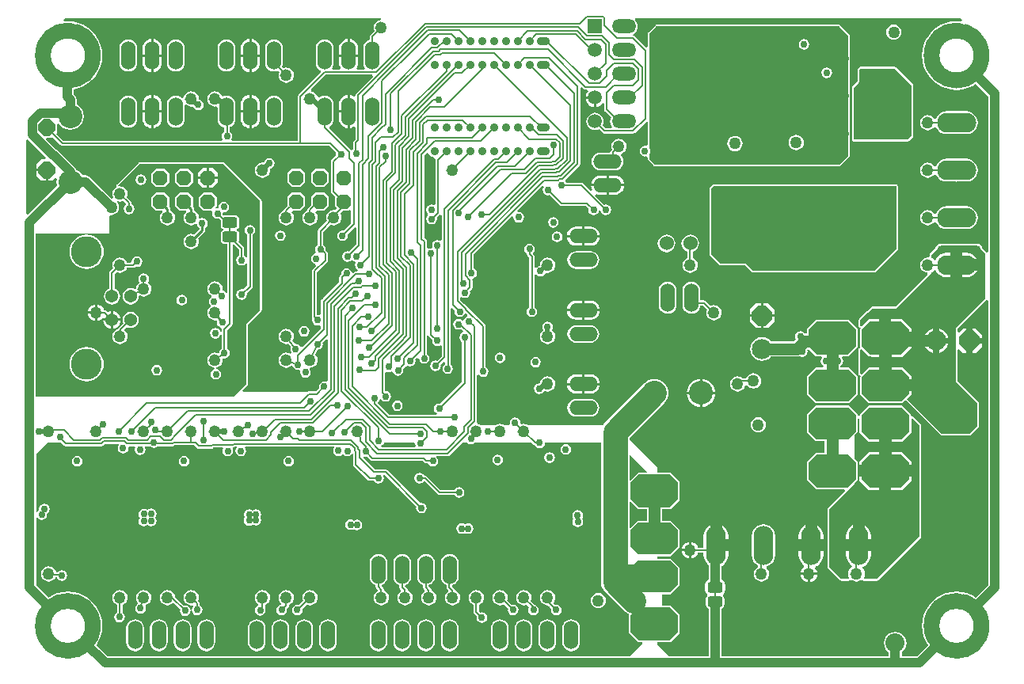
<source format=gbl>
%FSLAX24Y24*%
%MOIN*%
G70*
G01*
G75*
G04 Layer_Physical_Order=4*
G04 Layer_Color=16711680*
%ADD10C,0.0650*%
%ADD11R,0.0600X0.0120*%
%ADD12R,0.0120X0.0600*%
G04:AMPARAMS|DCode=13|XSize=11mil|YSize=31.5mil|CornerRadius=4.4mil|HoleSize=0mil|Usage=FLASHONLY|Rotation=180.000|XOffset=0mil|YOffset=0mil|HoleType=Round|Shape=RoundedRectangle|*
%AMROUNDEDRECTD13*
21,1,0.0110,0.0227,0,0,180.0*
21,1,0.0022,0.0315,0,0,180.0*
1,1,0.0088,-0.0011,0.0113*
1,1,0.0088,0.0011,0.0113*
1,1,0.0088,0.0011,-0.0113*
1,1,0.0088,-0.0011,-0.0113*
%
%ADD13ROUNDEDRECTD13*%
G04:AMPARAMS|DCode=14|XSize=11mil|YSize=31.5mil|CornerRadius=4.4mil|HoleSize=0mil|Usage=FLASHONLY|Rotation=270.000|XOffset=0mil|YOffset=0mil|HoleType=Round|Shape=RoundedRectangle|*
%AMROUNDEDRECTD14*
21,1,0.0110,0.0227,0,0,270.0*
21,1,0.0022,0.0315,0,0,270.0*
1,1,0.0088,-0.0113,-0.0011*
1,1,0.0088,-0.0113,0.0011*
1,1,0.0088,0.0113,0.0011*
1,1,0.0088,0.0113,-0.0011*
%
%ADD14ROUNDEDRECTD14*%
%ADD15R,0.1370X0.1370*%
%ADD16R,0.1370X0.1370*%
%ADD17R,0.0236X0.1319*%
G04:AMPARAMS|DCode=18|XSize=40mil|YSize=40mil|CornerRadius=20mil|HoleSize=0mil|Usage=FLASHONLY|Rotation=0.000|XOffset=0mil|YOffset=0mil|HoleType=Round|Shape=RoundedRectangle|*
%AMROUNDEDRECTD18*
21,1,0.0400,0.0000,0,0,0.0*
21,1,0.0000,0.0400,0,0,0.0*
1,1,0.0400,0.0000,0.0000*
1,1,0.0400,0.0000,0.0000*
1,1,0.0400,0.0000,0.0000*
1,1,0.0400,0.0000,0.0000*
%
%ADD18ROUNDEDRECTD18*%
%ADD19R,0.0480X0.0480*%
%ADD20R,0.0480X0.0480*%
%ADD21R,0.0420X0.0520*%
%ADD22R,0.0354X0.1299*%
%ADD23R,0.0240X0.0240*%
%ADD24R,0.1260X0.0630*%
%ADD25R,0.0402X0.0118*%
%ADD26R,0.0681X0.0748*%
%ADD27R,0.0360X0.0320*%
%ADD28R,0.1970X0.1700*%
%ADD29R,0.0280X0.0560*%
%ADD30R,0.0280X0.0200*%
%ADD31R,0.0200X0.0280*%
%ADD32R,0.0790X0.0790*%
%ADD33R,0.0790X0.0790*%
%ADD34R,0.0500X0.0150*%
G04:AMPARAMS|DCode=35|XSize=63mil|YSize=71mil|CornerRadius=15.8mil|HoleSize=0mil|Usage=FLASHONLY|Rotation=270.000|XOffset=0mil|YOffset=0mil|HoleType=Round|Shape=RoundedRectangle|*
%AMROUNDEDRECTD35*
21,1,0.0630,0.0395,0,0,270.0*
21,1,0.0315,0.0710,0,0,270.0*
1,1,0.0315,-0.0198,-0.0158*
1,1,0.0315,-0.0198,0.0158*
1,1,0.0315,0.0198,0.0158*
1,1,0.0315,0.0198,-0.0158*
%
%ADD35ROUNDEDRECTD35*%
G04:AMPARAMS|DCode=36|XSize=29.1mil|YSize=39.4mil|CornerRadius=5.8mil|HoleSize=0mil|Usage=FLASHONLY|Rotation=90.000|XOffset=0mil|YOffset=0mil|HoleType=Round|Shape=RoundedRectangle|*
%AMROUNDEDRECTD36*
21,1,0.0291,0.0277,0,0,90.0*
21,1,0.0175,0.0394,0,0,90.0*
1,1,0.0117,0.0139,0.0087*
1,1,0.0117,0.0139,-0.0087*
1,1,0.0117,-0.0139,-0.0087*
1,1,0.0117,-0.0139,0.0087*
%
%ADD36ROUNDEDRECTD36*%
G04:AMPARAMS|DCode=37|XSize=29.1mil|YSize=39.4mil|CornerRadius=5.8mil|HoleSize=0mil|Usage=FLASHONLY|Rotation=180.000|XOffset=0mil|YOffset=0mil|HoleType=Round|Shape=RoundedRectangle|*
%AMROUNDEDRECTD37*
21,1,0.0291,0.0277,0,0,180.0*
21,1,0.0175,0.0394,0,0,180.0*
1,1,0.0117,-0.0087,0.0139*
1,1,0.0117,0.0087,0.0139*
1,1,0.0117,0.0087,-0.0139*
1,1,0.0117,-0.0087,-0.0139*
%
%ADD37ROUNDEDRECTD37*%
G04:AMPARAMS|DCode=38|XSize=22mil|YSize=24mil|CornerRadius=4.4mil|HoleSize=0mil|Usage=FLASHONLY|Rotation=0.000|XOffset=0mil|YOffset=0mil|HoleType=Round|Shape=RoundedRectangle|*
%AMROUNDEDRECTD38*
21,1,0.0220,0.0152,0,0,0.0*
21,1,0.0132,0.0240,0,0,0.0*
1,1,0.0088,0.0066,-0.0076*
1,1,0.0088,-0.0066,-0.0076*
1,1,0.0088,-0.0066,0.0076*
1,1,0.0088,0.0066,0.0076*
%
%ADD38ROUNDEDRECTD38*%
G04:AMPARAMS|DCode=39|XSize=22mil|YSize=24mil|CornerRadius=4.4mil|HoleSize=0mil|Usage=FLASHONLY|Rotation=270.000|XOffset=0mil|YOffset=0mil|HoleType=Round|Shape=RoundedRectangle|*
%AMROUNDEDRECTD39*
21,1,0.0220,0.0152,0,0,270.0*
21,1,0.0132,0.0240,0,0,270.0*
1,1,0.0088,-0.0076,-0.0066*
1,1,0.0088,-0.0076,0.0066*
1,1,0.0088,0.0076,0.0066*
1,1,0.0088,0.0076,-0.0066*
%
%ADD39ROUNDEDRECTD39*%
%ADD40R,0.0543X0.0709*%
%ADD41R,0.0200X0.0260*%
%ADD42R,0.0433X0.0669*%
G04:AMPARAMS|DCode=43|XSize=52mil|YSize=60mil|CornerRadius=13mil|HoleSize=0mil|Usage=FLASHONLY|Rotation=180.000|XOffset=0mil|YOffset=0mil|HoleType=Round|Shape=RoundedRectangle|*
%AMROUNDEDRECTD43*
21,1,0.0520,0.0340,0,0,180.0*
21,1,0.0260,0.0600,0,0,180.0*
1,1,0.0260,-0.0130,0.0170*
1,1,0.0260,0.0130,0.0170*
1,1,0.0260,0.0130,-0.0170*
1,1,0.0260,-0.0130,-0.0170*
%
%ADD43ROUNDEDRECTD43*%
G04:AMPARAMS|DCode=44|XSize=52mil|YSize=60mil|CornerRadius=13mil|HoleSize=0mil|Usage=FLASHONLY|Rotation=270.000|XOffset=0mil|YOffset=0mil|HoleType=Round|Shape=RoundedRectangle|*
%AMROUNDEDRECTD44*
21,1,0.0520,0.0340,0,0,270.0*
21,1,0.0260,0.0600,0,0,270.0*
1,1,0.0260,-0.0170,-0.0130*
1,1,0.0260,-0.0170,0.0130*
1,1,0.0260,0.0170,0.0130*
1,1,0.0260,0.0170,-0.0130*
%
%ADD44ROUNDEDRECTD44*%
%ADD45R,0.1673X0.0465*%
%ADD46C,0.0600*%
G04:AMPARAMS|DCode=47|XSize=50mil|YSize=50mil|CornerRadius=25mil|HoleSize=0mil|Usage=FLASHONLY|Rotation=90.000|XOffset=0mil|YOffset=0mil|HoleType=Round|Shape=RoundedRectangle|*
%AMROUNDEDRECTD47*
21,1,0.0500,0.0000,0,0,90.0*
21,1,0.0000,0.0500,0,0,90.0*
1,1,0.0500,0.0000,0.0000*
1,1,0.0500,0.0000,0.0000*
1,1,0.0500,0.0000,0.0000*
1,1,0.0500,0.0000,0.0000*
%
%ADD47ROUNDEDRECTD47*%
%ADD48C,0.0500*%
%ADD49C,0.0240*%
%ADD50C,0.0080*%
%ADD51C,0.0200*%
%ADD52C,0.0100*%
%ADD53C,0.0070*%
%ADD54C,0.0320*%
%ADD55C,0.0120*%
%ADD56C,0.0600*%
%ADD57C,0.0400*%
%ADD58C,0.0250*%
%ADD59C,0.0160*%
%ADD60R,0.1299X0.1063*%
%ADD61R,0.1575X0.0984*%
%ADD62R,0.1929X0.1457*%
%ADD63R,0.0551X0.0472*%
%ADD64O,0.0540X0.0360*%
%ADD65C,0.0360*%
%ADD66O,0.0600X0.1200*%
%ADD67P,0.0758X8X292.5*%
%ADD68C,0.1000*%
%ADD69O,0.1200X0.0600*%
%ADD70O,0.1024X0.0591*%
%ADD71C,0.0591*%
%ADD72R,0.0591X0.0591*%
%ADD73C,0.1305*%
%ADD74C,0.0540*%
%ADD75O,0.1650X0.0825*%
%ADD76O,0.0825X0.1650*%
%ADD77P,0.0909X8X112.5*%
%ADD78C,0.0840*%
%ADD79P,0.0909X8X22.5*%
G04:AMPARAMS|DCode=80|XSize=133.9mil|YSize=200mil|CornerRadius=0mil|HoleSize=0mil|Usage=FLASHONLY|Rotation=270.000|XOffset=0mil|YOffset=0mil|HoleType=Round|Shape=Octagon|*
%AMOCTAGOND80*
4,1,8,0.1000,0.0335,0.1000,-0.0335,0.0665,-0.0669,-0.0665,-0.0669,-0.1000,-0.0335,-0.1000,0.0335,-0.0665,0.0669,0.0665,0.0669,0.1000,0.0335,0.0*
%
%ADD80OCTAGOND80*%

G04:AMPARAMS|DCode=81|XSize=140mil|YSize=200mil|CornerRadius=0mil|HoleSize=0mil|Usage=FLASHONLY|Rotation=270.000|XOffset=0mil|YOffset=0mil|HoleType=Round|Shape=Octagon|*
%AMOCTAGOND81*
4,1,8,0.1000,0.0350,0.1000,-0.0350,0.0650,-0.0700,-0.0650,-0.0700,-0.1000,-0.0350,-0.1000,0.0350,-0.0650,0.0700,0.0650,0.0700,0.1000,0.0350,0.0*
%
%ADD81OCTAGOND81*%

%ADD82P,0.0671X8X22.5*%
%ADD83C,0.0800*%
%ADD84C,0.0300*%
%ADD85C,0.0500*%
%ADD86C,0.0400*%
%ADD87C,0.0320*%
%ADD88C,0.0460*%
G04:AMPARAMS|DCode=89|XSize=82mil|YSize=82mil|CornerRadius=0mil|HoleSize=0mil|Usage=FLASHONLY|Rotation=0.000|XOffset=0mil|YOffset=0mil|HoleType=Round|Shape=Relief|Width=10mil|Gap=10mil|Entries=4|*
%AMTHD89*
7,0,0,0.0820,0.0620,0.0100,45*
%
%ADD89THD89*%
%ADD90C,0.0640*%
G04:AMPARAMS|DCode=91|XSize=100mil|YSize=100mil|CornerRadius=0mil|HoleSize=0mil|Usage=FLASHONLY|Rotation=0.000|XOffset=0mil|YOffset=0mil|HoleType=Round|Shape=Relief|Width=10mil|Gap=10mil|Entries=4|*
%AMTHD91*
7,0,0,0.1000,0.0800,0.0100,45*
%
%ADD91THD91*%
%ADD92C,0.0830*%
%ADD93C,0.0594*%
G04:AMPARAMS|DCode=94|XSize=95.433mil|YSize=95.433mil|CornerRadius=0mil|HoleSize=0mil|Usage=FLASHONLY|Rotation=0.000|XOffset=0mil|YOffset=0mil|HoleType=Round|Shape=Relief|Width=10mil|Gap=10mil|Entries=4|*
%AMTHD94*
7,0,0,0.0954,0.0754,0.0100,45*
%
%ADD94THD94*%
%ADD95C,0.1110*%
G04:AMPARAMS|DCode=96|XSize=98mil|YSize=98mil|CornerRadius=0mil|HoleSize=0mil|Usage=FLASHONLY|Rotation=0.000|XOffset=0mil|YOffset=0mil|HoleType=Round|Shape=Relief|Width=10mil|Gap=10mil|Entries=4|*
%AMTHD96*
7,0,0,0.0980,0.0780,0.0100,45*
%
%ADD96THD96*%
%ADD97C,0.0620*%
%ADD98C,0.0790*%
G04:AMPARAMS|DCode=99|XSize=115mil|YSize=115mil|CornerRadius=0mil|HoleSize=0mil|Usage=FLASHONLY|Rotation=0.000|XOffset=0mil|YOffset=0mil|HoleType=Round|Shape=Relief|Width=10mil|Gap=10mil|Entries=4|*
%AMTHD99*
7,0,0,0.1150,0.0950,0.0100,45*
%
%ADD99THD99*%
%ADD100C,0.1240*%
%ADD101C,0.0390*%
%ADD102C,0.1421*%
%ADD103C,0.0520*%
%ADD104C,0.1400*%
%ADD105C,0.0800*%
%ADD106C,0.1040*%
%ADD107C,0.1300*%
%ADD108R,0.4094X0.4331*%
%ADD109R,0.3425X0.4284*%
%ADD110R,0.3583X0.4284*%
%ADD111R,0.3622X0.4331*%
G04:AMPARAMS|DCode=112|XSize=46mil|YSize=63mil|CornerRadius=11.5mil|HoleSize=0mil|Usage=FLASHONLY|Rotation=270.000|XOffset=0mil|YOffset=0mil|HoleType=Round|Shape=RoundedRectangle|*
%AMROUNDEDRECTD112*
21,1,0.0460,0.0400,0,0,270.0*
21,1,0.0230,0.0630,0,0,270.0*
1,1,0.0230,-0.0200,-0.0115*
1,1,0.0230,-0.0200,0.0115*
1,1,0.0230,0.0200,0.0115*
1,1,0.0230,0.0200,-0.0115*
%
%ADD112ROUNDEDRECTD112*%
G04:AMPARAMS|DCode=113|XSize=50mil|YSize=50mil|CornerRadius=25mil|HoleSize=0mil|Usage=FLASHONLY|Rotation=0.000|XOffset=0mil|YOffset=0mil|HoleType=Round|Shape=RoundedRectangle|*
%AMROUNDEDRECTD113*
21,1,0.0500,0.0000,0,0,0.0*
21,1,0.0000,0.0500,0,0,0.0*
1,1,0.0500,0.0000,0.0000*
1,1,0.0500,0.0000,0.0000*
1,1,0.0500,0.0000,0.0000*
1,1,0.0500,0.0000,0.0000*
%
%ADD113ROUNDEDRECTD113*%
G36*
X26429Y19489D02*
X26429Y19488D01*
X26446Y19402D01*
X26458Y19384D01*
X26435Y19340D01*
X25015D01*
X25000Y19388D01*
X25061Y19429D01*
X25110Y19502D01*
X25115Y19528D01*
X26398D01*
X26429Y19489D01*
D02*
G37*
G36*
X19902Y29705D02*
Y25108D01*
X19331Y24537D01*
Y21998D01*
X18799Y21467D01*
X10452D01*
Y28346D01*
X13563D01*
Y29079D01*
X13601Y29112D01*
X13642Y29106D01*
X13725Y29117D01*
X13803Y29150D01*
X13870Y29201D01*
X13921Y29268D01*
X13953Y29346D01*
X13964Y29429D01*
X13953Y29513D01*
X13921Y29591D01*
X13872Y29654D01*
X13903Y29694D01*
X13916Y29688D01*
X14000Y29677D01*
X14084Y29688D01*
X14133Y29709D01*
X14248Y29593D01*
X14243Y29543D01*
X14221Y29529D01*
X14173Y29456D01*
X14156Y29370D01*
X14173Y29284D01*
X14221Y29211D01*
X14294Y29163D01*
X14380Y29146D01*
X14466Y29163D01*
X14539Y29211D01*
X14587Y29284D01*
X14604Y29370D01*
X14587Y29456D01*
X14539Y29529D01*
X14492Y29560D01*
Y29620D01*
X14492Y29620D01*
X14484Y29663D01*
X14459Y29699D01*
X14459Y29699D01*
X14291Y29867D01*
X14312Y29916D01*
X14323Y30000D01*
X14312Y30084D01*
X14280Y30161D01*
X14228Y30228D01*
X14161Y30280D01*
X14084Y30312D01*
X14000Y30323D01*
X13957Y30317D01*
X13935Y30362D01*
X14823Y31250D01*
X18356D01*
X19902Y29705D01*
D02*
G37*
G36*
X35811Y16715D02*
X36173D01*
Y16224D01*
X35796D01*
X35489Y15918D01*
X35443Y15937D01*
Y17018D01*
X35489Y17037D01*
X35811Y16715D01*
D02*
G37*
G36*
X24992Y37322D02*
X24916Y37312D01*
X24839Y37280D01*
X24772Y37228D01*
X24720Y37161D01*
X24688Y37084D01*
X24677Y37000D01*
X24688Y36916D01*
X24709Y36867D01*
X24543Y36701D01*
X24518Y36665D01*
X24510Y36622D01*
X24510Y36622D01*
Y36481D01*
X24435Y36450D01*
X24358Y36391D01*
X24299Y36313D01*
X24262Y36223D01*
X24249Y36127D01*
Y35527D01*
X24262Y35430D01*
X24299Y35340D01*
X24329Y35301D01*
X24294Y35229D01*
X23988D01*
X23953Y35301D01*
X23971Y35325D01*
X24012Y35422D01*
X24025Y35527D01*
Y35777D01*
X23219D01*
Y35527D01*
X23232Y35422D01*
X23273Y35325D01*
X23291Y35301D01*
X23256Y35229D01*
X22950D01*
X22915Y35301D01*
X22945Y35340D01*
X22983Y35430D01*
X22995Y35527D01*
Y36127D01*
X22983Y36223D01*
X22945Y36313D01*
X22886Y36391D01*
X22809Y36450D01*
X22719Y36487D01*
X22622Y36500D01*
X22525Y36487D01*
X22435Y36450D01*
X22358Y36391D01*
X22299Y36313D01*
X22262Y36223D01*
X22249Y36127D01*
Y35527D01*
X22262Y35430D01*
X22299Y35340D01*
X22358Y35263D01*
X22435Y35204D01*
X22450Y35198D01*
X22466Y35119D01*
X21524Y34178D01*
X21501Y34143D01*
X21493Y34102D01*
Y32238D01*
X18718D01*
X18680Y32309D01*
X18711Y32355D01*
X18728Y32441D01*
X18711Y32527D01*
X18663Y32600D01*
X18616Y32631D01*
Y32817D01*
X18675Y32841D01*
X18752Y32901D01*
X18811Y32978D01*
X18849Y33068D01*
X18861Y33165D01*
Y33765D01*
X18849Y33861D01*
X18811Y33951D01*
X18752Y34028D01*
X18675Y34088D01*
X18585Y34125D01*
X18488Y34138D01*
X18392Y34125D01*
X18309Y34091D01*
X18280Y34161D01*
X18228Y34228D01*
X18161Y34280D01*
X18084Y34312D01*
X18000Y34323D01*
X17916Y34312D01*
X17839Y34280D01*
X17772Y34228D01*
X17720Y34161D01*
X17688Y34084D01*
X17677Y34000D01*
X17688Y33916D01*
X17720Y33839D01*
X17772Y33772D01*
X17839Y33720D01*
X17916Y33688D01*
X18000Y33677D01*
X18055Y33684D01*
X18115Y33632D01*
Y33165D01*
X18128Y33068D01*
X18165Y32978D01*
X18224Y32901D01*
X18302Y32841D01*
X18392Y32804D01*
X18392Y32804D01*
Y32631D01*
X18345Y32600D01*
X18297Y32527D01*
X18280Y32441D01*
X18297Y32355D01*
X18328Y32309D01*
X18290Y32238D01*
X11628D01*
X11322Y32544D01*
X11347Y32570D01*
Y32939D01*
X11423Y32965D01*
X11501Y32863D01*
X11620Y32772D01*
X11759Y32714D01*
X11907Y32695D01*
X12056Y32714D01*
X12195Y32772D01*
X12314Y32863D01*
X12405Y32982D01*
X12463Y33121D01*
X12482Y33270D01*
X12463Y33419D01*
X12405Y33557D01*
X12314Y33676D01*
X12195Y33768D01*
X12180Y33774D01*
Y33949D01*
X12170Y34019D01*
X12143Y34085D01*
X12100Y34142D01*
X12044Y34197D01*
Y34397D01*
X12259Y34448D01*
X12469Y34535D01*
X12663Y34654D01*
X12836Y34802D01*
X12984Y34975D01*
X13102Y35169D01*
X13189Y35379D01*
X13242Y35600D01*
X13260Y35827D01*
X13242Y36053D01*
X13189Y36275D01*
X13102Y36485D01*
X12984Y36679D01*
X12836Y36852D01*
X12663Y36999D01*
X12469Y37118D01*
X12259Y37205D01*
X12038Y37258D01*
X11811Y37276D01*
X11640Y37263D01*
X11607Y37335D01*
X11673Y37402D01*
X24987D01*
X24992Y37322D01*
D02*
G37*
G36*
X34257Y13654D02*
X34269Y13538D01*
X34302Y13427D01*
X34357Y13325D01*
X34431Y13235D01*
X35211Y12455D01*
X35301Y12381D01*
X35403Y12326D01*
X35417Y12322D01*
X35429Y12273D01*
X35426Y12270D01*
Y11500D01*
X35811Y11115D01*
X35971D01*
X35990Y11069D01*
X35443Y10522D01*
X13486D01*
X13008Y10999D01*
X13102Y11153D01*
X13189Y11363D01*
X13242Y11584D01*
X13260Y11811D01*
X13242Y12038D01*
X13189Y12259D01*
X13102Y12469D01*
X12984Y12663D01*
X12836Y12836D01*
X12663Y12984D01*
X12469Y13102D01*
X12259Y13189D01*
X12038Y13242D01*
X11811Y13260D01*
X11584Y13242D01*
X11363Y13189D01*
X11153Y13102D01*
X10999Y13008D01*
X10472Y13535D01*
Y16367D01*
X10520Y16382D01*
X10550Y16337D01*
X10623Y16289D01*
X10709Y16272D01*
X10795Y16289D01*
X10867Y16337D01*
X10916Y16410D01*
X10933Y16496D01*
X10925Y16534D01*
X10985Y16574D01*
X11034Y16646D01*
X11051Y16732D01*
X11034Y16818D01*
X10985Y16891D01*
X10913Y16940D01*
X10827Y16957D01*
X10741Y16940D01*
X10668Y16891D01*
X10620Y16818D01*
X10602Y16732D01*
X10610Y16695D01*
X10550Y16655D01*
X10520Y16610D01*
X10472Y16625D01*
Y19055D01*
X10945Y19528D01*
X11491D01*
X11500Y19526D01*
X11509Y19528D01*
X11514D01*
X11631Y19411D01*
X11631Y19411D01*
X11667Y19386D01*
X11710Y19378D01*
X11710Y19378D01*
X13211D01*
X13211Y19378D01*
X13254Y19386D01*
X13291Y19411D01*
X13358Y19478D01*
X13941D01*
X13964Y19434D01*
X13927Y19377D01*
X13910Y19291D01*
X13927Y19205D01*
X13975Y19133D01*
X14048Y19084D01*
X14134Y19067D01*
X14220Y19084D01*
X14292Y19133D01*
X14341Y19205D01*
X14358Y19291D01*
X14349Y19339D01*
X14380Y19378D01*
X14631D01*
X14655Y19334D01*
X14643Y19316D01*
X14626Y19230D01*
X14643Y19144D01*
X14691Y19071D01*
X14764Y19023D01*
X14850Y19006D01*
X14936Y19023D01*
X15009Y19071D01*
X15057Y19144D01*
X15074Y19230D01*
X15057Y19316D01*
X15045Y19334D01*
X15069Y19378D01*
X15267D01*
X15271Y19371D01*
X15344Y19323D01*
X15430Y19306D01*
X15516Y19323D01*
X15589Y19371D01*
X15593Y19378D01*
X16211D01*
X16211Y19378D01*
X16254Y19386D01*
X16291Y19411D01*
X16295Y19415D01*
X16990D01*
X16990Y19415D01*
X16990Y19415D01*
X17126D01*
X17241Y19301D01*
X17241Y19301D01*
X17277Y19276D01*
X17320Y19268D01*
X17320Y19268D01*
X17851D01*
X17851Y19268D01*
X17894Y19276D01*
X17930Y19301D01*
X17961Y19332D01*
X18332D01*
X18355Y19288D01*
X18336Y19259D01*
X18319Y19173D01*
X18336Y19087D01*
X18385Y19015D01*
X18457Y18966D01*
X18543Y18949D01*
X18629Y18966D01*
X18702Y19015D01*
X18751Y19087D01*
X18768Y19173D01*
X18751Y19259D01*
X18740Y19275D01*
X18740Y19309D01*
X18751Y19334D01*
X18783Y19340D01*
X18818Y19363D01*
X18904D01*
X18928Y19319D01*
X18887Y19259D01*
X18870Y19173D01*
X18887Y19087D01*
X18936Y19015D01*
X19009Y18966D01*
X19094Y18949D01*
X19180Y18966D01*
X19253Y19015D01*
X19302Y19087D01*
X19319Y19173D01*
X19302Y19259D01*
X19261Y19319D01*
X19285Y19363D01*
X21591D01*
X21617Y19369D01*
X23005D01*
X23029Y19324D01*
X22992Y19269D01*
X22975Y19183D01*
X22992Y19097D01*
X23040Y19024D01*
X23113Y18976D01*
X23199Y18959D01*
X23285Y18976D01*
X23357Y19024D01*
X23362Y19032D01*
X23412D01*
X23424Y19015D01*
X23497Y18966D01*
X23583Y18949D01*
X23669Y18966D01*
X23741Y19015D01*
X23774Y19064D01*
X23822Y19049D01*
Y18606D01*
X23822Y18606D01*
X23830Y18563D01*
X23855Y18527D01*
X24429Y17952D01*
X24429Y17952D01*
X24466Y17928D01*
X24509Y17919D01*
X24692D01*
X24723Y17873D01*
X24796Y17824D01*
X24882Y17807D01*
X24968Y17824D01*
X25041Y17873D01*
X25089Y17946D01*
X25106Y18032D01*
X25089Y18117D01*
X25076Y18137D01*
X25089Y18160D01*
X25138Y18168D01*
X26479Y16826D01*
X26469Y16772D01*
X26486Y16686D01*
X26534Y16613D01*
X26607Y16564D01*
X26693Y16547D01*
X26779Y16564D01*
X26852Y16613D01*
X26900Y16686D01*
X26917Y16772D01*
X26900Y16857D01*
X26852Y16930D01*
X26779Y16979D01*
X26693Y16996D01*
X26638Y16985D01*
X25251Y18372D01*
X25214Y18397D01*
X25171Y18405D01*
X25171Y18405D01*
X24733D01*
X24237Y18902D01*
X24264Y18943D01*
X24350Y18926D01*
X24405Y18937D01*
X24543Y18798D01*
X24543Y18798D01*
X24580Y18774D01*
X24622Y18765D01*
X26744D01*
X26810Y18699D01*
X26847Y18675D01*
X26890Y18666D01*
X26890Y18666D01*
X26968D01*
X26968Y18664D01*
X27017Y18591D01*
X27089Y18543D01*
X27175Y18526D01*
X27261Y18543D01*
X27334Y18591D01*
X27382Y18664D01*
X27400Y18750D01*
X27382Y18836D01*
X27334Y18909D01*
X27319Y18918D01*
X27334Y18966D01*
X27799D01*
X27799Y18966D01*
X27842Y18975D01*
X27879Y18999D01*
X28407Y19528D01*
X28622D01*
X28624Y19524D01*
X28697Y19476D01*
X28783Y19458D01*
X28869Y19476D01*
X28941Y19524D01*
X28944Y19528D01*
X31321D01*
X31407Y19442D01*
X31441Y19419D01*
X31469Y19413D01*
X31505Y19359D01*
X31578Y19310D01*
X31663Y19293D01*
X31749Y19310D01*
X31822Y19359D01*
X31871Y19432D01*
X31888Y19518D01*
X31896Y19528D01*
X34257D01*
Y13654D01*
D02*
G37*
G36*
X44650Y36670D02*
Y31610D01*
X44280Y31240D01*
X36520D01*
X36290Y31470D01*
Y31688D01*
X36307Y31714D01*
X36324Y31800D01*
X36307Y31886D01*
X36290Y31912D01*
Y36760D01*
X36590Y37060D01*
X44260D01*
X44650Y36670D01*
D02*
G37*
G36*
X10891Y31524D02*
X10861Y31450D01*
X10702D01*
X10477Y31225D01*
Y31050D01*
X10927D01*
Y31000D01*
X10977D01*
Y30550D01*
X11152D01*
X11278Y30675D01*
X11350Y30640D01*
X11332Y30510D01*
X11352Y30361D01*
X11358Y30346D01*
X10133Y29120D01*
X10059Y29151D01*
Y32252D01*
X10133Y32282D01*
X10891Y31524D01*
D02*
G37*
G36*
X23729Y29309D02*
Y28760D01*
X23421Y28452D01*
X23366Y28463D01*
X23280Y28445D01*
X23208Y28397D01*
X23159Y28324D01*
X23142Y28238D01*
X23159Y28152D01*
X23208Y28080D01*
X23280Y28031D01*
X23366Y28014D01*
X23452Y28031D01*
X23525Y28080D01*
X23573Y28152D01*
X23590Y28238D01*
X23580Y28293D01*
X23876Y28589D01*
X23950Y28559D01*
Y27888D01*
X23637Y27576D01*
X23583Y27586D01*
X23497Y27569D01*
X23424Y27521D01*
X23375Y27448D01*
X23358Y27362D01*
X23375Y27276D01*
X23424Y27204D01*
X23497Y27155D01*
X23583Y27138D01*
X23668Y27155D01*
X23741Y27204D01*
X23793D01*
X23794Y27201D01*
X23867Y27153D01*
X23881Y27150D01*
X23908Y27085D01*
X23891Y26999D01*
X23908Y26914D01*
X23957Y26841D01*
X24013Y26803D01*
X23990Y26726D01*
X23932D01*
X23932Y26726D01*
X23889Y26718D01*
X23853Y26693D01*
X23835Y26676D01*
X23758Y26699D01*
X23751Y26739D01*
X23702Y26812D01*
X23629Y26861D01*
X23543Y26878D01*
X23457Y26861D01*
X23385Y26812D01*
X23336Y26739D01*
X23319Y26653D01*
X23323Y26632D01*
X23262Y26570D01*
X23238Y26534D01*
X23229Y26491D01*
X23229Y26491D01*
Y26282D01*
X22495Y25548D01*
X22470Y25511D01*
X22462Y25468D01*
X22462Y25468D01*
Y24927D01*
X22400Y24893D01*
X22314Y24911D01*
X22299Y24923D01*
Y26706D01*
X22717Y27124D01*
X22717Y27124D01*
X22741Y27160D01*
X22750Y27203D01*
Y27480D01*
X22750Y27480D01*
X22741Y27523D01*
X22717Y27560D01*
X22654Y27622D01*
X22665Y27677D01*
X22648Y27763D01*
X22600Y27836D01*
X22553Y27867D01*
Y28394D01*
X22867Y28709D01*
X22916Y28688D01*
X23000Y28677D01*
X23084Y28688D01*
X23161Y28720D01*
X23228Y28772D01*
X23280Y28839D01*
X23312Y28916D01*
X23323Y29000D01*
X23312Y29084D01*
X23280Y29161D01*
X23267Y29178D01*
X23384Y29296D01*
X23611D01*
X23655Y29340D01*
X23729Y29309D01*
D02*
G37*
G36*
X50433Y27480D02*
Y25607D01*
X49173Y24347D01*
Y23365D01*
Y23142D01*
Y22096D01*
X49862Y21407D01*
X50089Y21181D01*
Y20217D01*
X49783Y19911D01*
X48593D01*
X47134Y21370D01*
X47320Y21557D01*
Y21692D01*
X46220D01*
Y21942D01*
X45970D01*
Y22711D01*
X45505D01*
X45204Y22410D01*
X45157Y22429D01*
Y23439D01*
X45204Y23459D01*
X45520Y23142D01*
X45970D01*
Y23942D01*
Y24742D01*
X45520D01*
X45204Y24425D01*
X45157Y24444D01*
Y24675D01*
Y24685D01*
X45472Y25000D01*
X45482D01*
X45659Y25177D01*
X46673D01*
X48150Y26654D01*
Y26683D01*
X48177Y26694D01*
X48250Y26750D01*
X48282Y26792D01*
X48331Y26786D01*
X48350Y26742D01*
X48432Y26634D01*
X48539Y26552D01*
X48664Y26501D01*
X48797Y26483D01*
X48960D01*
Y27000D01*
Y27517D01*
X48797D01*
X48664Y27499D01*
X48539Y27448D01*
X48432Y27366D01*
X48350Y27258D01*
X48331Y27214D01*
X48282Y27208D01*
X48250Y27250D01*
X48177Y27306D01*
X48150Y27317D01*
Y27441D01*
X48543Y27835D01*
X50079D01*
X50433Y27480D01*
D02*
G37*
G36*
X36187Y18301D02*
X36168Y18255D01*
X35811D01*
X35489Y17933D01*
X35443Y17952D01*
Y18980D01*
X35489Y18999D01*
X36187Y18301D01*
D02*
G37*
G36*
X49438Y37334D02*
X49405Y37261D01*
X49213Y37276D01*
X48986Y37258D01*
X48765Y37205D01*
X48555Y37118D01*
X48361Y36999D01*
X48188Y36852D01*
X48040Y36679D01*
X47921Y36485D01*
X47834Y36275D01*
X47781Y36053D01*
X47763Y35827D01*
X47781Y35600D01*
X47834Y35379D01*
X47921Y35169D01*
X48040Y34975D01*
X48188Y34802D01*
X48361Y34654D01*
X48555Y34535D01*
X48765Y34448D01*
X48986Y34395D01*
X49213Y34378D01*
X49439Y34395D01*
X49660Y34448D01*
X49871Y34535D01*
X50024Y34630D01*
X50551Y34103D01*
Y27576D01*
X50518Y27554D01*
X50477Y27537D01*
X50295Y27720D01*
X50286Y27763D01*
X50237Y27836D01*
X50165Y27884D01*
X50116Y27894D01*
X50106Y27901D01*
X50079Y27906D01*
X48543D01*
X48516Y27901D01*
X48506Y27894D01*
X48457Y27884D01*
X48385Y27836D01*
X48336Y27763D01*
X48327Y27720D01*
X48099Y27491D01*
X48084Y27468D01*
X48078Y27441D01*
Y27373D01*
X48018Y27320D01*
X48000Y27323D01*
X47916Y27312D01*
X47839Y27280D01*
X47772Y27228D01*
X47720Y27161D01*
X47688Y27084D01*
X47677Y27000D01*
X47688Y26916D01*
X47720Y26839D01*
X47772Y26772D01*
X47839Y26720D01*
X47916Y26688D01*
X47974Y26681D01*
X48000Y26605D01*
X46644Y25249D01*
X45659D01*
X45632Y25243D01*
X45609Y25228D01*
X45448Y25066D01*
X45445Y25066D01*
X45422Y25050D01*
X45107Y24736D01*
X45092Y24712D01*
X45086Y24685D01*
Y24675D01*
Y24444D01*
X45092Y24417D01*
X45107Y24394D01*
X45121Y24384D01*
X45130Y24378D01*
X45176Y24359D01*
D01*
X45150Y24327D01*
D01*
X45150Y24327D01*
X45150Y24327D01*
Y23557D01*
X45150Y23557D01*
X45150Y23557D01*
D01*
X45176Y23524D01*
X45176D01*
X45176Y23524D01*
X45130Y23505D01*
X45121Y23499D01*
X45107Y23490D01*
X45101Y23481D01*
X45092Y23467D01*
X45087Y23444D01*
X45086Y23439D01*
Y22429D01*
X45092Y22401D01*
X45098Y22392D01*
X45107Y22378D01*
X45130Y22363D01*
X45176Y22344D01*
X45176Y22344D01*
X45150Y22311D01*
D01*
X45150Y22311D01*
X45150D01*
Y22311D01*
Y22311D01*
X45150Y22311D01*
Y21572D01*
X45520Y21202D01*
X46921D01*
X46948Y21229D01*
X47057Y21302D01*
X47101D01*
X48542Y19861D01*
X48565Y19845D01*
X48593Y19840D01*
X49783D01*
X49811Y19845D01*
X49834Y19861D01*
X50139Y20166D01*
X50155Y20189D01*
X50160Y20217D01*
Y21181D01*
X50155Y21208D01*
X50139Y21232D01*
X49913Y21458D01*
X49245Y22126D01*
Y23142D01*
Y23365D01*
Y23445D01*
X49319Y23476D01*
X49495Y23299D01*
X49635D01*
Y23819D01*
Y24339D01*
X49495D01*
X49319Y24162D01*
X49245Y24193D01*
Y24318D01*
X50477Y25550D01*
X50518Y25533D01*
X50551Y25511D01*
Y13535D01*
X50024Y13008D01*
X49871Y13102D01*
X49660Y13189D01*
X49439Y13242D01*
X49213Y13260D01*
X48986Y13242D01*
X48765Y13189D01*
X48555Y13102D01*
X48361Y12984D01*
X48188Y12836D01*
X48040Y12663D01*
X47921Y12469D01*
X47834Y12259D01*
X47781Y12038D01*
X47763Y11811D01*
X47781Y11584D01*
X47834Y11363D01*
X47921Y11153D01*
X48016Y10999D01*
X47538Y10522D01*
X46906D01*
Y10699D01*
X46969Y10747D01*
X47044Y10846D01*
X47092Y10960D01*
X47108Y11083D01*
X47092Y11205D01*
X47044Y11320D01*
X46969Y11418D01*
X46871Y11493D01*
X46757Y11541D01*
X46634Y11557D01*
X46511Y11541D01*
X46397Y11493D01*
X46299Y11418D01*
X46223Y11320D01*
X46176Y11205D01*
X46160Y11083D01*
X46176Y10960D01*
X46223Y10846D01*
X46299Y10747D01*
X46362Y10699D01*
Y10522D01*
X39327D01*
Y12541D01*
X39388Y12582D01*
X39429Y12643D01*
X39444Y12715D01*
Y12945D01*
X39429Y13017D01*
X39389Y13078D01*
X39404Y13156D01*
X39410Y13160D01*
X39458Y13231D01*
X39474Y13315D01*
Y13545D01*
X39458Y13629D01*
X39410Y13700D01*
X39339Y13747D01*
X39327Y13750D01*
Y14329D01*
X39345Y14337D01*
X39452Y14419D01*
X39534Y14526D01*
X39586Y14651D01*
X39604Y14784D01*
Y14947D01*
X39087D01*
Y15197D01*
X38837D01*
Y16061D01*
X38828Y16057D01*
X38721Y15975D01*
X38639Y15868D01*
X38587Y15743D01*
X38570Y15609D01*
Y15112D01*
X38332D01*
X38306Y15177D01*
X38250Y15250D01*
X38177Y15306D01*
X38091Y15341D01*
X38050Y15346D01*
Y15000D01*
Y14654D01*
X38091Y14659D01*
X38177Y14694D01*
X38250Y14750D01*
X38306Y14823D01*
X38332Y14888D01*
X38570D01*
Y14784D01*
X38587Y14651D01*
X38639Y14526D01*
X38721Y14419D01*
X38783Y14371D01*
Y13750D01*
X38771Y13747D01*
X38700Y13700D01*
X38653Y13629D01*
X38636Y13545D01*
Y13315D01*
X38653Y13231D01*
X38700Y13160D01*
X38706Y13156D01*
X38721Y13078D01*
X38681Y13017D01*
X38666Y12945D01*
Y12715D01*
X38681Y12643D01*
X38722Y12582D01*
X38783Y12541D01*
Y10522D01*
X37116D01*
X36614Y11024D01*
Y11115D01*
X37181D01*
X37566Y11500D01*
Y12270D01*
X37181Y12655D01*
X36819D01*
Y13146D01*
X37196D01*
X37566Y13515D01*
Y14255D01*
X37196Y14624D01*
X36614D01*
Y14746D01*
X37196D01*
X37566Y15115D01*
Y15855D01*
X37196Y16224D01*
X36819D01*
Y16715D01*
X37181D01*
X37566Y17100D01*
Y17870D01*
X37181Y18255D01*
X36614D01*
Y18504D01*
X35443Y19675D01*
Y19723D01*
X36915Y21195D01*
X36989Y21285D01*
X37044Y21387D01*
X37078Y21499D01*
X37089Y21614D01*
X37078Y21730D01*
X37044Y21841D01*
X36989Y21944D01*
X36915Y22033D01*
X36825Y22107D01*
X36723Y22162D01*
X36612Y22196D01*
X36496Y22207D01*
X36380Y22196D01*
X36269Y22162D01*
X36167Y22107D01*
X36077Y22033D01*
X34431Y20387D01*
X34357Y20297D01*
X34338Y20261D01*
X31185D01*
X31161Y20280D01*
X31084Y20312D01*
X31000Y20323D01*
X30916Y20312D01*
X30914Y20311D01*
X30853Y20362D01*
X30854Y20370D01*
X30837Y20456D01*
X30789Y20529D01*
X30716Y20577D01*
X30630Y20594D01*
X30544Y20577D01*
X30471Y20529D01*
X30423Y20456D01*
X30406Y20370D01*
X30415Y20323D01*
X30364Y20261D01*
X30185D01*
X30161Y20280D01*
X30084Y20312D01*
X30000Y20323D01*
X29916Y20312D01*
X29839Y20280D01*
X29815Y20261D01*
X29185D01*
X29161Y20280D01*
X29084Y20312D01*
X29059Y20315D01*
X29026Y20388D01*
X29027Y20390D01*
X29036Y20433D01*
X29036Y20433D01*
Y22368D01*
X29112Y22391D01*
X29133Y22361D01*
X29206Y22312D01*
X29291Y22295D01*
X29377Y22312D01*
X29450Y22361D01*
X29499Y22434D01*
X29516Y22520D01*
X29499Y22606D01*
X29450Y22678D01*
X29403Y22709D01*
Y24413D01*
X29403Y24413D01*
X29395Y24456D01*
X29371Y24492D01*
X28666Y25197D01*
X28646Y25226D01*
X28646Y25226D01*
X28494Y25379D01*
X28464Y25398D01*
X28317Y25546D01*
Y25621D01*
X28387Y25659D01*
X28429Y25631D01*
X28515Y25614D01*
X28601Y25631D01*
X28674Y25679D01*
X28722Y25752D01*
X28739Y25838D01*
X28729Y25893D01*
X28804Y25968D01*
X28828Y26004D01*
X28837Y26047D01*
X28837Y26047D01*
Y26362D01*
X28837Y26362D01*
X28833Y26382D01*
X28877Y26448D01*
X28884Y26449D01*
X28956Y26498D01*
X29005Y26571D01*
X29022Y26657D01*
X29005Y26742D01*
X28956Y26815D01*
X28892Y26859D01*
Y27462D01*
X30497Y29068D01*
X30568Y29030D01*
X30565Y29014D01*
X30582Y28928D01*
X30630Y28856D01*
X30703Y28807D01*
X30789Y28790D01*
X30875Y28807D01*
X30948Y28856D01*
X30996Y28928D01*
X31013Y29014D01*
X30996Y29100D01*
X30948Y29173D01*
X30875Y29221D01*
X30789Y29239D01*
X30773Y29235D01*
X30735Y29306D01*
X31782Y30352D01*
X31843Y30301D01*
X31812Y30255D01*
X31795Y30169D01*
X31812Y30083D01*
X31861Y30010D01*
X31933Y29962D01*
X32019Y29944D01*
X32074Y29955D01*
X32503Y29527D01*
X32503Y29527D01*
X32539Y29503D01*
X32582Y29494D01*
X32582Y29494D01*
X33615D01*
X33724Y29386D01*
X33713Y29331D01*
X33730Y29245D01*
X33778Y29172D01*
X33851Y29123D01*
X33937Y29106D01*
X34023Y29123D01*
X34096Y29172D01*
X34144Y29245D01*
X34153Y29288D01*
X34233D01*
X34242Y29245D01*
X34290Y29172D01*
X34363Y29123D01*
X34449Y29106D01*
X34535Y29123D01*
X34607Y29172D01*
X34656Y29245D01*
X34673Y29331D01*
X34656Y29417D01*
X34607Y29489D01*
X34535Y29538D01*
X34449Y29555D01*
X34394Y29544D01*
X33993Y29946D01*
X34037Y30012D01*
X34123Y29976D01*
X34228Y29963D01*
X34478D01*
Y30316D01*
X33831D01*
X33838Y30262D01*
X33874Y30176D01*
X33807Y30131D01*
X33505Y30434D01*
X33468Y30458D01*
X33425Y30466D01*
X33425Y30466D01*
X32788D01*
X32757Y30513D01*
X32749Y30591D01*
X33339Y31181D01*
X33339Y31181D01*
X33364Y31217D01*
X33372Y31260D01*
X33372Y31260D01*
Y34472D01*
X33446Y34503D01*
X33515Y34434D01*
X33549Y34411D01*
X33590Y34403D01*
X33590Y34403D01*
X33664D01*
X33715Y34336D01*
X33717Y34331D01*
X33655Y34249D01*
X33615Y34153D01*
X33608Y34100D01*
X34000D01*
Y34050D01*
X34050D01*
Y33658D01*
X34103Y33665D01*
X34199Y33705D01*
X34282Y33768D01*
X34317Y33814D01*
X34393Y33788D01*
Y33550D01*
X34401Y33509D01*
X34424Y33474D01*
X34676Y33223D01*
X34644Y33145D01*
X34632Y33050D01*
X34644Y32955D01*
X34681Y32866D01*
X34710Y32829D01*
X34674Y32757D01*
X34445D01*
X34324Y32877D01*
X34356Y32955D01*
X34368Y33050D01*
X34356Y33145D01*
X34319Y33234D01*
X34261Y33311D01*
X34184Y33369D01*
X34095Y33406D01*
X34000Y33418D01*
X33905Y33406D01*
X33816Y33369D01*
X33739Y33311D01*
X33681Y33234D01*
X33644Y33145D01*
X33632Y33050D01*
X33644Y32955D01*
X33681Y32866D01*
X33739Y32789D01*
X33816Y32731D01*
X33905Y32694D01*
X34000Y32682D01*
X34095Y32694D01*
X34173Y32726D01*
X34325Y32574D01*
X34325Y32574D01*
X34359Y32551D01*
X34400Y32543D01*
X35599D01*
X35640Y32551D01*
X35675Y32574D01*
X36145Y33044D01*
X36219Y33014D01*
Y32064D01*
X36157Y32013D01*
X36100Y32024D01*
X36014Y32007D01*
X35941Y31959D01*
X35893Y31886D01*
X35876Y31800D01*
X35893Y31714D01*
X35941Y31641D01*
X36014Y31593D01*
X36100Y31576D01*
X36157Y31587D01*
X36219Y31536D01*
Y31470D01*
X36224Y31443D01*
X36240Y31420D01*
X36470Y31190D01*
X36493Y31174D01*
X36520Y31169D01*
X44280D01*
X44307Y31174D01*
X44330Y31190D01*
X44700Y31560D01*
X44716Y31583D01*
X44721Y31610D01*
Y36670D01*
X44716Y36697D01*
X44700Y36720D01*
X44310Y37110D01*
X44287Y37126D01*
X44260Y37131D01*
X36590D01*
X36563Y37126D01*
X36540Y37110D01*
X36240Y36810D01*
X36224Y36787D01*
X36219Y36760D01*
Y36187D01*
X36145Y36157D01*
X35676Y36626D01*
X35641Y36649D01*
X35600Y36657D01*
X35600Y36657D01*
D01*
X35617Y36731D01*
X35694Y36789D01*
X35752Y36866D01*
X35789Y36955D01*
X35801Y37050D01*
X35789Y37145D01*
X35752Y37234D01*
X35694Y37311D01*
X35674Y37326D01*
X35699Y37402D01*
X49370D01*
X49438Y37334D01*
D02*
G37*
G36*
X28094Y25094D02*
X28083Y25039D01*
X28100Y24954D01*
X28148Y24881D01*
X28221Y24832D01*
X28307Y24815D01*
X28393Y24832D01*
X28466Y24881D01*
X28510Y24948D01*
X28579Y24955D01*
X28630Y24893D01*
X28615Y24843D01*
X28542Y24794D01*
X28494Y24722D01*
X28486Y24681D01*
X28407Y24666D01*
X28407Y24666D01*
X28334Y24715D01*
X28248Y24732D01*
X28162Y24715D01*
X28089Y24666D01*
X28041Y24594D01*
X28024Y24508D01*
X28041Y24422D01*
X28089Y24349D01*
X28162Y24301D01*
X28248Y24284D01*
X28334Y24301D01*
X28361Y24319D01*
X28448Y24231D01*
X28428Y24164D01*
X28355Y24115D01*
X28307Y24043D01*
X28289Y23957D01*
X28307Y23871D01*
X28355Y23798D01*
X28402Y23767D01*
Y22084D01*
X27496Y21178D01*
X27441Y21189D01*
X27355Y21172D01*
X27282Y21123D01*
X27234Y21050D01*
X27217Y20965D01*
X27234Y20879D01*
X27282Y20806D01*
X27337Y20769D01*
X27314Y20693D01*
X25348D01*
X24859Y21182D01*
X24863Y21229D01*
X24912Y21302D01*
X24921Y21346D01*
X24999Y21362D01*
X25028Y21318D01*
X25101Y21269D01*
X25187Y21252D01*
X25273Y21269D01*
X25346Y21318D01*
X25394Y21391D01*
X25411Y21476D01*
X25394Y21562D01*
X25346Y21635D01*
X25273Y21684D01*
X25187Y21701D01*
X25161Y21722D01*
Y22473D01*
X25229Y22509D01*
X25315Y22492D01*
X25401Y22509D01*
X25426Y22526D01*
X25500Y22496D01*
X25503Y22484D01*
X25551Y22411D01*
X25624Y22363D01*
X25710Y22346D01*
X25796Y22363D01*
X25869Y22411D01*
X25917Y22484D01*
X25934Y22570D01*
X25923Y22625D01*
X26033Y22734D01*
X26033Y22734D01*
X26040Y22746D01*
X26119Y22761D01*
X26128Y22755D01*
X26214Y22738D01*
X26300Y22755D01*
X26372Y22804D01*
X26421Y22877D01*
X26438Y22963D01*
X26427Y23017D01*
X26498Y23088D01*
X26587Y23071D01*
X26604Y22985D01*
X26652Y22912D01*
X26725Y22864D01*
X26811Y22847D01*
X26897Y22864D01*
X26970Y22912D01*
X27018Y22985D01*
X27035Y23071D01*
X27018Y23157D01*
X26970Y23229D01*
X26933Y23254D01*
Y23493D01*
X26933Y23493D01*
X26924Y23536D01*
X26919Y23544D01*
X26920Y23554D01*
Y24020D01*
X26999Y24036D01*
X27023Y24000D01*
X27149Y23874D01*
X27138Y23819D01*
X27155Y23733D01*
X27204Y23660D01*
X27276Y23612D01*
X27362Y23595D01*
X27448Y23612D01*
X27472Y23628D01*
X27543Y23590D01*
Y23174D01*
X27338Y22969D01*
X27283Y22980D01*
X27198Y22963D01*
X27125Y22915D01*
X27076Y22842D01*
X27059Y22756D01*
X27076Y22670D01*
X27125Y22597D01*
X27198Y22549D01*
X27283Y22532D01*
X27369Y22549D01*
X27442Y22597D01*
X27491Y22670D01*
X27508Y22756D01*
X27497Y22811D01*
X27619Y22933D01*
X27678Y22909D01*
X27686Y22829D01*
X27637Y22796D01*
X27588Y22724D01*
X27571Y22638D01*
X27588Y22552D01*
X27637Y22479D01*
X27709Y22431D01*
X27795Y22413D01*
X27881Y22431D01*
X27954Y22479D01*
X28003Y22552D01*
X28020Y22638D01*
X28003Y22724D01*
X27954Y22796D01*
X27917Y22821D01*
Y25166D01*
X27991Y25197D01*
X28094Y25094D01*
D02*
G37*
G36*
X11502Y32047D02*
X11502Y32047D01*
X11538Y32022D01*
X11581Y32014D01*
X11581Y32014D01*
X21600D01*
X21626Y32019D01*
X22810D01*
X23095Y31734D01*
X23083Y31673D01*
X23094Y31618D01*
X22922Y31447D01*
X22898Y31410D01*
X22889Y31367D01*
X22889Y31367D01*
Y30096D01*
X22889Y30096D01*
X22898Y30053D01*
X22922Y30016D01*
X23041Y29897D01*
Y29866D01*
X23041Y29866D01*
X23041Y29866D01*
Y29486D01*
X23109Y29418D01*
Y29369D01*
X23049Y29316D01*
X23000Y29323D01*
X22916Y29312D01*
X22839Y29280D01*
X22772Y29228D01*
X22720Y29161D01*
X22688Y29084D01*
X22677Y29000D01*
X22688Y28916D01*
X22709Y28867D01*
X22362Y28520D01*
X22337Y28484D01*
X22329Y28441D01*
X22329Y28441D01*
Y27867D01*
X22282Y27836D01*
X22234Y27763D01*
X22217Y27677D01*
X22234Y27591D01*
X22252Y27563D01*
X22222Y27490D01*
X22178Y27481D01*
X22105Y27432D01*
X22057Y27359D01*
X22039Y27274D01*
X22057Y27188D01*
X22105Y27115D01*
X22178Y27066D01*
X22232Y27056D01*
X22255Y26979D01*
X22107Y26831D01*
X22083Y26795D01*
X22074Y26752D01*
X22074Y26752D01*
Y24821D01*
X22074Y24821D01*
X22083Y24778D01*
X22102Y24749D01*
X22090Y24686D01*
X22107Y24600D01*
X22155Y24528D01*
X22228Y24479D01*
X22314Y24462D01*
X22400Y24479D01*
X22462Y24446D01*
Y24337D01*
X21681Y23556D01*
X21602Y23564D01*
X21559Y23629D01*
X21486Y23677D01*
X21400Y23694D01*
X21369Y23688D01*
X21268Y23823D01*
X21280Y23839D01*
X21312Y23916D01*
X21323Y24000D01*
X21312Y24084D01*
X21280Y24161D01*
X21228Y24228D01*
X21161Y24280D01*
X21084Y24312D01*
X21000Y24323D01*
X20916Y24312D01*
X20839Y24280D01*
X20772Y24228D01*
X20720Y24161D01*
X20688Y24084D01*
X20677Y24000D01*
X20688Y23916D01*
X20720Y23839D01*
X20772Y23772D01*
X20839Y23720D01*
X20916Y23688D01*
X21000Y23677D01*
X21084Y23688D01*
X21097Y23694D01*
X21197Y23562D01*
X21193Y23556D01*
X21176Y23470D01*
X21193Y23384D01*
X21233Y23324D01*
X21174Y23269D01*
X21161Y23280D01*
X21084Y23312D01*
X21000Y23323D01*
X20916Y23312D01*
X20839Y23280D01*
X20772Y23228D01*
X20720Y23161D01*
X20688Y23084D01*
X20677Y23000D01*
X20688Y22916D01*
X20720Y22839D01*
X20772Y22772D01*
X20839Y22720D01*
X20916Y22688D01*
X21000Y22677D01*
X21084Y22688D01*
X21161Y22720D01*
X21216Y22762D01*
X21291Y22734D01*
X21293Y22724D01*
X21341Y22651D01*
X21414Y22603D01*
X21500Y22586D01*
X21541Y22594D01*
X21598Y22537D01*
X21587Y22480D01*
X21604Y22394D01*
X21652Y22322D01*
X21725Y22273D01*
X21811Y22256D01*
X21897Y22273D01*
X21970Y22322D01*
X22018Y22394D01*
X22035Y22480D01*
X22018Y22566D01*
X21991Y22607D01*
X21991Y22608D01*
X22024Y22680D01*
X22084Y22688D01*
X22161Y22720D01*
X22228Y22772D01*
X22280Y22839D01*
X22312Y22916D01*
X22323Y23000D01*
X22312Y23084D01*
X22280Y23161D01*
X22228Y23228D01*
X22227Y23229D01*
X22327Y23441D01*
X22400Y23455D01*
X22473Y23504D01*
X22521Y23577D01*
X22538Y23663D01*
X22527Y23717D01*
X22688Y23878D01*
X22762Y23847D01*
Y22121D01*
X22691Y22084D01*
X22686Y22087D01*
X22600Y22104D01*
X22514Y22087D01*
X22441Y22039D01*
X22393Y21966D01*
X22376Y21880D01*
X22387Y21825D01*
X22244Y21682D01*
X21941D01*
X21941Y21682D01*
X21898Y21674D01*
X21868Y21654D01*
X19192D01*
X19161Y21727D01*
X19381Y21948D01*
X19397Y21971D01*
X19402Y21998D01*
Y24508D01*
X19952Y25058D01*
X19968Y25081D01*
X19973Y25108D01*
Y29705D01*
X19968Y29732D01*
X19952Y29755D01*
X18407Y31300D01*
X18384Y31316D01*
X18356Y31321D01*
X14823D01*
X14796Y31316D01*
X14772Y31300D01*
X13884Y30412D01*
X13883Y30410D01*
X13881Y30409D01*
X13875Y30399D01*
X13869Y30389D01*
X13868Y30387D01*
X13867Y30385D01*
X13866Y30373D01*
X13863Y30362D01*
X13864Y30360D01*
X13864Y30357D01*
X13867Y30346D01*
X13869Y30335D01*
D01*
X13869D01*
X13869Y30335D01*
X13854Y30286D01*
D01*
D01*
D01*
D01*
D01*
X13839Y30280D01*
X13772Y30228D01*
X13720Y30161D01*
X13688Y30084D01*
X13677Y30000D01*
X13688Y29916D01*
X13715Y29852D01*
X13648Y29808D01*
X12754Y30702D01*
X12697Y30746D01*
X12632Y30773D01*
X12561Y30782D01*
X12411D01*
X12405Y30797D01*
X12314Y30916D01*
X12195Y31008D01*
X12160Y31022D01*
X12143Y31063D01*
X12100Y31119D01*
X11407Y31812D01*
X11350Y31856D01*
X11315Y31870D01*
X10900Y32286D01*
X10930Y32360D01*
X11137D01*
X11163Y32385D01*
X11502Y32047D01*
D02*
G37*
G36*
X24655Y34941D02*
X23951Y34237D01*
X23928Y34202D01*
X23920Y34161D01*
Y34131D01*
X23848Y34095D01*
X23824Y34114D01*
X23726Y34154D01*
X23672Y34161D01*
Y33465D01*
Y32768D01*
X23726Y32775D01*
X23824Y32815D01*
X23848Y32834D01*
X23920Y32799D01*
Y32304D01*
X23841Y32226D01*
X23818Y32191D01*
X23810Y32150D01*
Y31871D01*
X23791Y31859D01*
X23791Y31859D01*
Y31859D01*
X23726Y31838D01*
X23726Y31838D01*
Y31838D01*
X23544Y32020D01*
X23529Y32041D01*
X22807Y32764D01*
X22812Y32844D01*
X22886Y32901D01*
X22945Y32978D01*
X22983Y33068D01*
X22995Y33165D01*
Y33765D01*
X22983Y33861D01*
X22945Y33951D01*
X22886Y34028D01*
X22809Y34088D01*
X22719Y34125D01*
X22622Y34138D01*
X22525Y34125D01*
X22435Y34088D01*
X22386Y34050D01*
X22312Y34080D01*
X22312Y34084D01*
X22280Y34161D01*
X22228Y34228D01*
X22161Y34280D01*
X22084Y34312D01*
X22065Y34314D01*
X22039Y34390D01*
X22664Y35015D01*
X24625D01*
X24655Y34941D01*
D02*
G37*
G36*
X27000Y31697D02*
X27003Y31686D01*
X27058Y31603D01*
X27141Y31548D01*
X27236Y31529D01*
X27280Y31463D01*
X27274Y31431D01*
X27274Y31431D01*
Y29571D01*
X27212Y29538D01*
X27126Y29555D01*
X27040Y29538D01*
X26967Y29489D01*
X26919Y29417D01*
X26902Y29331D01*
X26919Y29245D01*
X26967Y29172D01*
Y29096D01*
X26919Y29023D01*
X26902Y28937D01*
X26919Y28851D01*
X26967Y28778D01*
X27040Y28730D01*
X27126Y28713D01*
X27212Y28730D01*
X27285Y28778D01*
X27333Y28851D01*
X27350Y28937D01*
X27339Y28992D01*
X27465Y29118D01*
X27465Y29118D01*
X27466Y29119D01*
X27543Y29096D01*
Y28054D01*
X27472Y28017D01*
X27447Y28033D01*
X27361Y28050D01*
X27276Y28033D01*
X27203Y27985D01*
X27154Y27912D01*
X27137Y27826D01*
X27150Y27760D01*
X27094Y27703D01*
X27087Y27705D01*
X27001Y27687D01*
X26991Y27681D01*
X26920Y27719D01*
Y28005D01*
X26920Y28005D01*
X26912Y28048D01*
X26888Y28084D01*
X26815Y28157D01*
Y31612D01*
X26924Y31721D01*
X27000Y31697D01*
D02*
G37*
%LPC*%
G36*
X33804Y21369D02*
X33204D01*
X33107Y21357D01*
X33017Y21319D01*
X32940Y21260D01*
X32881Y21183D01*
X32843Y21093D01*
X32831Y20996D01*
X32843Y20899D01*
X32881Y20809D01*
X32940Y20732D01*
X33017Y20673D01*
X33107Y20636D01*
X33204Y20623D01*
X33804D01*
X33901Y20636D01*
X33991Y20673D01*
X34068Y20732D01*
X34127Y20809D01*
X34164Y20899D01*
X34177Y20996D01*
X34164Y21093D01*
X34127Y21183D01*
X34068Y21260D01*
X33991Y21319D01*
X33901Y21357D01*
X33804Y21369D01*
D02*
G37*
G36*
X39063Y21564D02*
X38515D01*
Y21016D01*
X38582Y21023D01*
X38695Y21057D01*
X38800Y21113D01*
X38891Y21188D01*
X38966Y21279D01*
X39022Y21383D01*
X39056Y21497D01*
X39063Y21564D01*
D02*
G37*
G36*
X33454Y21946D02*
X32807D01*
X32814Y21892D01*
X32855Y21794D01*
X32919Y21711D01*
X33002Y21647D01*
X33100Y21606D01*
X33204Y21593D01*
X33454D01*
Y21946D01*
D02*
G37*
G36*
X34201D02*
X33554D01*
Y21593D01*
X33804D01*
X33908Y21606D01*
X34006Y21647D01*
X34089Y21711D01*
X34153Y21794D01*
X34194Y21892D01*
X34201Y21946D01*
D02*
G37*
G36*
X46921Y21081D02*
X45520D01*
X45150Y20711D01*
Y20692D01*
X45135Y20656D01*
X45089Y20656D01*
X45052Y20665D01*
X45046Y20678D01*
Y20711D01*
X44677Y21081D01*
X43276D01*
X42906Y20711D01*
Y19972D01*
X43276Y19602D01*
X43654D01*
Y19112D01*
X43291D01*
X42906Y18727D01*
Y17957D01*
X43291Y17572D01*
X44492D01*
X44523Y17498D01*
X43808Y16783D01*
X43792Y16760D01*
X43787Y16732D01*
Y14291D01*
X43792Y14264D01*
X43808Y14241D01*
X44320Y13729D01*
X44343Y13714D01*
X44370Y13708D01*
X44673D01*
X44684Y13710D01*
X44696Y13712D01*
X44698Y13713D01*
X44700Y13714D01*
X44710Y13720D01*
X44720Y13726D01*
X44721Y13728D01*
X44723Y13729D01*
X44726Y13733D01*
X44805Y13746D01*
X44839Y13720D01*
X44916Y13688D01*
X45000Y13677D01*
X45084Y13688D01*
X45161Y13720D01*
X45195Y13746D01*
X45274Y13733D01*
X45277Y13729D01*
X45279Y13728D01*
X45280Y13726D01*
X45290Y13720D01*
X45300Y13714D01*
X45302Y13713D01*
X45304Y13712D01*
X45316Y13710D01*
X45327Y13708D01*
X45866D01*
X45893Y13714D01*
X45917Y13729D01*
X47688Y15501D01*
X47704Y15524D01*
X47709Y15551D01*
Y20276D01*
X47704Y20303D01*
X47688Y20326D01*
X47417Y20597D01*
X47394Y20613D01*
X47394D01*
X47394Y20613D01*
X47386Y20614D01*
X47367Y20618D01*
X47352Y20615D01*
X47290Y20666D01*
Y20711D01*
X46921Y21081D01*
D02*
G37*
G36*
X25679Y21297D02*
X25593Y21280D01*
X25521Y21231D01*
X25472Y21159D01*
X25455Y21073D01*
X25472Y20987D01*
X25521Y20914D01*
X25593Y20866D01*
X25679Y20849D01*
X25765Y20866D01*
X25838Y20914D01*
X25886Y20987D01*
X25903Y21073D01*
X25886Y21159D01*
X25838Y21231D01*
X25765Y21280D01*
X25679Y21297D01*
D02*
G37*
G36*
X38415Y21564D02*
X37867D01*
X37873Y21497D01*
X37908Y21383D01*
X37963Y21279D01*
X38038Y21188D01*
X38130Y21113D01*
X38234Y21057D01*
X38347Y21023D01*
X38415Y21016D01*
Y21564D01*
D02*
G37*
G36*
X21100Y18974D02*
X21014Y18957D01*
X20941Y18909D01*
X20893Y18836D01*
X20876Y18750D01*
X20893Y18664D01*
X20941Y18591D01*
X21014Y18543D01*
X21100Y18526D01*
X21186Y18543D01*
X21259Y18591D01*
X21307Y18664D01*
X21324Y18750D01*
X21307Y18836D01*
X21259Y18909D01*
X21186Y18957D01*
X21100Y18974D01*
D02*
G37*
G36*
X16700D02*
X16614Y18957D01*
X16541Y18909D01*
X16493Y18836D01*
X16476Y18750D01*
X16493Y18664D01*
X16541Y18591D01*
X16614Y18543D01*
X16700Y18526D01*
X16786Y18543D01*
X16859Y18591D01*
X16907Y18664D01*
X16924Y18750D01*
X16907Y18836D01*
X16859Y18909D01*
X16786Y18957D01*
X16700Y18974D01*
D02*
G37*
G36*
X12200D02*
X12114Y18957D01*
X12041Y18909D01*
X11993Y18836D01*
X11976Y18750D01*
X11993Y18664D01*
X12041Y18591D01*
X12114Y18543D01*
X12200Y18526D01*
X12286Y18543D01*
X12359Y18591D01*
X12407Y18664D01*
X12424Y18750D01*
X12407Y18836D01*
X12359Y18909D01*
X12286Y18957D01*
X12200Y18974D01*
D02*
G37*
G36*
X29900Y19024D02*
X29814Y19007D01*
X29741Y18959D01*
X29693Y18886D01*
X29676Y18800D01*
X29693Y18714D01*
X29741Y18641D01*
X29814Y18593D01*
X29900Y18576D01*
X29986Y18593D01*
X30059Y18641D01*
X30107Y18714D01*
X30124Y18800D01*
X30107Y18886D01*
X30059Y18959D01*
X29986Y19007D01*
X29900Y19024D01*
D02*
G37*
G36*
X40866Y20598D02*
X40783Y20587D01*
X40705Y20555D01*
X40638Y20504D01*
X40587Y20437D01*
X40554Y20359D01*
X40543Y20276D01*
X40554Y20192D01*
X40587Y20114D01*
X40638Y20047D01*
X40705Y19996D01*
X40783Y19964D01*
X40866Y19953D01*
X40950Y19964D01*
X41028Y19996D01*
X41094Y20047D01*
X41146Y20114D01*
X41178Y20192D01*
X41189Y20276D01*
X41178Y20359D01*
X41146Y20437D01*
X41094Y20504D01*
X41028Y20555D01*
X40950Y20587D01*
X40866Y20598D01*
D02*
G37*
G36*
X32766Y19466D02*
X32680Y19449D01*
X32607Y19401D01*
X32559Y19328D01*
X32541Y19242D01*
X32559Y19156D01*
X32607Y19084D01*
X32680Y19035D01*
X32766Y19018D01*
X32852Y19035D01*
X32924Y19084D01*
X32973Y19156D01*
X32990Y19242D01*
X32973Y19328D01*
X32924Y19401D01*
X32852Y19449D01*
X32766Y19466D01*
D02*
G37*
G36*
X32087Y19122D02*
X32001Y19105D01*
X31928Y19056D01*
X31879Y18983D01*
X31862Y18898D01*
X31879Y18812D01*
X31928Y18739D01*
X32001Y18690D01*
X32087Y18673D01*
X32172Y18690D01*
X32245Y18739D01*
X32294Y18812D01*
X32311Y18898D01*
X32294Y18983D01*
X32245Y19056D01*
X32172Y19105D01*
X32087Y19122D01*
D02*
G37*
G36*
X38415Y22212D02*
X38347Y22205D01*
X38234Y22171D01*
X38130Y22115D01*
X38038Y22040D01*
X37963Y21949D01*
X37908Y21845D01*
X37873Y21732D01*
X37867Y21664D01*
X38415D01*
Y22212D01*
D02*
G37*
G36*
X33804Y24479D02*
X33204D01*
X33107Y24467D01*
X33017Y24429D01*
X32940Y24370D01*
X32881Y24293D01*
X32843Y24203D01*
X32831Y24106D01*
X32843Y24010D01*
X32881Y23920D01*
X32940Y23842D01*
X33017Y23783D01*
X33107Y23746D01*
X33204Y23733D01*
X33804D01*
X33901Y23746D01*
X33991Y23783D01*
X34068Y23842D01*
X34127Y23920D01*
X34164Y24010D01*
X34177Y24106D01*
X34164Y24203D01*
X34127Y24293D01*
X34068Y24370D01*
X33991Y24429D01*
X33901Y24467D01*
X33804Y24479D01*
D02*
G37*
G36*
X48235Y24328D02*
X48219Y24326D01*
X48093Y24273D01*
X48001Y24203D01*
X47995Y24198D01*
X47984Y24190D01*
X47901Y24081D01*
X47849Y23955D01*
X47846Y23939D01*
X48235D01*
Y24328D01*
D02*
G37*
G36*
X48475D02*
Y23939D01*
X48864D01*
X48862Y23955D01*
X48809Y24081D01*
X48726Y24190D01*
X48617Y24273D01*
X48491Y24326D01*
X48475Y24328D01*
D02*
G37*
G36*
X48235Y23699D02*
X47846D01*
X47849Y23683D01*
X47901Y23557D01*
X47984Y23448D01*
X48093Y23365D01*
X48219Y23312D01*
X48235Y23310D01*
Y23699D01*
D02*
G37*
G36*
X48864D02*
X48475D01*
Y23310D01*
X48491Y23312D01*
X48617Y23365D01*
X48726Y23448D01*
X48809Y23557D01*
X48862Y23683D01*
X48864Y23699D01*
D02*
G37*
G36*
X32000Y24624D02*
X31914Y24607D01*
X31841Y24559D01*
X31793Y24486D01*
X31776Y24400D01*
X31793Y24314D01*
X31824Y24268D01*
X31772Y24228D01*
X31720Y24161D01*
X31688Y24084D01*
X31677Y24000D01*
X31688Y23916D01*
X31720Y23839D01*
X31772Y23772D01*
X31839Y23720D01*
X31916Y23688D01*
X32000Y23677D01*
X32084Y23688D01*
X32161Y23720D01*
X32228Y23772D01*
X32280Y23839D01*
X32312Y23916D01*
X32323Y24000D01*
X32312Y24084D01*
X32280Y24161D01*
X32228Y24228D01*
X32176Y24268D01*
X32207Y24314D01*
X32224Y24400D01*
X32207Y24486D01*
X32159Y24559D01*
X32086Y24607D01*
X32000Y24624D01*
D02*
G37*
G36*
X46920Y24742D02*
X46470D01*
Y24192D01*
X47320D01*
Y24342D01*
X46920Y24742D01*
D02*
G37*
G36*
X13618Y24647D02*
X13302D01*
X13308Y24600D01*
X13345Y24510D01*
X13405Y24433D01*
X13482Y24374D01*
X13572Y24336D01*
X13618Y24330D01*
Y24647D01*
D02*
G37*
G36*
X14035D02*
X13718D01*
Y24330D01*
X13765Y24336D01*
X13855Y24374D01*
X13932Y24433D01*
X13992Y24510D01*
X14029Y24600D01*
X14035Y24647D01*
D02*
G37*
G36*
X50015Y24339D02*
X49875D01*
Y23939D01*
X50275D01*
Y24079D01*
X50015Y24339D01*
D02*
G37*
G36*
X21753Y24438D02*
X21667Y24421D01*
X21594Y24372D01*
X21546Y24300D01*
X21529Y24214D01*
X21546Y24128D01*
X21594Y24055D01*
X21667Y24007D01*
X21753Y23989D01*
X21839Y24007D01*
X21912Y24055D01*
X21960Y24128D01*
X21977Y24214D01*
X21960Y24300D01*
X21912Y24372D01*
X21839Y24421D01*
X21753Y24438D01*
D02*
G37*
G36*
X44661Y24712D02*
X43291D01*
X42906Y24327D01*
Y24133D01*
X42826D01*
X42817Y24132D01*
X42799Y24159D01*
X42726Y24207D01*
X42640Y24224D01*
X42554Y24207D01*
X42481Y24159D01*
X42433Y24086D01*
X42416Y24000D01*
X42433Y23914D01*
X42449Y23890D01*
X42355Y23796D01*
X41394D01*
X41373Y23823D01*
X41271Y23901D01*
X41152Y23951D01*
X41024Y23967D01*
X40896Y23951D01*
X40777Y23901D01*
X40674Y23823D01*
X40596Y23720D01*
X40546Y23601D01*
X40529Y23473D01*
X40546Y23345D01*
X40596Y23226D01*
X40674Y23124D01*
X40777Y23045D01*
X40896Y22996D01*
X41024Y22979D01*
X41152Y22996D01*
X41271Y23045D01*
X41373Y23124D01*
X41394Y23150D01*
X42489D01*
X42573Y23161D01*
X42603Y23174D01*
X42634Y23153D01*
X42720Y23136D01*
X42806Y23153D01*
X42879Y23201D01*
X42927Y23274D01*
X42944Y23360D01*
X42932Y23423D01*
X43002Y23461D01*
X43291Y23172D01*
X43519D01*
X43556Y23101D01*
X43513Y23036D01*
X43496Y22950D01*
X43513Y22864D01*
X43561Y22791D01*
X43612Y22758D01*
X43589Y22681D01*
X43276D01*
X42906Y22311D01*
Y21572D01*
X43276Y21202D01*
X44677D01*
X45046Y21572D01*
Y22311D01*
X44677Y22681D01*
X44336D01*
X44313Y22758D01*
X44379Y22801D01*
X44427Y22874D01*
X44444Y22960D01*
X44427Y23046D01*
X44390Y23101D01*
X44428Y23172D01*
X44661D01*
X45046Y23557D01*
Y24327D01*
X44661Y24712D01*
D02*
G37*
G36*
X33804Y22400D02*
X33554D01*
Y22046D01*
X34201D01*
X34194Y22100D01*
X34153Y22198D01*
X34089Y22281D01*
X34006Y22345D01*
X33908Y22386D01*
X33804Y22400D01*
D02*
G37*
G36*
X12598Y23553D02*
X12457Y23539D01*
X12321Y23498D01*
X12195Y23430D01*
X12085Y23340D01*
X11995Y23230D01*
X11928Y23105D01*
X11886Y22968D01*
X11872Y22827D01*
X11886Y22685D01*
X11928Y22549D01*
X11995Y22424D01*
X12085Y22313D01*
X12195Y22223D01*
X12321Y22156D01*
X12457Y22115D01*
X12598Y22101D01*
X12740Y22115D01*
X12876Y22156D01*
X13002Y22223D01*
X13112Y22313D01*
X13202Y22424D01*
X13269Y22549D01*
X13310Y22685D01*
X13324Y22827D01*
X13310Y22968D01*
X13269Y23105D01*
X13202Y23230D01*
X13112Y23340D01*
X13002Y23430D01*
X12876Y23498D01*
X12740Y23539D01*
X12598Y23553D01*
D02*
G37*
G36*
X46936Y22711D02*
X46470D01*
Y22192D01*
X47320D01*
Y22326D01*
X46936Y22711D01*
D02*
G37*
G36*
X38515Y22212D02*
Y21664D01*
X39063D01*
X39056Y21732D01*
X39022Y21845D01*
X38966Y21949D01*
X38891Y22040D01*
X38800Y22115D01*
X38695Y22171D01*
X38582Y22205D01*
X38515Y22212D01*
D02*
G37*
G36*
X32000Y22323D02*
X31916Y22312D01*
X31839Y22280D01*
X31772Y22228D01*
X31720Y22161D01*
X31688Y22084D01*
X31681Y22026D01*
X31650Y22024D01*
X31650Y22024D01*
Y22024D01*
X31564Y22007D01*
X31491Y21959D01*
X31443Y21886D01*
X31426Y21800D01*
X31443Y21714D01*
X31491Y21641D01*
X31564Y21593D01*
X31650Y21576D01*
X31736Y21593D01*
X31809Y21641D01*
X31853Y21708D01*
X31858Y21713D01*
X31916Y21688D01*
X32000Y21677D01*
X32084Y21688D01*
X32161Y21720D01*
X32228Y21772D01*
X32280Y21839D01*
X32312Y21916D01*
X32323Y22000D01*
X32312Y22084D01*
X32280Y22161D01*
X32228Y22228D01*
X32161Y22280D01*
X32084Y22312D01*
X32000Y22323D01*
D02*
G37*
G36*
X33454Y22400D02*
X33204D01*
X33100Y22386D01*
X33002Y22345D01*
X32919Y22281D01*
X32855Y22198D01*
X32814Y22100D01*
X32807Y22046D01*
X33454D01*
Y22400D01*
D02*
G37*
G36*
X30000Y23325D02*
X29914Y23308D01*
X29841Y23259D01*
X29793Y23186D01*
X29776Y23100D01*
X29793Y23015D01*
X29841Y22942D01*
X29914Y22893D01*
X30000Y22876D01*
X30086Y22893D01*
X30159Y22942D01*
X30207Y23015D01*
X30224Y23100D01*
X30207Y23186D01*
X30159Y23259D01*
X30086Y23308D01*
X30000Y23325D01*
D02*
G37*
G36*
X47320Y23692D02*
X46470D01*
Y23142D01*
X46920D01*
X47320Y23542D01*
Y23692D01*
D02*
G37*
G36*
X50275Y23699D02*
X49875D01*
Y23299D01*
X50015D01*
X50275Y23559D01*
Y23699D01*
D02*
G37*
G36*
X40669Y22449D02*
X40586Y22438D01*
X40508Y22406D01*
X40441Y22354D01*
X40390Y22287D01*
X40369Y22238D01*
X40215D01*
X40161Y22280D01*
X40084Y22312D01*
X40000Y22323D01*
X39916Y22312D01*
X39839Y22280D01*
X39772Y22228D01*
X39720Y22161D01*
X39688Y22084D01*
X39677Y22000D01*
X39688Y21916D01*
X39720Y21839D01*
X39772Y21772D01*
X39839Y21720D01*
X39916Y21688D01*
X40000Y21677D01*
X40084Y21688D01*
X40161Y21720D01*
X40228Y21772D01*
X40280Y21839D01*
X40312Y21916D01*
X40314Y21933D01*
X40363Y21954D01*
X40392Y21961D01*
X40441Y21898D01*
X40508Y21846D01*
X40586Y21814D01*
X40669Y21803D01*
X40753Y21814D01*
X40831Y21846D01*
X40898Y21898D01*
X40949Y21965D01*
X40981Y22042D01*
X40992Y22126D01*
X40981Y22210D01*
X40949Y22287D01*
X40898Y22354D01*
X40831Y22406D01*
X40753Y22438D01*
X40669Y22449D01*
D02*
G37*
G36*
X15551Y22803D02*
X15465Y22786D01*
X15393Y22737D01*
X15344Y22665D01*
X15327Y22579D01*
X15344Y22493D01*
X15393Y22420D01*
X15465Y22372D01*
X15551Y22354D01*
X15637Y22372D01*
X15710Y22420D01*
X15758Y22493D01*
X15775Y22579D01*
X15758Y22665D01*
X15710Y22737D01*
X15637Y22786D01*
X15551Y22803D01*
D02*
G37*
G36*
X31496Y23138D02*
X31410Y23121D01*
X31337Y23072D01*
X31289Y22999D01*
X31272Y22913D01*
X31289Y22828D01*
X31337Y22755D01*
X31410Y22706D01*
X31496Y22689D01*
X31582Y22706D01*
X31655Y22755D01*
X31703Y22828D01*
X31720Y22913D01*
X31703Y22999D01*
X31655Y23072D01*
X31582Y23121D01*
X31496Y23138D01*
D02*
G37*
G36*
X32996Y12091D02*
X32899Y12078D01*
X32809Y12041D01*
X32732Y11981D01*
X32673Y11904D01*
X32636Y11814D01*
X32623Y11717D01*
Y11117D01*
X32636Y11021D01*
X32673Y10931D01*
X32732Y10853D01*
X32809Y10794D01*
X32899Y10757D01*
X32996Y10744D01*
X33093Y10757D01*
X33183Y10794D01*
X33260Y10853D01*
X33319Y10931D01*
X33357Y11021D01*
X33369Y11117D01*
Y11717D01*
X33357Y11814D01*
X33319Y11904D01*
X33260Y11981D01*
X33183Y12041D01*
X33093Y12078D01*
X32996Y12091D01*
D02*
G37*
G36*
X29000Y13323D02*
X28916Y13312D01*
X28839Y13280D01*
X28772Y13228D01*
X28720Y13161D01*
X28688Y13084D01*
X28677Y13000D01*
X28688Y12916D01*
X28720Y12839D01*
X28772Y12772D01*
X28839Y12720D01*
X28888Y12700D01*
Y12390D01*
X28888Y12390D01*
X28896Y12347D01*
X28921Y12311D01*
X29017Y12215D01*
X29006Y12160D01*
X29023Y12074D01*
X29071Y12001D01*
X29144Y11953D01*
X29230Y11936D01*
X29316Y11953D01*
X29389Y12001D01*
X29437Y12074D01*
X29454Y12160D01*
X29437Y12246D01*
X29389Y12319D01*
X29316Y12367D01*
X29230Y12384D01*
X29175Y12373D01*
X29112Y12436D01*
Y12700D01*
X29161Y12720D01*
X29228Y12772D01*
X29280Y12839D01*
X29312Y12916D01*
X29323Y13000D01*
X29312Y13084D01*
X29280Y13161D01*
X29228Y13228D01*
X29161Y13280D01*
X29084Y13312D01*
X29000Y13323D01*
D02*
G37*
G36*
X14000D02*
X13916Y13312D01*
X13839Y13280D01*
X13772Y13228D01*
X13720Y13161D01*
X13688Y13084D01*
X13677Y13000D01*
X13688Y12916D01*
X13720Y12839D01*
X13772Y12772D01*
X13839Y12720D01*
X13888Y12700D01*
Y12383D01*
X13821Y12339D01*
X13773Y12266D01*
X13756Y12180D01*
X13773Y12094D01*
X13821Y12021D01*
X13894Y11973D01*
X13980Y11956D01*
X14066Y11973D01*
X14139Y12021D01*
X14187Y12094D01*
X14204Y12180D01*
X14187Y12266D01*
X14139Y12339D01*
X14112Y12356D01*
Y12700D01*
X14161Y12720D01*
X14228Y12772D01*
X14280Y12839D01*
X14312Y12916D01*
X14323Y13000D01*
X14312Y13084D01*
X14280Y13161D01*
X14228Y13228D01*
X14161Y13280D01*
X14084Y13312D01*
X14000Y13323D01*
D02*
G37*
G36*
X29996Y12091D02*
X29899Y12078D01*
X29809Y12041D01*
X29732Y11981D01*
X29673Y11904D01*
X29636Y11814D01*
X29623Y11717D01*
Y11117D01*
X29636Y11021D01*
X29673Y10931D01*
X29732Y10853D01*
X29809Y10794D01*
X29899Y10757D01*
X29996Y10744D01*
X30093Y10757D01*
X30183Y10794D01*
X30260Y10853D01*
X30319Y10931D01*
X30357Y11021D01*
X30369Y11117D01*
Y11717D01*
X30357Y11814D01*
X30319Y11904D01*
X30260Y11981D01*
X30183Y12041D01*
X30093Y12078D01*
X29996Y12091D01*
D02*
G37*
G36*
X30996D02*
X30899Y12078D01*
X30809Y12041D01*
X30732Y11981D01*
X30673Y11904D01*
X30636Y11814D01*
X30623Y11717D01*
Y11117D01*
X30636Y11021D01*
X30673Y10931D01*
X30732Y10853D01*
X30809Y10794D01*
X30899Y10757D01*
X30996Y10744D01*
X31093Y10757D01*
X31183Y10794D01*
X31260Y10853D01*
X31319Y10931D01*
X31357Y11021D01*
X31369Y11117D01*
Y11717D01*
X31357Y11814D01*
X31319Y11904D01*
X31260Y11981D01*
X31183Y12041D01*
X31093Y12078D01*
X30996Y12091D01*
D02*
G37*
G36*
X31996D02*
X31899Y12078D01*
X31809Y12041D01*
X31732Y11981D01*
X31673Y11904D01*
X31636Y11814D01*
X31623Y11717D01*
Y11117D01*
X31636Y11021D01*
X31673Y10931D01*
X31732Y10853D01*
X31809Y10794D01*
X31899Y10757D01*
X31996Y10744D01*
X32093Y10757D01*
X32183Y10794D01*
X32260Y10853D01*
X32319Y10931D01*
X32357Y11021D01*
X32369Y11117D01*
Y11717D01*
X32357Y11814D01*
X32319Y11904D01*
X32260Y11981D01*
X32183Y12041D01*
X32093Y12078D01*
X31996Y12091D01*
D02*
G37*
G36*
X21000Y13323D02*
X20916Y13312D01*
X20839Y13280D01*
X20772Y13228D01*
X20720Y13161D01*
X20688Y13084D01*
X20677Y13000D01*
X20688Y12916D01*
X20720Y12839D01*
X20772Y12772D01*
X20801Y12749D01*
X20790Y12700D01*
X20724Y12687D01*
X20651Y12639D01*
X20603Y12566D01*
X20586Y12480D01*
X20603Y12394D01*
X20651Y12321D01*
X20724Y12273D01*
X20810Y12256D01*
X20896Y12273D01*
X20969Y12321D01*
X21017Y12394D01*
X21034Y12480D01*
X21023Y12535D01*
X21079Y12591D01*
X21079Y12591D01*
X21104Y12627D01*
X21112Y12670D01*
X21112Y12670D01*
Y12700D01*
X21161Y12720D01*
X21228Y12772D01*
X21280Y12839D01*
X21312Y12916D01*
X21323Y13000D01*
X21312Y13084D01*
X21280Y13161D01*
X21228Y13228D01*
X21161Y13280D01*
X21084Y13312D01*
X21000Y13323D01*
D02*
G37*
G36*
X30000D02*
X29916Y13312D01*
X29839Y13280D01*
X29772Y13228D01*
X29720Y13161D01*
X29688Y13084D01*
X29677Y13000D01*
X29688Y12916D01*
X29720Y12839D01*
X29772Y12772D01*
X29839Y12720D01*
X29916Y12688D01*
X30000Y12677D01*
X30084Y12688D01*
X30156Y12718D01*
X30337Y12538D01*
X30326Y12480D01*
X30343Y12394D01*
X30391Y12321D01*
X30464Y12273D01*
X30550Y12256D01*
X30636Y12273D01*
X30709Y12321D01*
X30757Y12394D01*
X30774Y12480D01*
X30757Y12566D01*
X30709Y12639D01*
X30636Y12687D01*
X30550Y12704D01*
X30498Y12694D01*
X30301Y12891D01*
X30312Y12916D01*
X30323Y13000D01*
X30312Y13084D01*
X30280Y13161D01*
X30228Y13228D01*
X30161Y13280D01*
X30084Y13312D01*
X30000Y13323D01*
D02*
G37*
G36*
X31000D02*
X30916Y13312D01*
X30839Y13280D01*
X30772Y13228D01*
X30720Y13161D01*
X30688Y13084D01*
X30677Y13000D01*
X30688Y12916D01*
X30720Y12839D01*
X30772Y12772D01*
X30839Y12720D01*
X30916Y12688D01*
X31000Y12677D01*
X31084Y12688D01*
X31133Y12709D01*
X31232Y12609D01*
X31203Y12566D01*
X31186Y12480D01*
X31203Y12394D01*
X31251Y12321D01*
X31324Y12273D01*
X31410Y12256D01*
X31496Y12273D01*
X31569Y12321D01*
X31617Y12394D01*
X31634Y12480D01*
X31617Y12566D01*
X31569Y12639D01*
X31496Y12687D01*
X31465Y12693D01*
X31291Y12867D01*
X31312Y12916D01*
X31323Y13000D01*
X31312Y13084D01*
X31280Y13161D01*
X31228Y13228D01*
X31161Y13280D01*
X31084Y13312D01*
X31000Y13323D01*
D02*
G37*
G36*
X16000D02*
X15916Y13312D01*
X15839Y13280D01*
X15772Y13228D01*
X15720Y13161D01*
X15688Y13084D01*
X15677Y13000D01*
X15688Y12916D01*
X15720Y12839D01*
X15772Y12772D01*
X15839Y12720D01*
X15916Y12688D01*
X16000Y12677D01*
X16084Y12688D01*
X16161Y12720D01*
X16228Y12772D01*
X16267Y12774D01*
X16537Y12505D01*
X16526Y12450D01*
X16543Y12364D01*
X16591Y12291D01*
X16664Y12243D01*
X16750Y12226D01*
X16836Y12243D01*
X16909Y12291D01*
X16957Y12364D01*
X16974Y12450D01*
X16957Y12536D01*
X16909Y12609D01*
X16836Y12657D01*
X16750Y12674D01*
X16695Y12663D01*
X16317Y13041D01*
X16312Y13084D01*
X16280Y13161D01*
X16228Y13228D01*
X16161Y13280D01*
X16084Y13312D01*
X16000Y13323D01*
D02*
G37*
G36*
X20000D02*
X19916Y13312D01*
X19839Y13280D01*
X19772Y13228D01*
X19720Y13161D01*
X19688Y13084D01*
X19677Y13000D01*
X19688Y12916D01*
X19720Y12839D01*
X19772Y12772D01*
X19811Y12741D01*
X19824Y12677D01*
X19751Y12629D01*
X19703Y12556D01*
X19686Y12470D01*
X19703Y12384D01*
X19751Y12311D01*
X19824Y12263D01*
X19910Y12246D01*
X19996Y12263D01*
X20069Y12311D01*
X20117Y12384D01*
X20134Y12470D01*
X20117Y12556D01*
X20112Y12563D01*
Y12700D01*
X20161Y12720D01*
X20228Y12772D01*
X20280Y12839D01*
X20312Y12916D01*
X20323Y13000D01*
X20312Y13084D01*
X20280Y13161D01*
X20228Y13228D01*
X20161Y13280D01*
X20084Y13312D01*
X20000Y13323D01*
D02*
G37*
G36*
X17000D02*
X16916Y13312D01*
X16839Y13280D01*
X16772Y13228D01*
X16720Y13161D01*
X16688Y13084D01*
X16677Y13000D01*
X16688Y12916D01*
X16720Y12839D01*
X16772Y12772D01*
X16839Y12720D01*
X16916Y12688D01*
X17000Y12677D01*
X17077Y12687D01*
X17094Y12641D01*
X17091Y12639D01*
X17043Y12566D01*
X17026Y12480D01*
X17043Y12394D01*
X17091Y12321D01*
X17164Y12273D01*
X17250Y12256D01*
X17336Y12273D01*
X17409Y12321D01*
X17457Y12394D01*
X17474Y12480D01*
X17457Y12566D01*
X17409Y12639D01*
X17362Y12670D01*
Y12750D01*
X17354Y12793D01*
X17329Y12829D01*
X17329Y12829D01*
X17291Y12867D01*
X17312Y12916D01*
X17323Y13000D01*
X17312Y13084D01*
X17280Y13161D01*
X17228Y13228D01*
X17161Y13280D01*
X17084Y13312D01*
X17000Y13323D01*
D02*
G37*
G36*
X17642Y12091D02*
X17545Y12078D01*
X17455Y12041D01*
X17378Y11981D01*
X17319Y11904D01*
X17281Y11814D01*
X17269Y11717D01*
Y11117D01*
X17281Y11021D01*
X17319Y10931D01*
X17378Y10853D01*
X17455Y10794D01*
X17545Y10757D01*
X17642Y10744D01*
X17738Y10757D01*
X17828Y10794D01*
X17906Y10853D01*
X17965Y10931D01*
X18002Y11021D01*
X18015Y11117D01*
Y11717D01*
X18002Y11814D01*
X17965Y11904D01*
X17906Y11981D01*
X17828Y12041D01*
X17738Y12078D01*
X17642Y12091D01*
D02*
G37*
G36*
X19760D02*
X19663Y12078D01*
X19573Y12041D01*
X19496Y11981D01*
X19437Y11904D01*
X19399Y11814D01*
X19387Y11717D01*
Y11117D01*
X19399Y11021D01*
X19437Y10931D01*
X19496Y10853D01*
X19573Y10794D01*
X19663Y10757D01*
X19760Y10744D01*
X19856Y10757D01*
X19946Y10794D01*
X20024Y10853D01*
X20083Y10931D01*
X20120Y11021D01*
X20133Y11117D01*
Y11717D01*
X20120Y11814D01*
X20083Y11904D01*
X20024Y11981D01*
X19946Y12041D01*
X19856Y12078D01*
X19760Y12091D01*
D02*
G37*
G36*
X20760D02*
X20663Y12078D01*
X20573Y12041D01*
X20496Y11981D01*
X20437Y11904D01*
X20399Y11814D01*
X20387Y11717D01*
Y11117D01*
X20399Y11021D01*
X20437Y10931D01*
X20496Y10853D01*
X20573Y10794D01*
X20663Y10757D01*
X20760Y10744D01*
X20856Y10757D01*
X20946Y10794D01*
X21024Y10853D01*
X21083Y10931D01*
X21120Y11021D01*
X21133Y11117D01*
Y11717D01*
X21120Y11814D01*
X21083Y11904D01*
X21024Y11981D01*
X20946Y12041D01*
X20856Y12078D01*
X20760Y12091D01*
D02*
G37*
G36*
X14642D02*
X14545Y12078D01*
X14455Y12041D01*
X14378Y11981D01*
X14319Y11904D01*
X14281Y11814D01*
X14269Y11717D01*
Y11117D01*
X14281Y11021D01*
X14319Y10931D01*
X14378Y10853D01*
X14455Y10794D01*
X14545Y10757D01*
X14642Y10744D01*
X14738Y10757D01*
X14828Y10794D01*
X14906Y10853D01*
X14965Y10931D01*
X15002Y11021D01*
X15015Y11117D01*
Y11717D01*
X15002Y11814D01*
X14965Y11904D01*
X14906Y11981D01*
X14828Y12041D01*
X14738Y12078D01*
X14642Y12091D01*
D02*
G37*
G36*
X15642D02*
X15545Y12078D01*
X15455Y12041D01*
X15378Y11981D01*
X15319Y11904D01*
X15281Y11814D01*
X15269Y11717D01*
Y11117D01*
X15281Y11021D01*
X15319Y10931D01*
X15378Y10853D01*
X15455Y10794D01*
X15545Y10757D01*
X15642Y10744D01*
X15738Y10757D01*
X15828Y10794D01*
X15906Y10853D01*
X15965Y10931D01*
X16002Y11021D01*
X16015Y11117D01*
Y11717D01*
X16002Y11814D01*
X15965Y11904D01*
X15906Y11981D01*
X15828Y12041D01*
X15738Y12078D01*
X15642Y12091D01*
D02*
G37*
G36*
X16642D02*
X16545Y12078D01*
X16455Y12041D01*
X16378Y11981D01*
X16319Y11904D01*
X16281Y11814D01*
X16269Y11717D01*
Y11117D01*
X16281Y11021D01*
X16319Y10931D01*
X16378Y10853D01*
X16455Y10794D01*
X16545Y10757D01*
X16642Y10744D01*
X16738Y10757D01*
X16828Y10794D01*
X16906Y10853D01*
X16965Y10931D01*
X17002Y11021D01*
X17015Y11117D01*
Y11717D01*
X17002Y11814D01*
X16965Y11904D01*
X16906Y11981D01*
X16828Y12041D01*
X16738Y12078D01*
X16642Y12091D01*
D02*
G37*
G36*
X25878D02*
X25781Y12078D01*
X25691Y12041D01*
X25614Y11981D01*
X25555Y11904D01*
X25517Y11814D01*
X25505Y11717D01*
Y11117D01*
X25517Y11021D01*
X25555Y10931D01*
X25614Y10853D01*
X25691Y10794D01*
X25781Y10757D01*
X25878Y10744D01*
X25975Y10757D01*
X26065Y10794D01*
X26142Y10853D01*
X26201Y10931D01*
X26238Y11021D01*
X26251Y11117D01*
Y11717D01*
X26238Y11814D01*
X26201Y11904D01*
X26142Y11981D01*
X26065Y12041D01*
X25975Y12078D01*
X25878Y12091D01*
D02*
G37*
G36*
X26878D02*
X26781Y12078D01*
X26691Y12041D01*
X26614Y11981D01*
X26555Y11904D01*
X26517Y11814D01*
X26505Y11717D01*
Y11117D01*
X26517Y11021D01*
X26555Y10931D01*
X26614Y10853D01*
X26691Y10794D01*
X26781Y10757D01*
X26878Y10744D01*
X26975Y10757D01*
X27065Y10794D01*
X27142Y10853D01*
X27201Y10931D01*
X27238Y11021D01*
X27251Y11117D01*
Y11717D01*
X27238Y11814D01*
X27201Y11904D01*
X27142Y11981D01*
X27065Y12041D01*
X26975Y12078D01*
X26878Y12091D01*
D02*
G37*
G36*
X27878D02*
X27781Y12078D01*
X27691Y12041D01*
X27614Y11981D01*
X27555Y11904D01*
X27517Y11814D01*
X27505Y11717D01*
Y11117D01*
X27517Y11021D01*
X27555Y10931D01*
X27614Y10853D01*
X27691Y10794D01*
X27781Y10757D01*
X27878Y10744D01*
X27975Y10757D01*
X28065Y10794D01*
X28142Y10853D01*
X28201Y10931D01*
X28238Y11021D01*
X28251Y11117D01*
Y11717D01*
X28238Y11814D01*
X28201Y11904D01*
X28142Y11981D01*
X28065Y12041D01*
X27975Y12078D01*
X27878Y12091D01*
D02*
G37*
G36*
X21760D02*
X21663Y12078D01*
X21573Y12041D01*
X21496Y11981D01*
X21437Y11904D01*
X21399Y11814D01*
X21387Y11717D01*
Y11117D01*
X21399Y11021D01*
X21437Y10931D01*
X21496Y10853D01*
X21573Y10794D01*
X21663Y10757D01*
X21760Y10744D01*
X21856Y10757D01*
X21946Y10794D01*
X22024Y10853D01*
X22083Y10931D01*
X22120Y11021D01*
X22133Y11117D01*
Y11717D01*
X22120Y11814D01*
X22083Y11904D01*
X22024Y11981D01*
X21946Y12041D01*
X21856Y12078D01*
X21760Y12091D01*
D02*
G37*
G36*
X22760D02*
X22663Y12078D01*
X22573Y12041D01*
X22496Y11981D01*
X22437Y11904D01*
X22399Y11814D01*
X22387Y11717D01*
Y11117D01*
X22399Y11021D01*
X22437Y10931D01*
X22496Y10853D01*
X22573Y10794D01*
X22663Y10757D01*
X22760Y10744D01*
X22856Y10757D01*
X22946Y10794D01*
X23024Y10853D01*
X23083Y10931D01*
X23120Y11021D01*
X23133Y11117D01*
Y11717D01*
X23120Y11814D01*
X23083Y11904D01*
X23024Y11981D01*
X22946Y12041D01*
X22856Y12078D01*
X22760Y12091D01*
D02*
G37*
G36*
X24878D02*
X24781Y12078D01*
X24691Y12041D01*
X24614Y11981D01*
X24555Y11904D01*
X24517Y11814D01*
X24505Y11717D01*
Y11117D01*
X24517Y11021D01*
X24555Y10931D01*
X24614Y10853D01*
X24691Y10794D01*
X24781Y10757D01*
X24878Y10744D01*
X24975Y10757D01*
X25065Y10794D01*
X25142Y10853D01*
X25201Y10931D01*
X25238Y11021D01*
X25251Y11117D01*
Y11717D01*
X25238Y11814D01*
X25201Y11904D01*
X25142Y11981D01*
X25065Y12041D01*
X24975Y12078D01*
X24878Y12091D01*
D02*
G37*
G36*
X39337Y16061D02*
Y15447D01*
X39604D01*
Y15609D01*
X39586Y15743D01*
X39534Y15868D01*
X39452Y15975D01*
X39345Y16057D01*
X39337Y16061D01*
D02*
G37*
G36*
X42837D02*
X42828Y16057D01*
X42721Y15975D01*
X42639Y15868D01*
X42587Y15743D01*
X42570Y15609D01*
Y15447D01*
X42837D01*
Y16061D01*
D02*
G37*
G36*
X43337D02*
Y15447D01*
X43604D01*
Y15609D01*
X43586Y15743D01*
X43534Y15868D01*
X43452Y15975D01*
X43345Y16057D01*
X43337Y16061D01*
D02*
G37*
G36*
X43604Y14947D02*
X42570D01*
Y14784D01*
X42587Y14651D01*
X42639Y14526D01*
X42721Y14419D01*
X42794Y14363D01*
X42794Y14283D01*
X42750Y14250D01*
X42694Y14177D01*
X42659Y14091D01*
X42654Y14050D01*
X43346D01*
X43341Y14091D01*
X43306Y14177D01*
X43262Y14234D01*
X43275Y14283D01*
X43303Y14319D01*
X43345Y14337D01*
X43452Y14419D01*
X43534Y14526D01*
X43586Y14651D01*
X43604Y14784D01*
Y14947D01*
D02*
G37*
G36*
X37950Y14950D02*
X37654D01*
X37659Y14909D01*
X37694Y14823D01*
X37750Y14750D01*
X37823Y14694D01*
X37909Y14659D01*
X37950Y14654D01*
Y14950D01*
D02*
G37*
G36*
Y15346D02*
X37909Y15341D01*
X37823Y15306D01*
X37750Y15250D01*
X37694Y15177D01*
X37659Y15091D01*
X37654Y15050D01*
X37950D01*
Y15346D01*
D02*
G37*
G36*
X19724Y16720D02*
X19639Y16703D01*
X19587Y16669D01*
X19535Y16703D01*
X19449Y16720D01*
X19363Y16703D01*
X19290Y16655D01*
X19242Y16582D01*
X19225Y16496D01*
X19242Y16410D01*
X19262Y16380D01*
X19232Y16336D01*
X19215Y16250D01*
X19232Y16164D01*
X19280Y16091D01*
X19353Y16043D01*
X19439Y16026D01*
X19525Y16043D01*
X19589Y16086D01*
X19639Y16053D01*
X19724Y16036D01*
X19810Y16053D01*
X19883Y16101D01*
X19932Y16174D01*
X19949Y16260D01*
X19932Y16346D01*
X19910Y16378D01*
X19932Y16410D01*
X19949Y16496D01*
X19932Y16582D01*
X19883Y16655D01*
X19810Y16703D01*
X19724Y16720D01*
D02*
G37*
G36*
X15315Y16750D02*
X15229Y16733D01*
X15156Y16684D01*
X15156Y16683D01*
X15096Y16723D01*
X15010Y16740D01*
X14924Y16723D01*
X14851Y16674D01*
X14803Y16602D01*
X14786Y16516D01*
X14803Y16430D01*
X14844Y16368D01*
X14803Y16306D01*
X14786Y16220D01*
X14803Y16135D01*
X14851Y16062D01*
X14924Y16013D01*
X15010Y15996D01*
X15096Y16013D01*
X15162Y16058D01*
X15229Y16013D01*
X15315Y15996D01*
X15401Y16013D01*
X15474Y16062D01*
X15522Y16135D01*
X15539Y16220D01*
X15522Y16306D01*
X15478Y16373D01*
X15522Y16440D01*
X15539Y16526D01*
X15522Y16611D01*
X15474Y16684D01*
X15401Y16733D01*
X15315Y16750D01*
D02*
G37*
G36*
X26614Y18256D02*
X26528Y18239D01*
X26456Y18190D01*
X26407Y18117D01*
X26390Y18031D01*
X26407Y17946D01*
X26456Y17873D01*
X26528Y17824D01*
X26614Y17807D01*
X26700Y17824D01*
X26773Y17873D01*
X26782Y17887D01*
X26832Y17892D01*
X27371Y17352D01*
X27408Y17327D01*
X27451Y17319D01*
X27451Y17319D01*
X28088D01*
X28119Y17272D01*
X28192Y17224D01*
X28278Y17207D01*
X28363Y17224D01*
X28436Y17272D01*
X28485Y17345D01*
X28502Y17431D01*
X28485Y17517D01*
X28436Y17590D01*
X28363Y17638D01*
X28278Y17655D01*
X28192Y17638D01*
X28119Y17590D01*
X28088Y17543D01*
X27497D01*
X26930Y18111D01*
X26893Y18135D01*
X26850Y18144D01*
X26850Y18144D01*
X26804D01*
X26773Y18190D01*
X26700Y18239D01*
X26614Y18256D01*
D02*
G37*
G36*
X23711Y16297D02*
X23625Y16280D01*
X23552Y16231D01*
X23503Y16159D01*
X23486Y16073D01*
X23503Y15987D01*
X23552Y15914D01*
X23625Y15866D01*
X23711Y15849D01*
X23796Y15866D01*
X23836Y15892D01*
X23891Y15856D01*
X23976Y15839D01*
X24062Y15856D01*
X24135Y15904D01*
X24184Y15977D01*
X24201Y16063D01*
X24184Y16149D01*
X24135Y16222D01*
X24062Y16270D01*
X23976Y16287D01*
X23891Y16270D01*
X23851Y16244D01*
X23796Y16280D01*
X23711Y16297D01*
D02*
G37*
G36*
X33268Y16681D02*
X33182Y16664D01*
X33109Y16615D01*
X33060Y16543D01*
X33043Y16457D01*
X33060Y16371D01*
X33097Y16316D01*
X33070Y16277D01*
X33053Y16191D01*
X33070Y16105D01*
X33119Y16032D01*
X33192Y15984D01*
X33278Y15967D01*
X33363Y15984D01*
X33436Y16032D01*
X33485Y16105D01*
X33502Y16191D01*
X33485Y16277D01*
X33448Y16331D01*
X33475Y16371D01*
X33492Y16457D01*
X33475Y16543D01*
X33426Y16615D01*
X33354Y16664D01*
X33268Y16681D01*
D02*
G37*
G36*
X28661Y16130D02*
X28576Y16113D01*
X28524Y16078D01*
X28472Y16113D01*
X28386Y16130D01*
X28300Y16113D01*
X28227Y16064D01*
X28179Y15991D01*
X28162Y15906D01*
X28179Y15820D01*
X28227Y15747D01*
X28300Y15698D01*
X28386Y15681D01*
X28472Y15698D01*
X28524Y15733D01*
X28576Y15698D01*
X28661Y15681D01*
X28747Y15698D01*
X28820Y15747D01*
X28869Y15820D01*
X28886Y15906D01*
X28869Y15991D01*
X28820Y16064D01*
X28747Y16113D01*
X28661Y16130D01*
D02*
G37*
G36*
X22000Y13323D02*
X21916Y13312D01*
X21839Y13280D01*
X21772Y13228D01*
X21720Y13161D01*
X21688Y13084D01*
X21677Y13000D01*
X21688Y12916D01*
X21709Y12867D01*
X21533Y12692D01*
X21470Y12704D01*
X21384Y12687D01*
X21311Y12639D01*
X21263Y12566D01*
X21246Y12480D01*
X21263Y12394D01*
X21311Y12321D01*
X21384Y12273D01*
X21470Y12256D01*
X21556Y12273D01*
X21629Y12321D01*
X21677Y12394D01*
X21694Y12480D01*
X21685Y12526D01*
X21867Y12709D01*
X21916Y12688D01*
X22000Y12677D01*
X22084Y12688D01*
X22161Y12720D01*
X22228Y12772D01*
X22280Y12839D01*
X22312Y12916D01*
X22323Y13000D01*
X22312Y13084D01*
X22280Y13161D01*
X22228Y13228D01*
X22161Y13280D01*
X22084Y13312D01*
X22000Y13323D01*
D02*
G37*
G36*
X24878Y14846D02*
X24781Y14834D01*
X24691Y14796D01*
X24614Y14737D01*
X24555Y14660D01*
X24517Y14570D01*
X24505Y14473D01*
Y13873D01*
X24517Y13777D01*
X24555Y13687D01*
X24614Y13609D01*
X24691Y13550D01*
X24766Y13519D01*
Y13452D01*
X24766Y13452D01*
X24774Y13409D01*
X24799Y13373D01*
X24842Y13329D01*
X24839Y13280D01*
D01*
D01*
X24772Y13228D01*
X24720Y13161D01*
X24688Y13084D01*
X24677Y13000D01*
X24688Y12916D01*
X24720Y12839D01*
X24772Y12772D01*
X24839Y12720D01*
X24916Y12688D01*
X25000Y12677D01*
X25084Y12688D01*
X25161Y12720D01*
X25228Y12772D01*
X25280Y12839D01*
X25312Y12916D01*
X25323Y13000D01*
X25312Y13084D01*
X25280Y13161D01*
X25228Y13228D01*
X25161Y13280D01*
X25112Y13300D01*
Y13330D01*
X25112Y13330D01*
X25104Y13373D01*
X25079Y13409D01*
X25079Y13409D01*
X25007Y13481D01*
X25017Y13530D01*
X25065Y13550D01*
X25142Y13609D01*
X25201Y13687D01*
X25238Y13777D01*
X25251Y13873D01*
Y14473D01*
X25238Y14570D01*
X25201Y14660D01*
X25142Y14737D01*
X25065Y14796D01*
X24975Y14834D01*
X24878Y14846D01*
D02*
G37*
G36*
X25878D02*
X25781Y14834D01*
X25691Y14796D01*
X25614Y14737D01*
X25555Y14660D01*
X25517Y14570D01*
X25505Y14473D01*
Y13873D01*
X25517Y13777D01*
X25555Y13687D01*
X25614Y13609D01*
X25691Y13550D01*
X25766Y13519D01*
Y13442D01*
X25766Y13442D01*
X25774Y13399D01*
X25799Y13363D01*
X25836Y13325D01*
X25833Y13275D01*
X25772Y13228D01*
X25720Y13161D01*
X25688Y13084D01*
X25677Y13000D01*
X25688Y12916D01*
X25720Y12839D01*
X25772Y12772D01*
X25839Y12720D01*
X25916Y12688D01*
X26000Y12677D01*
X26084Y12688D01*
X26161Y12720D01*
X26228Y12772D01*
X26280Y12839D01*
X26312Y12916D01*
X26323Y13000D01*
X26312Y13084D01*
X26280Y13161D01*
X26228Y13228D01*
X26161Y13280D01*
X26112Y13300D01*
Y13320D01*
X26112Y13320D01*
X26104Y13363D01*
X26079Y13399D01*
X26079Y13399D01*
X26000Y13478D01*
X26010Y13527D01*
X26065Y13550D01*
X26142Y13609D01*
X26201Y13687D01*
X26238Y13777D01*
X26251Y13873D01*
Y14473D01*
X26238Y14570D01*
X26201Y14660D01*
X26142Y14737D01*
X26065Y14796D01*
X25975Y14834D01*
X25878Y14846D01*
D02*
G37*
G36*
X32000Y13323D02*
X31916Y13312D01*
X31839Y13280D01*
X31772Y13228D01*
X31720Y13161D01*
X31688Y13084D01*
X31677Y13000D01*
X31688Y12916D01*
X31720Y12839D01*
X31772Y12772D01*
X31839Y12720D01*
X31916Y12688D01*
X32000Y12677D01*
X32013Y12679D01*
X32157Y12535D01*
X32146Y12480D01*
X32163Y12394D01*
X32211Y12321D01*
X32284Y12273D01*
X32370Y12256D01*
X32456Y12273D01*
X32529Y12321D01*
X32577Y12394D01*
X32594Y12480D01*
X32577Y12566D01*
X32529Y12639D01*
X32456Y12687D01*
X32370Y12704D01*
X32315Y12693D01*
X32232Y12777D01*
X32280Y12839D01*
X32312Y12916D01*
X32323Y13000D01*
X32312Y13084D01*
X32280Y13161D01*
X32228Y13228D01*
X32161Y13280D01*
X32084Y13312D01*
X32000Y13323D01*
D02*
G37*
G36*
X15000D02*
X14916Y13312D01*
X14839Y13280D01*
X14772Y13228D01*
X14720Y13161D01*
X14688Y13084D01*
X14677Y13000D01*
X14688Y12916D01*
X14720Y12839D01*
X14761Y12786D01*
X14755Y12750D01*
X14736Y12725D01*
X14711Y12709D01*
X14663Y12636D01*
X14646Y12550D01*
X14663Y12464D01*
X14711Y12391D01*
X14784Y12343D01*
X14870Y12326D01*
X14956Y12343D01*
X15029Y12391D01*
X15077Y12464D01*
X15094Y12550D01*
X15077Y12636D01*
X15073Y12642D01*
X15088Y12690D01*
X15161Y12720D01*
X15228Y12772D01*
X15280Y12839D01*
X15312Y12916D01*
X15323Y13000D01*
X15312Y13084D01*
X15280Y13161D01*
X15228Y13228D01*
X15161Y13280D01*
X15084Y13312D01*
X15000Y13323D01*
D02*
G37*
G36*
X34134Y13197D02*
X34050Y13186D01*
X33972Y13154D01*
X33906Y13102D01*
X33854Y13035D01*
X33822Y12958D01*
X33811Y12874D01*
X33822Y12790D01*
X33854Y12713D01*
X33906Y12646D01*
X33972Y12594D01*
X34050Y12562D01*
X34134Y12551D01*
X34217Y12562D01*
X34295Y12594D01*
X34362Y12646D01*
X34413Y12713D01*
X34446Y12790D01*
X34457Y12874D01*
X34446Y12958D01*
X34413Y13035D01*
X34362Y13102D01*
X34295Y13154D01*
X34217Y13186D01*
X34134Y13197D01*
D02*
G37*
G36*
X43346Y13950D02*
X43050D01*
Y13654D01*
X43091Y13659D01*
X43177Y13694D01*
X43250Y13750D01*
X43306Y13823D01*
X43341Y13909D01*
X43346Y13950D01*
D02*
G37*
G36*
X41087Y16096D02*
X40961Y16079D01*
X40843Y16031D01*
X40742Y15953D01*
X40665Y15853D01*
X40617Y15735D01*
X40600Y15609D01*
Y14784D01*
X40617Y14658D01*
X40665Y14541D01*
X40742Y14440D01*
X40843Y14363D01*
X40845Y14362D01*
Y14282D01*
X40839Y14280D01*
X40772Y14228D01*
X40720Y14161D01*
X40688Y14084D01*
X40677Y14000D01*
X40688Y13916D01*
X40720Y13839D01*
X40772Y13772D01*
X40839Y13720D01*
X40916Y13688D01*
X41000Y13677D01*
X41084Y13688D01*
X41161Y13720D01*
X41228Y13772D01*
X41280Y13839D01*
X41312Y13916D01*
X41323Y14000D01*
X41312Y14084D01*
X41280Y14161D01*
X41228Y14228D01*
X41223Y14232D01*
X41218Y14274D01*
X41224Y14319D01*
X41330Y14363D01*
X41431Y14440D01*
X41508Y14541D01*
X41557Y14658D01*
X41573Y14784D01*
Y15609D01*
X41557Y15735D01*
X41508Y15853D01*
X41431Y15953D01*
X41330Y16031D01*
X41213Y16079D01*
X41087Y16096D01*
D02*
G37*
G36*
X11000Y14323D02*
X10916Y14312D01*
X10839Y14280D01*
X10772Y14228D01*
X10720Y14161D01*
X10688Y14084D01*
X10677Y14000D01*
X10688Y13916D01*
X10720Y13839D01*
X10772Y13772D01*
X10839Y13720D01*
X10916Y13688D01*
X11000Y13677D01*
X11084Y13688D01*
X11161Y13720D01*
X11228Y13772D01*
X11280Y13839D01*
X11283Y13848D01*
X11352D01*
X11353Y13844D01*
X11401Y13771D01*
X11474Y13723D01*
X11560Y13706D01*
X11646Y13723D01*
X11719Y13771D01*
X11767Y13844D01*
X11784Y13930D01*
X11767Y14016D01*
X11719Y14089D01*
X11646Y14137D01*
X11560Y14154D01*
X11474Y14137D01*
X11401Y14089D01*
X11390Y14072D01*
X11313D01*
X11312Y14084D01*
X11280Y14161D01*
X11228Y14228D01*
X11161Y14280D01*
X11084Y14312D01*
X11000Y14323D01*
D02*
G37*
G36*
X26878Y14846D02*
X26781Y14834D01*
X26691Y14796D01*
X26614Y14737D01*
X26555Y14660D01*
X26517Y14570D01*
X26505Y14473D01*
Y13873D01*
X26517Y13777D01*
X26555Y13687D01*
X26614Y13609D01*
X26691Y13550D01*
X26766Y13519D01*
Y13432D01*
X26766Y13432D01*
X26774Y13389D01*
X26799Y13353D01*
X26831Y13321D01*
X26827Y13271D01*
X26772Y13228D01*
X26720Y13161D01*
X26688Y13084D01*
X26677Y13000D01*
X26688Y12916D01*
X26720Y12839D01*
X26772Y12772D01*
X26839Y12720D01*
X26916Y12688D01*
X27000Y12677D01*
X27084Y12688D01*
X27161Y12720D01*
X27228Y12772D01*
X27280Y12839D01*
X27312Y12916D01*
X27323Y13000D01*
X27312Y13084D01*
X27280Y13161D01*
X27228Y13228D01*
X27161Y13280D01*
X27112Y13300D01*
Y13310D01*
X27112Y13310D01*
X27104Y13353D01*
X27079Y13389D01*
X27079Y13389D01*
X26993Y13475D01*
X27003Y13525D01*
X27065Y13550D01*
X27142Y13609D01*
X27201Y13687D01*
X27238Y13777D01*
X27251Y13873D01*
Y14473D01*
X27238Y14570D01*
X27201Y14660D01*
X27142Y14737D01*
X27065Y14796D01*
X26975Y14834D01*
X26878Y14846D01*
D02*
G37*
G36*
X27878D02*
X27781Y14834D01*
X27691Y14796D01*
X27614Y14737D01*
X27555Y14660D01*
X27517Y14570D01*
X27505Y14473D01*
Y13873D01*
X27517Y13777D01*
X27555Y13687D01*
X27614Y13609D01*
X27691Y13550D01*
X27758Y13522D01*
Y13430D01*
X27758Y13430D01*
X27766Y13387D01*
X27791Y13351D01*
X27825Y13316D01*
X27822Y13267D01*
X27772Y13228D01*
X27720Y13161D01*
X27688Y13084D01*
X27677Y13000D01*
X27688Y12916D01*
X27720Y12839D01*
X27772Y12772D01*
X27839Y12720D01*
X27916Y12688D01*
X28000Y12677D01*
X28084Y12688D01*
X28161Y12720D01*
X28228Y12772D01*
X28280Y12839D01*
X28312Y12916D01*
X28323Y13000D01*
X28312Y13084D01*
X28280Y13161D01*
X28228Y13228D01*
X28161Y13280D01*
X28112Y13300D01*
Y13300D01*
X28112Y13300D01*
X28104Y13343D01*
X28079Y13379D01*
X28079Y13379D01*
X27986Y13473D01*
X27996Y13522D01*
X28065Y13550D01*
X28142Y13609D01*
X28201Y13687D01*
X28238Y13777D01*
X28251Y13873D01*
Y14473D01*
X28238Y14570D01*
X28201Y14660D01*
X28142Y14737D01*
X28065Y14796D01*
X27975Y14834D01*
X27878Y14846D01*
D02*
G37*
G36*
X42950Y13950D02*
X42654D01*
X42659Y13909D01*
X42694Y13823D01*
X42750Y13750D01*
X42823Y13694D01*
X42909Y13659D01*
X42950Y13654D01*
Y13950D01*
D02*
G37*
G36*
X40974Y24823D02*
X40504D01*
Y24613D01*
X40764Y24353D01*
X40974D01*
Y24823D01*
D02*
G37*
G36*
X15304Y33415D02*
X14951D01*
Y33165D01*
X14965Y33060D01*
X15005Y32963D01*
X15069Y32879D01*
X15153Y32815D01*
X15250Y32775D01*
X15304Y32768D01*
Y33415D01*
D02*
G37*
G36*
X15758D02*
X15404D01*
Y32768D01*
X15459Y32775D01*
X15556Y32815D01*
X15640Y32879D01*
X15704Y32963D01*
X15744Y33060D01*
X15758Y33165D01*
Y33415D01*
D02*
G37*
G36*
X46614Y35347D02*
X45157D01*
X45130Y35342D01*
X45107Y35326D01*
X45059Y35278D01*
X45043Y35255D01*
X45038Y35227D01*
Y34739D01*
X45028Y34715D01*
X44831Y34518D01*
X44816Y34495D01*
X44811Y34468D01*
Y32283D01*
X44816Y32256D01*
X44831Y32233D01*
X44855Y32218D01*
X44882Y32212D01*
X47165D01*
X47193Y32218D01*
X47216Y32233D01*
X47373Y32390D01*
X47389Y32414D01*
X47394Y32441D01*
Y34567D01*
X47389Y34594D01*
X47373Y34617D01*
X46665Y35326D01*
X46641Y35342D01*
X46614Y35347D01*
D02*
G37*
G36*
X39890Y32446D02*
X39807Y32435D01*
X39729Y32403D01*
X39662Y32352D01*
X39611Y32285D01*
X39579Y32207D01*
X39568Y32123D01*
X39579Y32040D01*
X39611Y31962D01*
X39662Y31895D01*
X39729Y31844D01*
X39807Y31812D01*
X39890Y31801D01*
X39974Y31812D01*
X40052Y31844D01*
X40119Y31895D01*
X40170Y31962D01*
X40202Y32040D01*
X40213Y32123D01*
X40202Y32207D01*
X40170Y32285D01*
X40119Y32352D01*
X40052Y32403D01*
X39974Y32435D01*
X39890Y32446D01*
D02*
G37*
G36*
X42460Y32483D02*
X42376Y32472D01*
X42299Y32440D01*
X42232Y32388D01*
X42180Y32321D01*
X42148Y32244D01*
X42137Y32160D01*
X42148Y32076D01*
X42180Y31999D01*
X42232Y31932D01*
X42299Y31880D01*
X42376Y31848D01*
X42460Y31837D01*
X42544Y31848D01*
X42621Y31880D01*
X42688Y31932D01*
X42740Y31999D01*
X42772Y32076D01*
X42783Y32160D01*
X42772Y32244D01*
X42740Y32321D01*
X42688Y32388D01*
X42621Y32440D01*
X42544Y32472D01*
X42460Y32483D01*
D02*
G37*
G36*
X19438Y33415D02*
X19085D01*
Y33165D01*
X19098Y33060D01*
X19139Y32963D01*
X19203Y32879D01*
X19286Y32815D01*
X19384Y32775D01*
X19438Y32768D01*
Y33415D01*
D02*
G37*
G36*
X20488Y34138D02*
X20392Y34125D01*
X20302Y34088D01*
X20224Y34028D01*
X20165Y33951D01*
X20128Y33861D01*
X20115Y33765D01*
Y33165D01*
X20128Y33068D01*
X20165Y32978D01*
X20224Y32901D01*
X20302Y32841D01*
X20392Y32804D01*
X20488Y32791D01*
X20585Y32804D01*
X20675Y32841D01*
X20752Y32901D01*
X20811Y32978D01*
X20849Y33068D01*
X20861Y33165D01*
Y33765D01*
X20849Y33861D01*
X20811Y33951D01*
X20752Y34028D01*
X20675Y34088D01*
X20585Y34125D01*
X20488Y34138D01*
D02*
G37*
G36*
X49623Y33487D02*
X48797D01*
X48672Y33470D01*
X48554Y33421D01*
X48453Y33344D01*
X48376Y33243D01*
X48355Y33193D01*
X48320Y33178D01*
X48271Y33172D01*
X48228Y33228D01*
X48161Y33280D01*
X48084Y33312D01*
X48000Y33323D01*
X47916Y33312D01*
X47839Y33280D01*
X47772Y33228D01*
X47720Y33161D01*
X47688Y33084D01*
X47677Y33000D01*
X47688Y32916D01*
X47720Y32839D01*
X47772Y32772D01*
X47839Y32720D01*
X47916Y32688D01*
X48000Y32677D01*
X48084Y32688D01*
X48161Y32720D01*
X48228Y32772D01*
X48271Y32828D01*
X48320Y32822D01*
X48355Y32807D01*
X48376Y32757D01*
X48453Y32656D01*
X48554Y32579D01*
X48672Y32530D01*
X48797Y32513D01*
X49623D01*
X49748Y32530D01*
X49866Y32579D01*
X49967Y32656D01*
X50044Y32757D01*
X50093Y32874D01*
X50109Y33000D01*
X50093Y33126D01*
X50044Y33243D01*
X49967Y33344D01*
X49866Y33421D01*
X49748Y33470D01*
X49623Y33487D01*
D02*
G37*
G36*
X14354Y34138D02*
X14258Y34125D01*
X14168Y34088D01*
X14090Y34028D01*
X14031Y33951D01*
X13994Y33861D01*
X13981Y33765D01*
Y33165D01*
X13994Y33068D01*
X14031Y32978D01*
X14090Y32901D01*
X14168Y32841D01*
X14258Y32804D01*
X14354Y32791D01*
X14451Y32804D01*
X14541Y32841D01*
X14618Y32901D01*
X14678Y32978D01*
X14715Y33068D01*
X14728Y33165D01*
Y33765D01*
X14715Y33861D01*
X14678Y33951D01*
X14618Y34028D01*
X14541Y34088D01*
X14451Y34125D01*
X14354Y34138D01*
D02*
G37*
G36*
X19892Y33415D02*
X19538D01*
Y32768D01*
X19593Y32775D01*
X19690Y32815D01*
X19773Y32879D01*
X19838Y32963D01*
X19878Y33060D01*
X19892Y33165D01*
Y33415D01*
D02*
G37*
G36*
X23572D02*
X23219D01*
Y33165D01*
X23232Y33060D01*
X23273Y32963D01*
X23337Y32879D01*
X23420Y32815D01*
X23518Y32775D01*
X23572Y32768D01*
Y33415D01*
D02*
G37*
G36*
X20280Y31504D02*
X20194Y31487D01*
X20121Y31439D01*
X20073Y31366D01*
X20063Y31315D01*
X20000Y31323D01*
X19916Y31312D01*
X19839Y31280D01*
X19772Y31228D01*
X19720Y31161D01*
X19688Y31084D01*
X19677Y31000D01*
X19688Y30916D01*
X19720Y30839D01*
X19772Y30772D01*
X19839Y30720D01*
X19916Y30688D01*
X20000Y30677D01*
X20084Y30688D01*
X20161Y30720D01*
X20228Y30772D01*
X20280Y30839D01*
X20312Y30916D01*
X20323Y31000D01*
X20315Y31063D01*
X20366Y31073D01*
X20439Y31121D01*
X20487Y31194D01*
X20504Y31280D01*
X20487Y31366D01*
X20439Y31439D01*
X20366Y31487D01*
X20280Y31504D01*
D02*
G37*
G36*
X14882Y30815D02*
X14796Y30798D01*
X14723Y30749D01*
X14675Y30676D01*
X14658Y30591D01*
X14675Y30505D01*
X14723Y30432D01*
X14796Y30383D01*
X14882Y30366D01*
X14968Y30383D01*
X15041Y30432D01*
X15089Y30505D01*
X15106Y30591D01*
X15089Y30676D01*
X15041Y30749D01*
X14968Y30798D01*
X14882Y30815D01*
D02*
G37*
G36*
X34478Y30770D02*
X34228D01*
X34123Y30756D01*
X34026Y30716D01*
X33942Y30651D01*
X33878Y30568D01*
X33838Y30471D01*
X33831Y30416D01*
X34478D01*
Y30770D01*
D02*
G37*
G36*
X22611Y31056D02*
X22231D01*
X22041Y30866D01*
Y30486D01*
X22231Y30296D01*
X22611D01*
X22801Y30486D01*
Y30866D01*
X22611Y31056D01*
D02*
G37*
G36*
X16885D02*
X16505D01*
X16315Y30866D01*
Y30486D01*
X16505Y30296D01*
X16885D01*
X17075Y30486D01*
Y30866D01*
X16885Y31056D01*
D02*
G37*
G36*
X21611D02*
X21231D01*
X21041Y30866D01*
Y30486D01*
X21231Y30296D01*
X21611D01*
X21801Y30486D01*
Y30866D01*
X21611Y31056D01*
D02*
G37*
G36*
X34828Y30770D02*
X34578D01*
Y30416D01*
X35224D01*
X35217Y30471D01*
X35177Y30568D01*
X35113Y30651D01*
X35029Y30716D01*
X34932Y30756D01*
X34828Y30770D01*
D02*
G37*
G36*
X35000Y32323D02*
X34916Y32312D01*
X34839Y32280D01*
X34772Y32228D01*
X34720Y32161D01*
X34688Y32084D01*
X34677Y32000D01*
X34688Y31916D01*
X34709Y31867D01*
X34671Y31829D01*
X34646Y31793D01*
X34638Y31750D01*
X34584Y31739D01*
X34228D01*
X34131Y31727D01*
X34041Y31689D01*
X33964Y31630D01*
X33904Y31553D01*
X33867Y31463D01*
X33854Y31366D01*
X33867Y31270D01*
X33904Y31180D01*
X33964Y31102D01*
X34041Y31043D01*
X34131Y31006D01*
X34228Y30993D01*
X34828D01*
X34924Y31006D01*
X35014Y31043D01*
X35091Y31102D01*
X35151Y31180D01*
X35188Y31270D01*
X35201Y31366D01*
X35188Y31463D01*
X35151Y31553D01*
X35096Y31625D01*
X35100Y31641D01*
X35161Y31720D01*
X35161Y31720D01*
X35228Y31772D01*
X35280Y31839D01*
X35312Y31916D01*
X35323Y32000D01*
X35312Y32084D01*
X35280Y32161D01*
X35228Y32228D01*
X35161Y32280D01*
X35084Y32312D01*
X35000Y32323D01*
D02*
G37*
G36*
X49623Y31487D02*
X48797D01*
X48672Y31470D01*
X48554Y31421D01*
X48453Y31344D01*
X48376Y31243D01*
X48355Y31193D01*
X48320Y31178D01*
X48271Y31172D01*
X48228Y31228D01*
X48161Y31280D01*
X48084Y31312D01*
X48000Y31323D01*
X47916Y31312D01*
X47839Y31280D01*
X47772Y31228D01*
X47720Y31161D01*
X47688Y31084D01*
X47677Y31000D01*
X47688Y30916D01*
X47720Y30839D01*
X47772Y30772D01*
X47839Y30720D01*
X47916Y30688D01*
X48000Y30677D01*
X48084Y30688D01*
X48161Y30720D01*
X48228Y30772D01*
X48271Y30828D01*
X48320Y30822D01*
X48355Y30807D01*
X48376Y30757D01*
X48453Y30656D01*
X48554Y30579D01*
X48672Y30530D01*
X48797Y30513D01*
X49201D01*
X49213Y30511D01*
X49224Y30513D01*
X49623D01*
X49748Y30530D01*
X49866Y30579D01*
X49967Y30656D01*
X50044Y30757D01*
X50093Y30874D01*
X50109Y31000D01*
X50093Y31126D01*
X50044Y31243D01*
X49967Y31344D01*
X49866Y31421D01*
X49748Y31470D01*
X49623Y31487D01*
D02*
G37*
G36*
X17900Y31086D02*
X17745D01*
Y30726D01*
X18105D01*
Y30881D01*
X17900Y31086D01*
D02*
G37*
G36*
X10877Y30950D02*
X10477D01*
Y30775D01*
X10702Y30550D01*
X10877D01*
Y30950D01*
D02*
G37*
G36*
X17645Y31086D02*
X17490D01*
X17285Y30881D01*
Y30726D01*
X17645D01*
Y31086D01*
D02*
G37*
G36*
X15304Y34161D02*
X15250Y34154D01*
X15153Y34114D01*
X15069Y34050D01*
X15005Y33966D01*
X14965Y33869D01*
X14951Y33765D01*
Y33515D01*
X15304D01*
Y34161D01*
D02*
G37*
G36*
Y36524D02*
X15250Y36516D01*
X15153Y36476D01*
X15069Y36412D01*
X15005Y36328D01*
X14965Y36231D01*
X14951Y36127D01*
Y35877D01*
X15304D01*
Y36524D01*
D02*
G37*
G36*
X15404D02*
Y35877D01*
X15758D01*
Y36127D01*
X15744Y36231D01*
X15704Y36328D01*
X15640Y36412D01*
X15556Y36476D01*
X15459Y36516D01*
X15404Y36524D01*
D02*
G37*
G36*
X18488Y36500D02*
X18392Y36487D01*
X18302Y36450D01*
X18224Y36391D01*
X18165Y36313D01*
X18128Y36223D01*
X18115Y36127D01*
Y35527D01*
X18128Y35430D01*
X18165Y35340D01*
X18224Y35263D01*
X18302Y35204D01*
X18392Y35166D01*
X18488Y35154D01*
X18585Y35166D01*
X18675Y35204D01*
X18752Y35263D01*
X18811Y35340D01*
X18849Y35430D01*
X18861Y35527D01*
Y36127D01*
X18849Y36223D01*
X18811Y36313D01*
X18752Y36391D01*
X18675Y36450D01*
X18585Y36487D01*
X18488Y36500D01*
D02*
G37*
G36*
X14354D02*
X14258Y36487D01*
X14168Y36450D01*
X14090Y36391D01*
X14031Y36313D01*
X13994Y36223D01*
X13981Y36127D01*
Y35527D01*
X13994Y35430D01*
X14031Y35340D01*
X14090Y35263D01*
X14168Y35204D01*
X14258Y35166D01*
X14354Y35154D01*
X14451Y35166D01*
X14541Y35204D01*
X14618Y35263D01*
X14678Y35340D01*
X14715Y35430D01*
X14728Y35527D01*
Y36127D01*
X14715Y36223D01*
X14678Y36313D01*
X14618Y36391D01*
X14541Y36450D01*
X14451Y36487D01*
X14354Y36500D01*
D02*
G37*
G36*
X16354D02*
X16258Y36487D01*
X16168Y36450D01*
X16090Y36391D01*
X16031Y36313D01*
X15994Y36223D01*
X15981Y36127D01*
Y35527D01*
X15994Y35430D01*
X16031Y35340D01*
X16090Y35263D01*
X16168Y35204D01*
X16258Y35166D01*
X16354Y35154D01*
X16451Y35166D01*
X16541Y35204D01*
X16618Y35263D01*
X16678Y35340D01*
X16715Y35430D01*
X16728Y35527D01*
Y36127D01*
X16715Y36223D01*
X16678Y36313D01*
X16618Y36391D01*
X16541Y36450D01*
X16451Y36487D01*
X16354Y36500D01*
D02*
G37*
G36*
X19438Y36524D02*
X19384Y36516D01*
X19286Y36476D01*
X19203Y36412D01*
X19139Y36328D01*
X19098Y36231D01*
X19085Y36127D01*
Y35877D01*
X19438D01*
Y36524D01*
D02*
G37*
G36*
X42796Y36517D02*
X42710Y36500D01*
X42637Y36451D01*
X42588Y36378D01*
X42571Y36292D01*
X42588Y36206D01*
X42637Y36134D01*
X42710Y36085D01*
X42796Y36068D01*
X42881Y36085D01*
X42954Y36134D01*
X43003Y36206D01*
X43020Y36292D01*
X43003Y36378D01*
X42954Y36451D01*
X42881Y36500D01*
X42796Y36517D01*
D02*
G37*
G36*
X46575Y37134D02*
X46491Y37123D01*
X46413Y37091D01*
X46347Y37039D01*
X46295Y36972D01*
X46263Y36895D01*
X46252Y36811D01*
X46263Y36727D01*
X46295Y36650D01*
X46347Y36583D01*
X46413Y36532D01*
X46491Y36499D01*
X46575Y36488D01*
X46658Y36499D01*
X46736Y36532D01*
X46803Y36583D01*
X46854Y36650D01*
X46887Y36727D01*
X46898Y36811D01*
X46887Y36895D01*
X46854Y36972D01*
X46803Y37039D01*
X46736Y37091D01*
X46658Y37123D01*
X46575Y37134D01*
D02*
G37*
G36*
X23672Y36524D02*
Y35877D01*
X24025D01*
Y36127D01*
X24012Y36231D01*
X23971Y36328D01*
X23907Y36412D01*
X23824Y36476D01*
X23726Y36516D01*
X23672Y36524D01*
D02*
G37*
G36*
X19538D02*
Y35877D01*
X19892D01*
Y36127D01*
X19878Y36231D01*
X19838Y36328D01*
X19773Y36412D01*
X19690Y36476D01*
X19593Y36516D01*
X19538Y36524D01*
D02*
G37*
G36*
X23572D02*
X23518Y36516D01*
X23420Y36476D01*
X23337Y36412D01*
X23273Y36328D01*
X23232Y36231D01*
X23219Y36127D01*
Y35877D01*
X23572D01*
Y36524D01*
D02*
G37*
G36*
X19892Y35777D02*
X19538D01*
Y35130D01*
X19593Y35137D01*
X19690Y35177D01*
X19773Y35241D01*
X19838Y35325D01*
X19878Y35422D01*
X19892Y35527D01*
Y35777D01*
D02*
G37*
G36*
X23572Y34161D02*
X23518Y34154D01*
X23420Y34114D01*
X23337Y34050D01*
X23273Y33966D01*
X23232Y33869D01*
X23219Y33765D01*
Y33515D01*
X23572D01*
Y34161D01*
D02*
G37*
G36*
X33950Y34000D02*
X33608D01*
X33615Y33947D01*
X33655Y33851D01*
X33718Y33768D01*
X33801Y33705D01*
X33897Y33665D01*
X33950Y33658D01*
Y34000D01*
D02*
G37*
G36*
X19538Y34161D02*
Y33515D01*
X19892D01*
Y33765D01*
X19878Y33869D01*
X19838Y33966D01*
X19773Y34050D01*
X19690Y34114D01*
X19593Y34154D01*
X19538Y34161D01*
D02*
G37*
G36*
X15404D02*
Y33515D01*
X15758D01*
Y33765D01*
X15744Y33869D01*
X15704Y33966D01*
X15640Y34050D01*
X15556Y34114D01*
X15459Y34154D01*
X15404Y34161D01*
D02*
G37*
G36*
X19438D02*
X19384Y34154D01*
X19286Y34114D01*
X19203Y34050D01*
X19139Y33966D01*
X19098Y33869D01*
X19085Y33765D01*
Y33515D01*
X19438D01*
Y34161D01*
D02*
G37*
G36*
X17000Y34323D02*
X16916Y34312D01*
X16839Y34280D01*
X16772Y34228D01*
X16720Y34161D01*
X16688Y34084D01*
X16688Y34082D01*
X16640Y34045D01*
X16612Y34033D01*
X16541Y34088D01*
X16451Y34125D01*
X16354Y34138D01*
X16258Y34125D01*
X16168Y34088D01*
X16090Y34028D01*
X16031Y33951D01*
X15994Y33861D01*
X15981Y33765D01*
Y33165D01*
X15994Y33068D01*
X16031Y32978D01*
X16090Y32901D01*
X16168Y32841D01*
X16258Y32804D01*
X16354Y32791D01*
X16451Y32804D01*
X16541Y32841D01*
X16618Y32901D01*
X16678Y32978D01*
X16715Y33068D01*
X16728Y33165D01*
Y33715D01*
X16799Y33751D01*
X16839Y33720D01*
X16916Y33688D01*
X17000Y33677D01*
X17069Y33686D01*
X17097Y33658D01*
X17141Y33591D01*
X17214Y33543D01*
X17300Y33526D01*
X17386Y33543D01*
X17459Y33591D01*
X17507Y33664D01*
X17524Y33750D01*
X17507Y33836D01*
X17459Y33909D01*
X17386Y33957D01*
X17319Y33971D01*
X17323Y34000D01*
X17312Y34084D01*
X17280Y34161D01*
X17228Y34228D01*
X17161Y34280D01*
X17084Y34312D01*
X17000Y34323D01*
D02*
G37*
G36*
X15758Y35777D02*
X15404D01*
Y35130D01*
X15459Y35137D01*
X15556Y35177D01*
X15640Y35241D01*
X15704Y35325D01*
X15744Y35422D01*
X15758Y35527D01*
Y35777D01*
D02*
G37*
G36*
X19438D02*
X19085D01*
Y35527D01*
X19098Y35422D01*
X19139Y35325D01*
X19203Y35241D01*
X19286Y35177D01*
X19384Y35137D01*
X19438Y35130D01*
Y35777D01*
D02*
G37*
G36*
X15304D02*
X14951D01*
Y35527D01*
X14965Y35422D01*
X15005Y35325D01*
X15069Y35241D01*
X15153Y35177D01*
X15250Y35137D01*
X15304Y35130D01*
Y35777D01*
D02*
G37*
G36*
X20488Y36500D02*
X20392Y36487D01*
X20302Y36450D01*
X20224Y36391D01*
X20165Y36313D01*
X20128Y36223D01*
X20115Y36127D01*
Y35527D01*
X20128Y35430D01*
X20165Y35340D01*
X20224Y35263D01*
X20302Y35204D01*
X20392Y35166D01*
X20488Y35154D01*
X20585Y35166D01*
X20654Y35195D01*
X20711Y35139D01*
X20688Y35084D01*
X20677Y35000D01*
X20688Y34916D01*
X20720Y34839D01*
X20772Y34772D01*
X20839Y34720D01*
X20916Y34688D01*
X21000Y34677D01*
X21084Y34688D01*
X21161Y34720D01*
X21228Y34772D01*
X21280Y34839D01*
X21312Y34916D01*
X21323Y35000D01*
X21312Y35084D01*
X21280Y35161D01*
X21228Y35228D01*
X21161Y35280D01*
X21084Y35312D01*
X21000Y35323D01*
X20916Y35312D01*
X20888Y35300D01*
X20822Y35366D01*
X20849Y35430D01*
X20861Y35527D01*
Y36127D01*
X20849Y36223D01*
X20811Y36313D01*
X20752Y36391D01*
X20675Y36450D01*
X20585Y36487D01*
X20488Y36500D01*
D02*
G37*
G36*
X43750Y35324D02*
X43664Y35307D01*
X43591Y35259D01*
X43543Y35186D01*
X43526Y35100D01*
X43543Y35014D01*
X43591Y34941D01*
X43664Y34893D01*
X43750Y34876D01*
X43836Y34893D01*
X43909Y34941D01*
X43957Y35014D01*
X43974Y35100D01*
X43957Y35186D01*
X43909Y35259D01*
X43836Y35307D01*
X43750Y35324D01*
D02*
G37*
G36*
X15885Y31056D02*
X15505D01*
X15315Y30866D01*
Y30486D01*
X15505Y30296D01*
X15885D01*
X16075Y30486D01*
Y30866D01*
X15885Y31056D01*
D02*
G37*
G36*
X15000Y26654D02*
X14914Y26637D01*
X14841Y26589D01*
X14793Y26516D01*
X14776Y26430D01*
X14793Y26344D01*
X14837Y26278D01*
X14772Y26228D01*
X14720Y26161D01*
X14688Y26084D01*
X14678Y26004D01*
X14632Y25985D01*
X14630Y25986D01*
X14547Y26020D01*
X14458Y26032D01*
X14370Y26020D01*
X14287Y25986D01*
X14216Y25931D01*
X14161Y25860D01*
X14127Y25778D01*
X14115Y25689D01*
X14127Y25600D01*
X14161Y25517D01*
X14216Y25446D01*
X14287Y25392D01*
X14370Y25358D01*
X14458Y25346D01*
X14547Y25358D01*
X14630Y25392D01*
X14701Y25446D01*
X14755Y25517D01*
X14790Y25600D01*
X14801Y25689D01*
X14841Y25719D01*
X14916Y25688D01*
X15000Y25677D01*
X15084Y25688D01*
X15161Y25720D01*
X15228Y25772D01*
X15280Y25839D01*
X15312Y25916D01*
X15323Y26000D01*
X15312Y26084D01*
X15280Y26161D01*
X15228Y26228D01*
X15163Y26278D01*
X15207Y26344D01*
X15224Y26430D01*
X15207Y26516D01*
X15159Y26589D01*
X15086Y26637D01*
X15000Y26654D01*
D02*
G37*
G36*
X50074Y26750D02*
X49460D01*
Y26483D01*
X49623D01*
X49756Y26501D01*
X49881Y26552D01*
X49988Y26634D01*
X50070Y26742D01*
X50074Y26750D01*
D02*
G37*
G36*
X31240Y27911D02*
X31154Y27894D01*
X31082Y27846D01*
X31033Y27773D01*
X31016Y27687D01*
X31033Y27601D01*
X31082Y27528D01*
X31128Y27497D01*
Y27461D01*
X31128Y27461D01*
X31137Y27418D01*
X31161Y27381D01*
X31226Y27316D01*
Y25229D01*
X31180Y25198D01*
X31131Y25125D01*
X31114Y25039D01*
X31131Y24954D01*
X31180Y24881D01*
X31253Y24832D01*
X31339Y24815D01*
X31424Y24832D01*
X31497Y24881D01*
X31546Y24954D01*
X31563Y25039D01*
X31546Y25125D01*
X31497Y25198D01*
X31451Y25229D01*
Y26589D01*
X31527Y26612D01*
X31541Y26591D01*
X31614Y26543D01*
X31700Y26526D01*
X31786Y26543D01*
X31859Y26591D01*
X31907Y26664D01*
X31911Y26686D01*
X31916Y26688D01*
X32000Y26677D01*
X32084Y26688D01*
X32161Y26720D01*
X32228Y26772D01*
X32280Y26839D01*
X32312Y26916D01*
X32323Y27000D01*
X32312Y27084D01*
X32280Y27161D01*
X32228Y27228D01*
X32161Y27280D01*
X32084Y27312D01*
X32000Y27323D01*
X31916Y27312D01*
X31839Y27280D01*
X31772Y27228D01*
X31720Y27161D01*
X31688Y27084D01*
X31677Y27000D01*
X31680Y26976D01*
X31674Y26969D01*
X31614Y26957D01*
X31541Y26909D01*
X31527Y26888D01*
X31451Y26911D01*
Y27362D01*
X31442Y27405D01*
X31418Y27442D01*
X31418Y27442D01*
X31393Y27467D01*
X31399Y27528D01*
X31447Y27601D01*
X31464Y27687D01*
X31447Y27773D01*
X31399Y27846D01*
X31326Y27894D01*
X31240Y27911D01*
D02*
G37*
G36*
X33454Y25510D02*
X33204D01*
X33100Y25496D01*
X33002Y25456D01*
X32919Y25392D01*
X32855Y25308D01*
X32814Y25211D01*
X32807Y25156D01*
X33454D01*
Y25510D01*
D02*
G37*
G36*
X33804D02*
X33554D01*
Y25156D01*
X34201D01*
X34194Y25211D01*
X34153Y25308D01*
X34089Y25392D01*
X34006Y25456D01*
X33908Y25496D01*
X33804Y25510D01*
D02*
G37*
G36*
X16604Y25756D02*
X16518Y25739D01*
X16446Y25690D01*
X16397Y25617D01*
X16380Y25531D01*
X16397Y25446D01*
X16446Y25373D01*
X16518Y25324D01*
X16604Y25307D01*
X16690Y25324D01*
X16763Y25373D01*
X16812Y25446D01*
X16829Y25531D01*
X16812Y25617D01*
X16763Y25690D01*
X16690Y25739D01*
X16604Y25756D01*
D02*
G37*
G36*
X33804Y27590D02*
X33204D01*
X33107Y27577D01*
X33017Y27540D01*
X32940Y27480D01*
X32881Y27403D01*
X32843Y27313D01*
X32831Y27217D01*
X32843Y27120D01*
X32881Y27030D01*
X32940Y26953D01*
X33017Y26893D01*
X33107Y26856D01*
X33204Y26843D01*
X33804D01*
X33901Y26856D01*
X33991Y26893D01*
X34068Y26953D01*
X34127Y27030D01*
X34164Y27120D01*
X34177Y27217D01*
X34164Y27313D01*
X34127Y27403D01*
X34068Y27480D01*
X33991Y27540D01*
X33901Y27577D01*
X33804Y27590D01*
D02*
G37*
G36*
X14720Y27374D02*
X14634Y27357D01*
X14561Y27309D01*
X14513Y27236D01*
X14496Y27150D01*
X14465Y27112D01*
X14300D01*
X14280Y27161D01*
X14228Y27228D01*
X14161Y27280D01*
X14084Y27312D01*
X14000Y27323D01*
X13916Y27312D01*
X13839Y27280D01*
X13772Y27228D01*
X13720Y27161D01*
X13688Y27084D01*
X13677Y27000D01*
X13688Y26916D01*
X13709Y26867D01*
X13589Y26748D01*
X13565Y26711D01*
X13556Y26668D01*
X13556Y26668D01*
Y26011D01*
X13497Y25986D01*
X13426Y25931D01*
X13371Y25860D01*
X13337Y25778D01*
X13325Y25689D01*
X13337Y25600D01*
X13371Y25517D01*
X13426Y25446D01*
X13497Y25392D01*
X13580Y25358D01*
X13668Y25346D01*
X13757Y25358D01*
X13840Y25392D01*
X13911Y25446D01*
X13965Y25517D01*
X14000Y25600D01*
X14011Y25689D01*
X14000Y25778D01*
X13965Y25860D01*
X13911Y25931D01*
X13840Y25986D01*
X13781Y26011D01*
Y26622D01*
X13867Y26709D01*
X13916Y26688D01*
X14000Y26677D01*
X14084Y26688D01*
X14161Y26720D01*
X14228Y26772D01*
X14280Y26839D01*
X14300Y26888D01*
X14570D01*
X14570Y26888D01*
X14613Y26896D01*
X14649Y26921D01*
X14665Y26937D01*
X14720Y26926D01*
X14806Y26943D01*
X14879Y26991D01*
X14927Y27064D01*
X14944Y27150D01*
X14927Y27236D01*
X14879Y27309D01*
X14806Y27357D01*
X14720Y27374D01*
D02*
G37*
G36*
X49623Y27517D02*
X49460D01*
Y27250D01*
X50074D01*
X50070Y27258D01*
X49988Y27366D01*
X49881Y27448D01*
X49756Y27499D01*
X49623Y27517D01*
D02*
G37*
G36*
X38008Y28287D02*
X37911Y28274D01*
X37821Y28237D01*
X37744Y28177D01*
X37685Y28100D01*
X37647Y28010D01*
X37635Y27913D01*
X37647Y27817D01*
X37685Y27727D01*
X37744Y27650D01*
X37821Y27590D01*
X37893Y27561D01*
Y27302D01*
X37839Y27280D01*
X37772Y27228D01*
X37720Y27161D01*
X37688Y27084D01*
X37677Y27000D01*
X37688Y26916D01*
X37720Y26839D01*
X37772Y26772D01*
X37839Y26720D01*
X37916Y26688D01*
X38000Y26677D01*
X38084Y26688D01*
X38161Y26720D01*
X38228Y26772D01*
X38280Y26839D01*
X38312Y26916D01*
X38323Y27000D01*
X38312Y27084D01*
X38280Y27161D01*
X38228Y27228D01*
X38161Y27280D01*
X38107Y27302D01*
Y27554D01*
X38194Y27590D01*
X38272Y27650D01*
X38331Y27727D01*
X38368Y27817D01*
X38381Y27913D01*
X38368Y28010D01*
X38331Y28100D01*
X38272Y28177D01*
X38194Y28237D01*
X38104Y28274D01*
X38008Y28287D01*
D02*
G37*
G36*
X46682Y30386D02*
X38976D01*
X38949Y30381D01*
X38926Y30365D01*
X38827Y30267D01*
X38812Y30244D01*
X38807Y30217D01*
Y27461D01*
X38812Y27433D01*
X38827Y27410D01*
X39221Y27016D01*
X39244Y27001D01*
X39272Y26996D01*
X40325D01*
X40599Y26721D01*
X40622Y26706D01*
X40650Y26700D01*
X45768D01*
X45768Y26700D01*
X45768Y26700D01*
X45781Y26703D01*
X45795Y26706D01*
X45795Y26706D01*
X45795Y26706D01*
X45806Y26713D01*
X45818Y26721D01*
X45818Y26721D01*
X45818Y26721D01*
X46732Y27636D01*
X46740Y27648D01*
X46748Y27659D01*
X46748Y27659D01*
X46748Y27659D01*
X46751Y27672D01*
X46753Y27686D01*
Y30315D01*
X46748Y30342D01*
X46732Y30365D01*
X46709Y30381D01*
X46682Y30386D01*
D02*
G37*
G36*
X12598Y28285D02*
X12457Y28271D01*
X12321Y28230D01*
X12195Y28163D01*
X12085Y28072D01*
X11995Y27962D01*
X11928Y27837D01*
X11886Y27701D01*
X11872Y27559D01*
X11886Y27417D01*
X11928Y27281D01*
X11995Y27156D01*
X12085Y27046D01*
X12195Y26955D01*
X12321Y26888D01*
X12457Y26847D01*
X12598Y26833D01*
X12740Y26847D01*
X12876Y26888D01*
X13002Y26955D01*
X13112Y27046D01*
X13202Y27156D01*
X13269Y27281D01*
X13310Y27417D01*
X13324Y27559D01*
X13310Y27701D01*
X13269Y27837D01*
X13202Y27962D01*
X13112Y28072D01*
X13002Y28163D01*
X12876Y28230D01*
X12740Y28271D01*
X12598Y28285D01*
D02*
G37*
G36*
X38059Y26303D02*
X37962Y26290D01*
X37872Y26253D01*
X37795Y26194D01*
X37736Y26117D01*
X37699Y26027D01*
X37686Y25930D01*
Y25330D01*
X37699Y25233D01*
X37736Y25143D01*
X37795Y25066D01*
X37872Y25007D01*
X37962Y24969D01*
X38059Y24957D01*
X38156Y24969D01*
X38246Y25007D01*
X38323Y25066D01*
X38382Y25143D01*
X38420Y25233D01*
X38429Y25303D01*
X38546D01*
X38711Y25138D01*
X38688Y25084D01*
X38677Y25000D01*
X38688Y24916D01*
X38720Y24839D01*
X38772Y24772D01*
X38839Y24720D01*
X38916Y24688D01*
X39000Y24677D01*
X39084Y24688D01*
X39161Y24720D01*
X39228Y24772D01*
X39280Y24839D01*
X39312Y24916D01*
X39323Y25000D01*
X39312Y25084D01*
X39280Y25161D01*
X39228Y25228D01*
X39161Y25280D01*
X39084Y25312D01*
X39000Y25323D01*
X38916Y25312D01*
X38862Y25289D01*
X38666Y25486D01*
X38631Y25509D01*
X38590Y25517D01*
X38432D01*
Y25930D01*
X38420Y26027D01*
X38382Y26117D01*
X38323Y26194D01*
X38246Y26253D01*
X38156Y26290D01*
X38059Y26303D01*
D02*
G37*
G36*
X33454Y25056D02*
X32807D01*
X32814Y25002D01*
X32855Y24905D01*
X32919Y24821D01*
X33002Y24757D01*
X33100Y24717D01*
X33204Y24703D01*
X33454D01*
Y25056D01*
D02*
G37*
G36*
X34201D02*
X33554D01*
Y24703D01*
X33804D01*
X33908Y24717D01*
X34006Y24757D01*
X34089Y24821D01*
X34153Y24905D01*
X34194Y25002D01*
X34201Y25056D01*
D02*
G37*
G36*
X41544Y24823D02*
X41074D01*
Y24353D01*
X41284D01*
X41544Y24613D01*
Y24823D01*
D02*
G37*
G36*
X14458Y25040D02*
X14370Y25028D01*
X14287Y24994D01*
X14216Y24939D01*
X14161Y24868D01*
X14127Y24786D01*
X14115Y24697D01*
X14127Y24608D01*
X14143Y24571D01*
X13951Y24379D01*
X13926Y24343D01*
X13920Y24312D01*
X13916Y24312D01*
X13839Y24280D01*
X13772Y24228D01*
X13720Y24161D01*
X13688Y24084D01*
X13677Y24000D01*
X13688Y23916D01*
X13720Y23839D01*
X13772Y23772D01*
X13839Y23720D01*
X13916Y23688D01*
X14000Y23677D01*
X14084Y23688D01*
X14161Y23720D01*
X14228Y23772D01*
X14280Y23839D01*
X14312Y23916D01*
X14323Y24000D01*
X14312Y24084D01*
X14280Y24161D01*
X14228Y24228D01*
X14195Y24254D01*
X14192Y24303D01*
X14288Y24399D01*
X14370Y24366D01*
X14458Y24354D01*
X14547Y24366D01*
X14630Y24400D01*
X14701Y24454D01*
X14755Y24525D01*
X14790Y24608D01*
X14801Y24697D01*
X14790Y24786D01*
X14755Y24868D01*
X14701Y24939D01*
X14630Y24994D01*
X14547Y25028D01*
X14458Y25040D01*
D02*
G37*
G36*
X12950Y24950D02*
X12654D01*
X12659Y24909D01*
X12694Y24823D01*
X12750Y24750D01*
X12823Y24694D01*
X12909Y24659D01*
X12950Y24654D01*
Y24950D01*
D02*
G37*
G36*
X41284Y25393D02*
X41074D01*
Y24923D01*
X41544D01*
Y25133D01*
X41284Y25393D01*
D02*
G37*
G36*
X37059Y26303D02*
X36962Y26290D01*
X36872Y26253D01*
X36795Y26194D01*
X36736Y26117D01*
X36699Y26027D01*
X36686Y25930D01*
Y25330D01*
X36699Y25233D01*
X36736Y25143D01*
X36795Y25066D01*
X36872Y25007D01*
X36962Y24969D01*
X37059Y24957D01*
X37156Y24969D01*
X37246Y25007D01*
X37323Y25066D01*
X37382Y25143D01*
X37420Y25233D01*
X37432Y25330D01*
Y25930D01*
X37420Y26027D01*
X37382Y26117D01*
X37323Y26194D01*
X37246Y26253D01*
X37156Y26290D01*
X37059Y26303D01*
D02*
G37*
G36*
X12950Y25346D02*
X12909Y25341D01*
X12823Y25306D01*
X12750Y25250D01*
X12694Y25177D01*
X12659Y25091D01*
X12654Y25050D01*
X12950D01*
Y25346D01*
D02*
G37*
G36*
X13050D02*
Y25000D01*
Y24654D01*
X13091Y24659D01*
X13177Y24694D01*
X13250Y24750D01*
X13254Y24757D01*
X13278Y24747D01*
X13618D01*
Y25063D01*
X13572Y25057D01*
X13497Y25026D01*
X13445Y25079D01*
X13408Y25104D01*
X13365Y25112D01*
X13365Y25112D01*
X13332D01*
X13306Y25177D01*
X13250Y25250D01*
X13177Y25306D01*
X13091Y25341D01*
X13050Y25346D01*
D02*
G37*
G36*
X13718Y25063D02*
Y24747D01*
X14035D01*
X14029Y24793D01*
X13992Y24883D01*
X13932Y24961D01*
X13855Y25020D01*
X13765Y25057D01*
X13718Y25063D01*
D02*
G37*
G36*
X40974Y25393D02*
X40764D01*
X40504Y25133D01*
Y24923D01*
X40974D01*
Y25393D01*
D02*
G37*
G36*
X37008Y28287D02*
X36911Y28274D01*
X36821Y28237D01*
X36744Y28177D01*
X36685Y28100D01*
X36647Y28010D01*
X36635Y27913D01*
X36647Y27817D01*
X36685Y27727D01*
X36744Y27650D01*
X36821Y27590D01*
X36911Y27553D01*
X37008Y27540D01*
X37104Y27553D01*
X37194Y27590D01*
X37272Y27650D01*
X37331Y27727D01*
X37368Y27817D01*
X37381Y27913D01*
X37368Y28010D01*
X37331Y28100D01*
X37272Y28177D01*
X37194Y28237D01*
X37104Y28274D01*
X37008Y28287D01*
D02*
G37*
G36*
X21611Y30056D02*
X21231D01*
X21041Y29866D01*
Y29490D01*
X20921Y29369D01*
X20896Y29333D01*
X20890Y29301D01*
X20839Y29280D01*
X20772Y29228D01*
X20720Y29161D01*
X20688Y29084D01*
X20677Y29000D01*
X20688Y28916D01*
X20720Y28839D01*
X20772Y28772D01*
X20839Y28720D01*
X20916Y28688D01*
X21000Y28677D01*
X21084Y28688D01*
X21161Y28720D01*
X21228Y28772D01*
X21280Y28839D01*
X21312Y28916D01*
X21323Y29000D01*
X21312Y29084D01*
X21280Y29161D01*
X21232Y29224D01*
X21244Y29248D01*
X21280Y29296D01*
X21611D01*
X21801Y29486D01*
Y29866D01*
X21611Y30056D01*
D02*
G37*
G36*
X22611D02*
X22231D01*
X22041Y29866D01*
Y29520D01*
X21921Y29399D01*
X21896Y29363D01*
X21888Y29320D01*
X21888Y29320D01*
Y29300D01*
X21839Y29280D01*
X21772Y29228D01*
X21720Y29161D01*
X21688Y29084D01*
X21677Y29000D01*
X21688Y28916D01*
X21720Y28839D01*
X21772Y28772D01*
X21839Y28720D01*
X21916Y28688D01*
X22000Y28677D01*
X22084Y28688D01*
X22161Y28720D01*
X22228Y28772D01*
X22280Y28839D01*
X22312Y28916D01*
X22323Y29000D01*
X22312Y29084D01*
X22280Y29161D01*
X22232Y29224D01*
X22244Y29248D01*
X22280Y29296D01*
X22611D01*
X22801Y29486D01*
Y29866D01*
X22611Y30056D01*
D02*
G37*
G36*
X32244Y29024D02*
X32158Y29006D01*
X32085Y28958D01*
X32037Y28885D01*
X32020Y28799D01*
X32037Y28713D01*
X32085Y28641D01*
X32158Y28592D01*
X32244Y28575D01*
X32330Y28592D01*
X32403Y28641D01*
X32451Y28713D01*
X32468Y28799D01*
X32451Y28885D01*
X32403Y28958D01*
X32330Y29006D01*
X32244Y29024D01*
D02*
G37*
G36*
X15885Y30056D02*
X15505D01*
X15315Y29866D01*
Y29486D01*
X15505Y29296D01*
X15782D01*
X15798Y29248D01*
X15772Y29228D01*
X15720Y29161D01*
X15688Y29084D01*
X15677Y29000D01*
X15688Y28916D01*
X15720Y28839D01*
X15772Y28772D01*
X15839Y28720D01*
X15916Y28688D01*
X16000Y28677D01*
X16084Y28688D01*
X16161Y28720D01*
X16228Y28772D01*
X16280Y28839D01*
X16312Y28916D01*
X16323Y29000D01*
X16312Y29084D01*
X16280Y29161D01*
X16228Y29228D01*
X16161Y29280D01*
X16122Y29296D01*
Y29371D01*
X16113Y29418D01*
X16087Y29457D01*
X16067Y29477D01*
X16075Y29486D01*
Y29866D01*
X15885Y30056D01*
D02*
G37*
G36*
X49623Y29487D02*
X48797D01*
X48672Y29470D01*
X48554Y29421D01*
X48453Y29344D01*
X48376Y29243D01*
X48355Y29193D01*
X48320Y29178D01*
X48271Y29172D01*
X48228Y29228D01*
X48161Y29280D01*
X48084Y29312D01*
X48000Y29323D01*
X47916Y29312D01*
X47839Y29280D01*
X47772Y29228D01*
X47720Y29161D01*
X47688Y29084D01*
X47677Y29000D01*
X47688Y28916D01*
X47720Y28839D01*
X47772Y28772D01*
X47839Y28720D01*
X47916Y28688D01*
X48000Y28677D01*
X48084Y28688D01*
X48161Y28720D01*
X48228Y28772D01*
X48271Y28828D01*
X48320Y28822D01*
X48355Y28807D01*
X48376Y28757D01*
X48453Y28656D01*
X48554Y28579D01*
X48672Y28530D01*
X48797Y28513D01*
X49623D01*
X49748Y28530D01*
X49866Y28579D01*
X49967Y28656D01*
X50044Y28757D01*
X50093Y28874D01*
X50109Y29000D01*
X50093Y29126D01*
X50044Y29243D01*
X49967Y29344D01*
X49866Y29421D01*
X49748Y29470D01*
X49623Y29487D01*
D02*
G37*
G36*
X17645Y30626D02*
X17285D01*
Y30471D01*
X17490Y30266D01*
X17645D01*
Y30626D01*
D02*
G37*
G36*
X18105D02*
X17745D01*
Y30266D01*
X17900D01*
X18105Y30471D01*
Y30626D01*
D02*
G37*
G36*
X17885Y30056D02*
X17505D01*
X17315Y29866D01*
Y29486D01*
X17505Y29296D01*
X17848D01*
X17898Y29262D01*
X17903Y29257D01*
X17886Y29173D01*
X17903Y29087D01*
X17952Y29015D01*
X18024Y28966D01*
X18110Y28949D01*
X18165Y28960D01*
X18243Y28882D01*
Y28679D01*
X18258Y28607D01*
X18299Y28546D01*
X18338Y28519D01*
Y28469D01*
X18299Y28442D01*
X18258Y28381D01*
X18243Y28309D01*
Y28079D01*
X18258Y28007D01*
X18299Y27946D01*
X18360Y27905D01*
X18432Y27890D01*
X18520D01*
Y25848D01*
X18472Y25834D01*
X18449Y25869D01*
X18376Y25917D01*
X18313Y25930D01*
X18323Y26000D01*
X18312Y26084D01*
X18280Y26161D01*
X18228Y26228D01*
X18161Y26280D01*
X18084Y26312D01*
X18000Y26323D01*
X17916Y26312D01*
X17839Y26280D01*
X17772Y26228D01*
X17720Y26161D01*
X17688Y26084D01*
X17677Y26000D01*
X17688Y25916D01*
X17720Y25839D01*
X17772Y25772D01*
X17839Y25720D01*
X17858Y25713D01*
X17863Y25663D01*
X17811Y25629D01*
X17763Y25556D01*
X17746Y25470D01*
X17763Y25384D01*
X17811Y25311D01*
X17812Y25311D01*
X17814Y25261D01*
X17772Y25228D01*
X17720Y25161D01*
X17688Y25084D01*
X17677Y25000D01*
X17688Y24916D01*
X17720Y24839D01*
X17772Y24772D01*
X17839Y24720D01*
X17916Y24688D01*
X18000Y24677D01*
X18063Y24686D01*
X18097Y24649D01*
X18086Y24590D01*
X18103Y24504D01*
X18151Y24431D01*
X18224Y24383D01*
X18265Y24375D01*
X18292Y24333D01*
X18288Y24310D01*
X18288Y24310D01*
Y24178D01*
X18238Y24173D01*
X18229Y24220D01*
X18180Y24292D01*
X18107Y24341D01*
X18022Y24358D01*
X17936Y24341D01*
X17863Y24292D01*
X17814Y24220D01*
X17797Y24134D01*
X17814Y24048D01*
X17863Y23975D01*
X17936Y23927D01*
X18022Y23910D01*
X18107Y23927D01*
X18180Y23975D01*
X18229Y24048D01*
X18238Y24094D01*
X18288Y24089D01*
Y23490D01*
X18241Y23459D01*
X18193Y23386D01*
X18179Y23314D01*
X18138Y23292D01*
X18133Y23291D01*
X18084Y23312D01*
X18000Y23323D01*
X17916Y23312D01*
X17839Y23280D01*
X17772Y23228D01*
X17720Y23161D01*
X17688Y23084D01*
X17677Y23000D01*
X17688Y22916D01*
X17720Y22839D01*
X17772Y22772D01*
X17839Y22720D01*
X17916Y22688D01*
X17998Y22677D01*
X18000Y22627D01*
X17955Y22619D01*
X17883Y22570D01*
X17834Y22497D01*
X17817Y22411D01*
X17834Y22326D01*
X17883Y22253D01*
X17955Y22204D01*
X18041Y22187D01*
X18127Y22204D01*
X18200Y22253D01*
X18249Y22326D01*
X18266Y22411D01*
X18249Y22497D01*
X18200Y22570D01*
X18127Y22619D01*
X18050Y22634D01*
X18051Y22684D01*
X18084Y22688D01*
X18161Y22720D01*
X18228Y22772D01*
X18280Y22839D01*
X18312Y22916D01*
X18323Y23000D01*
X18316Y23051D01*
X18353Y23085D01*
X18400Y23076D01*
X18486Y23093D01*
X18559Y23141D01*
X18607Y23214D01*
X18624Y23300D01*
X18607Y23386D01*
X18559Y23459D01*
X18512Y23490D01*
Y24264D01*
X18711Y24463D01*
X18736Y24499D01*
X18744Y24542D01*
X18744Y24542D01*
Y27858D01*
X18790Y27877D01*
X19012Y27656D01*
Y27394D01*
X18965Y27363D01*
X18917Y27291D01*
X18900Y27205D01*
X18917Y27119D01*
X18965Y27046D01*
X19038Y26997D01*
X19124Y26980D01*
X19210Y26997D01*
X19283Y27046D01*
X19317Y27098D01*
X19365Y27083D01*
Y26158D01*
X19180Y25973D01*
X19125Y25983D01*
X19039Y25966D01*
X18966Y25918D01*
X18918Y25845D01*
X18901Y25759D01*
X18918Y25673D01*
X18966Y25601D01*
X19039Y25552D01*
X19125Y25535D01*
X19211Y25552D01*
X19284Y25601D01*
X19332Y25673D01*
X19349Y25759D01*
X19338Y25814D01*
X19556Y26032D01*
X19556Y26032D01*
X19581Y26068D01*
X19589Y26111D01*
X19589Y26111D01*
Y28282D01*
X19636Y28313D01*
X19684Y28386D01*
X19701Y28472D01*
X19684Y28557D01*
X19636Y28630D01*
X19563Y28679D01*
X19477Y28696D01*
X19391Y28679D01*
X19318Y28630D01*
X19270Y28557D01*
X19253Y28472D01*
X19270Y28386D01*
X19318Y28313D01*
X19365Y28282D01*
Y27326D01*
X19317Y27312D01*
X19283Y27363D01*
X19236Y27394D01*
Y27702D01*
X19228Y27745D01*
X19203Y27781D01*
X19203Y27781D01*
X18995Y27990D01*
X19006Y28007D01*
X19021Y28079D01*
Y28309D01*
X19006Y28381D01*
X18965Y28442D01*
X18925Y28469D01*
Y28519D01*
X18965Y28546D01*
X19006Y28607D01*
X19021Y28679D01*
Y28909D01*
X19006Y28981D01*
X18965Y29042D01*
X18904Y29083D01*
X18832Y29098D01*
X18432D01*
X18360Y29083D01*
X18359Y29083D01*
X18324Y29118D01*
X18335Y29173D01*
X18331Y29191D01*
X18366Y29226D01*
X18376Y29225D01*
X18462Y29242D01*
X18535Y29290D01*
X18583Y29363D01*
X18600Y29449D01*
X18583Y29535D01*
X18535Y29607D01*
X18462Y29656D01*
X18376Y29673D01*
X18290Y29656D01*
X18217Y29607D01*
X18169Y29535D01*
X18152Y29449D01*
X18155Y29431D01*
X18120Y29396D01*
X18110Y29398D01*
X18041Y29384D01*
X18018Y29428D01*
X18075Y29486D01*
Y29866D01*
X17885Y30056D01*
D02*
G37*
G36*
X35224Y30316D02*
X34578D01*
Y29963D01*
X34828D01*
X34932Y29976D01*
X35029Y30017D01*
X35113Y30081D01*
X35177Y30164D01*
X35217Y30262D01*
X35224Y30316D01*
D02*
G37*
G36*
X33454Y28620D02*
X33204D01*
X33100Y28606D01*
X33002Y28566D01*
X32919Y28502D01*
X32855Y28418D01*
X32814Y28321D01*
X32807Y28267D01*
X33454D01*
Y28620D01*
D02*
G37*
G36*
X32402Y28413D02*
X32316Y28396D01*
X32243Y28348D01*
X32194Y28275D01*
X32177Y28189D01*
X32194Y28103D01*
X32243Y28030D01*
X32316Y27982D01*
X32402Y27965D01*
X32487Y27982D01*
X32560Y28030D01*
X32609Y28103D01*
X32626Y28189D01*
X32609Y28275D01*
X32560Y28348D01*
X32487Y28396D01*
X32402Y28413D01*
D02*
G37*
G36*
X20758Y28463D02*
X20672Y28445D01*
X20599Y28397D01*
X20551Y28324D01*
X20534Y28238D01*
X20551Y28152D01*
X20599Y28080D01*
X20672Y28031D01*
X20758Y28014D01*
X20844Y28031D01*
X20916Y28080D01*
X20965Y28152D01*
X20982Y28238D01*
X20965Y28324D01*
X20916Y28397D01*
X20844Y28445D01*
X20758Y28463D01*
D02*
G37*
G36*
X33804Y28620D02*
X33554D01*
Y28267D01*
X34201D01*
X34194Y28321D01*
X34153Y28418D01*
X34089Y28502D01*
X34006Y28566D01*
X33908Y28606D01*
X33804Y28620D01*
D02*
G37*
G36*
X33454Y28167D02*
X32807D01*
X32814Y28112D01*
X32855Y28015D01*
X32919Y27931D01*
X33002Y27867D01*
X33100Y27827D01*
X33204Y27813D01*
X33454D01*
Y28167D01*
D02*
G37*
G36*
X16885Y30056D02*
X16505D01*
X16315Y29866D01*
Y29486D01*
X16505Y29296D01*
X16782D01*
X16798Y29248D01*
X16772Y29228D01*
X16720Y29161D01*
X16688Y29084D01*
X16677Y29000D01*
X16688Y28916D01*
X16720Y28839D01*
X16772Y28772D01*
X16839Y28720D01*
X16916Y28688D01*
X17000Y28677D01*
X17084Y28688D01*
X17161Y28720D01*
X17204Y28753D01*
X17251Y28735D01*
X17263Y28674D01*
X17311Y28601D01*
X17348Y28577D01*
Y28521D01*
X17123Y28296D01*
X17084Y28312D01*
X17000Y28323D01*
X16916Y28312D01*
X16839Y28280D01*
X16772Y28228D01*
X16720Y28161D01*
X16688Y28084D01*
X16677Y28000D01*
X16688Y27916D01*
X16720Y27839D01*
X16772Y27772D01*
X16839Y27720D01*
X16916Y27688D01*
X17000Y27677D01*
X17084Y27688D01*
X17161Y27720D01*
X17228Y27772D01*
X17280Y27839D01*
X17312Y27916D01*
X17323Y28000D01*
X17312Y28084D01*
X17296Y28123D01*
X17557Y28383D01*
X17583Y28423D01*
X17592Y28470D01*
Y28577D01*
X17629Y28601D01*
X17677Y28674D01*
X17694Y28760D01*
X17677Y28846D01*
X17629Y28919D01*
X17556Y28967D01*
X17470Y28984D01*
X17384Y28967D01*
X17362Y28953D01*
X17320Y28979D01*
X17323Y29000D01*
X17312Y29084D01*
X17280Y29161D01*
X17228Y29228D01*
X17161Y29280D01*
X17122Y29296D01*
Y29371D01*
X17113Y29418D01*
X17087Y29457D01*
X17067Y29477D01*
X17075Y29486D01*
Y29866D01*
X16885Y30056D01*
D02*
G37*
G36*
X34201Y28167D02*
X33554D01*
Y27813D01*
X33804D01*
X33908Y27827D01*
X34006Y27867D01*
X34089Y27931D01*
X34153Y28015D01*
X34194Y28112D01*
X34201Y28167D01*
D02*
G37*
%LPD*%
G36*
X46682Y27686D02*
X45768Y26772D01*
X40650D01*
X40354Y27067D01*
X39272D01*
X38878Y27461D01*
Y30217D01*
X38976Y30315D01*
X46682D01*
Y27686D01*
D02*
G37*
G36*
X47638Y20276D02*
Y15551D01*
X45866Y13780D01*
X45327D01*
X45306Y13823D01*
X45341Y13909D01*
X45353Y14000D01*
X45341Y14091D01*
X45306Y14177D01*
X45250Y14250D01*
X45249Y14250D01*
X45256Y14300D01*
X45345Y14337D01*
X45452Y14419D01*
X45534Y14526D01*
X45586Y14651D01*
X45604Y14784D01*
Y14947D01*
X44570D01*
Y14784D01*
X44587Y14651D01*
X44639Y14526D01*
X44721Y14419D01*
X44803Y14356D01*
X44813Y14330D01*
Y14298D01*
X44750Y14250D01*
X44694Y14177D01*
X44659Y14091D01*
X44647Y14000D01*
X44659Y13909D01*
X44694Y13823D01*
X44673Y13780D01*
X44370D01*
X43858Y14291D01*
Y16732D01*
X44921Y17795D01*
Y17832D01*
X45046Y17957D01*
Y18727D01*
X44921Y18852D01*
Y19847D01*
X45046Y19972D01*
Y20513D01*
X45088Y20541D01*
X45120Y20528D01*
Y19957D01*
X45505Y19572D01*
X45970D01*
Y20342D01*
X46470D01*
Y19572D01*
X46936D01*
X47320Y19957D01*
Y20528D01*
X47367Y20547D01*
X47638Y20276D01*
D02*
G37*
G36*
X47323Y34567D02*
Y32441D01*
X47165Y32283D01*
X44882D01*
Y34468D01*
X45089Y34675D01*
X45109Y34724D01*
Y35227D01*
X45157Y35276D01*
X46614D01*
X47323Y34567D01*
D02*
G37*
%LPC*%
G36*
X45970Y18092D02*
X45120D01*
Y17942D01*
X45520Y17542D01*
X45970D01*
Y18092D01*
D02*
G37*
G36*
X47320D02*
X46470D01*
Y17542D01*
X46920D01*
X47320Y17942D01*
Y18092D01*
D02*
G37*
G36*
X45337Y16061D02*
Y15447D01*
X45604D01*
Y15609D01*
X45586Y15743D01*
X45534Y15868D01*
X45452Y15975D01*
X45345Y16057D01*
X45337Y16061D01*
D02*
G37*
G36*
X44837D02*
X44828Y16057D01*
X44721Y15975D01*
X44639Y15868D01*
X44587Y15743D01*
X44570Y15609D01*
Y15447D01*
X44837D01*
Y16061D01*
D02*
G37*
G36*
X46920Y19142D02*
X46470D01*
Y18592D01*
X47320D01*
Y18742D01*
X46920Y19142D01*
D02*
G37*
G36*
X45970D02*
X45520D01*
X45120Y18742D01*
Y18592D01*
X45970D01*
Y19142D01*
D02*
G37*
%LPD*%
D10*
X50263Y35827D02*
G03*
X50263Y35827I-1050J0D01*
G01*
X12861D02*
G03*
X12861Y35827I-1050J0D01*
G01*
Y11811D02*
G03*
X12861Y11811I-1050J0D01*
G01*
X50263D02*
G03*
X50263Y11811I-1050J0D01*
G01*
D46*
X50157Y35433D02*
D03*
Y36220D02*
D03*
X49606Y36772D02*
D03*
X48819D02*
D03*
X48268Y36220D02*
D03*
Y35433D02*
D03*
X48819Y34882D02*
D03*
X49606D02*
D03*
X12205D02*
D03*
X11417D02*
D03*
X10866Y35433D02*
D03*
Y36220D02*
D03*
X11417Y36772D02*
D03*
X12205D02*
D03*
X12756Y36220D02*
D03*
Y35433D02*
D03*
Y11417D02*
D03*
Y12205D02*
D03*
X12205Y12756D02*
D03*
X11417D02*
D03*
X10866Y12205D02*
D03*
Y11417D02*
D03*
X11417Y10866D02*
D03*
X12205D02*
D03*
X49606D02*
D03*
X48819D02*
D03*
X48268Y11417D02*
D03*
Y12205D02*
D03*
X48819Y12756D02*
D03*
X49606D02*
D03*
X50157Y12205D02*
D03*
Y11417D02*
D03*
X37008Y27913D02*
D03*
X38008D02*
D03*
D47*
X32000Y22000D02*
D03*
X35000Y32000D02*
D03*
D48*
X43976Y21942D02*
Y23810D01*
X42826D02*
X43976D01*
X42489Y23473D02*
X42826Y23810D01*
X46343Y23819D02*
X48355D01*
X46220Y23942D02*
X46343Y23819D01*
X41024Y23473D02*
X42489D01*
X46220Y18342D02*
Y20342D01*
Y21942D02*
Y23942D01*
X43976Y18342D02*
Y20342D01*
X36496Y15485D02*
Y17485D01*
D49*
X18110Y34000D02*
X18488Y33622D01*
X18000Y34000D02*
X18110D01*
X22087D02*
X22622Y33465D01*
D50*
X21000Y35000D02*
Y35030D01*
X20488Y35542D02*
X21000Y35030D01*
X20488Y35542D02*
Y35827D01*
X31900Y22000D02*
X32000D01*
X31650Y21800D02*
X31700D01*
X15470Y19490D02*
X16211D01*
X14303D02*
X15470D01*
X15430Y19530D02*
X15470Y19490D01*
X15701Y19790D02*
X15851Y19640D01*
X15149D02*
X15299Y19790D01*
X15701D01*
X14365Y19640D02*
X15149D01*
X16211Y19490D02*
X16249Y19528D01*
X16990D02*
X17172D01*
X16249D02*
X16990D01*
X17000Y19538D01*
Y20000D01*
X18488Y33465D02*
Y33622D01*
X23773Y19383D02*
X23872Y19283D01*
X21300Y19700D02*
X21500D01*
X23510Y20510D02*
X24211D01*
X23020Y20020D02*
X23510Y20510D01*
X33110Y31322D02*
Y34240D01*
X31905Y35445D02*
X33110Y34240D01*
X31738Y35445D02*
X31905D01*
X32065Y35735D02*
X33260Y34540D01*
X32614Y30614D02*
X33260Y31260D01*
X32552Y30764D02*
X33110Y31322D01*
X31238Y35445D02*
X32960Y33723D01*
X32490Y30914D02*
X32960Y31384D01*
X29738Y35445D02*
X32810Y32373D01*
X32428Y31064D02*
X32810Y31446D01*
X31618Y32493D02*
X32386D01*
X32366Y31214D02*
X32660Y31509D01*
X32304Y31364D02*
X32510Y31571D01*
Y32158D01*
X32386Y32493D02*
X32660Y32220D01*
Y31509D02*
Y32220D01*
X32810Y31446D02*
Y32373D01*
X32960Y31384D02*
Y33723D01*
X33260Y31260D02*
Y34540D01*
X31222Y32300D02*
X32132D01*
X32142Y32310D01*
X32358D01*
X32510Y32158D01*
X32250Y31650D02*
Y32000D01*
X32093Y31493D02*
X32250Y31650D01*
X30738Y32783D02*
X31222Y32300D01*
X32180Y31364D02*
X32304D01*
X32159Y31343D02*
X32180Y31364D01*
X31553Y31343D02*
X32159D01*
X32242Y31214D02*
X32366D01*
X32221Y31193D02*
X32242Y31214D01*
X31616Y31193D02*
X32221D01*
X32304Y31064D02*
X32428D01*
X32283Y31043D02*
X32304Y31064D01*
X31678Y31043D02*
X32283D01*
X32366Y30914D02*
X32490D01*
X32346Y30893D02*
X32366Y30914D01*
X31740Y30893D02*
X32346D01*
X32429Y30764D02*
X32552D01*
X32408Y30743D02*
X32429Y30764D01*
X31802Y30743D02*
X32408D01*
X32491Y30614D02*
X32614D01*
X32455Y30579D02*
X32491Y30614D01*
X31849Y30579D02*
X32455D01*
X31501Y31493D02*
X32093D01*
X31028Y35735D02*
X32065D01*
X24271Y34200D02*
X25221Y35150D01*
X25032Y32995D02*
Y34749D01*
X24460Y32423D02*
X25032Y32995D01*
X24460Y31489D02*
Y32423D01*
X22622Y32790D02*
X23450Y31962D01*
X24999Y32750D02*
X25182Y32933D01*
X24610Y31427D02*
Y32100D01*
X11581Y32126D02*
X21600D01*
X27500Y36885D02*
X28298D01*
X25032Y34749D02*
X26350Y36067D01*
X27500Y36735D02*
X27948D01*
X24622Y36622D02*
X25000Y37000D01*
X23841Y28713D02*
Y31300D01*
X24062Y27842D02*
Y31303D01*
X24760Y31364D02*
Y32163D01*
X24987Y32390D01*
X24934Y31114D02*
X25188Y31368D01*
Y31596D01*
X24784Y26903D02*
Y31176D01*
X24634Y26841D02*
Y31238D01*
X24212Y27619D02*
Y31241D01*
X24934Y26965D02*
Y31114D01*
X24910Y31790D02*
X25089Y31969D01*
X24910Y31302D02*
Y31790D01*
X24784Y31176D02*
X24910Y31302D01*
X24634Y31238D02*
X24760Y31364D01*
X24484Y31300D02*
X24610Y31427D01*
X24484Y27368D02*
Y31300D01*
X24212Y31241D02*
X24460Y31489D01*
X24987Y32390D02*
X25499D01*
X25182Y32933D02*
Y34209D01*
X27549Y35935D02*
X29748D01*
X27478Y35865D02*
X27549Y35935D01*
X27248Y35865D02*
X27478D01*
X25710Y34327D02*
X27248Y35865D01*
X25710Y32601D02*
Y34327D01*
X25499Y32390D02*
X25710Y32601D01*
X25860Y32539D02*
Y33293D01*
X28392Y35099D02*
X28738Y35445D01*
X28090Y35099D02*
X28392D01*
X26160Y33169D02*
X28090Y35099D01*
X26160Y32414D02*
Y33169D01*
X27638Y33648D02*
X29238Y35248D01*
X27063Y33648D02*
X27638D01*
X26460Y33045D02*
X27063Y33648D01*
X26460Y32290D02*
Y33045D01*
X26888Y33260D02*
X31261D01*
X26610Y32983D02*
X26888Y33260D01*
X26610Y32228D02*
Y32983D01*
X26950Y33110D02*
X28411D01*
X26760Y32920D02*
X26950Y33110D01*
X26760Y32166D02*
Y32920D01*
X28298Y36885D02*
X28738Y36445D01*
X23583Y27362D02*
X24062Y27842D01*
X23953Y27360D02*
X24212Y27619D01*
X22622Y32790D02*
Y33465D01*
X25182Y34209D02*
X27128Y36155D01*
X29748Y35935D02*
X30238Y35445D01*
X27358Y36155D02*
X27648Y36445D01*
X27128Y36155D02*
X27358D01*
X27948Y36735D02*
X28238Y36445D01*
X27738Y35171D02*
Y35445D01*
X30738D02*
X31028Y35735D01*
X25448Y32127D02*
X25860Y32539D01*
X25448Y30942D02*
Y32127D01*
X25860Y33293D02*
X27738Y35171D01*
X26010Y32477D02*
Y33231D01*
X25598Y32065D02*
X26010Y32477D01*
X25598Y30880D02*
Y32065D01*
X26010Y33231D02*
X28224Y35445D01*
X26511Y31705D02*
X26935Y32129D01*
Y32368D01*
X27263Y32218D02*
X29173D01*
X26703Y31658D02*
X27263Y32218D01*
X26703Y28110D02*
Y31658D01*
X26048Y30482D02*
Y31878D01*
X25898Y30544D02*
Y31941D01*
X25748Y30606D02*
Y32003D01*
X26511Y27963D02*
Y31705D01*
X26348Y31754D02*
X26760Y32166D01*
X26348Y30358D02*
Y31754D01*
X26198Y31816D02*
X26610Y32228D01*
X26198Y30420D02*
Y31816D01*
X26048Y31878D02*
X26460Y32290D01*
X26310Y33107D02*
X27180Y33976D01*
X26310Y32352D02*
Y33107D01*
X25898Y31941D02*
X26310Y32352D01*
X25748Y32003D02*
X26160Y32414D01*
X27648Y36445D02*
X27738D01*
X26935Y32368D02*
X28823D01*
X27386Y31431D02*
X27738Y31783D01*
X27386Y29197D02*
Y31431D01*
X40126Y22126D02*
X40669D01*
X40000Y22000D02*
X40126Y22126D01*
X45000Y15110D02*
X45087Y15197D01*
X45000Y14000D02*
Y15110D01*
X43000D02*
X43087Y15197D01*
X43000Y14000D02*
Y15110D01*
X41000D02*
X41087Y15197D01*
X41000Y14000D02*
Y15110D01*
X39055Y15165D02*
X39087Y15197D01*
X38890Y15000D02*
X39055Y15165D01*
X38000Y15000D02*
X38890D01*
X32000Y12850D02*
X32370Y12480D01*
X32000Y12850D02*
Y13000D01*
X31410Y12480D02*
Y12590D01*
X31000Y13000D02*
X31410Y12590D01*
X30550Y12480D02*
Y12483D01*
X30116Y12917D02*
X30550Y12483D01*
X27870Y14165D02*
X27878Y14173D01*
X27870Y13430D02*
Y14165D01*
Y13430D02*
X28000Y13300D01*
Y13000D02*
Y13300D01*
X26878Y13432D02*
Y14173D01*
Y13432D02*
X27000Y13310D01*
Y13000D02*
Y13310D01*
X25878Y13442D02*
Y14173D01*
Y13442D02*
X26000Y13320D01*
Y13000D02*
Y13320D01*
X24878Y13452D02*
Y14173D01*
Y13452D02*
X25000Y13330D01*
Y13000D02*
Y13330D01*
X21470Y12480D02*
X21480D01*
X22000Y13000D01*
X21000Y12670D02*
Y13000D01*
X16200D02*
X16750Y12450D01*
X16000Y13000D02*
X16200D01*
X14000Y12200D02*
Y13000D01*
X13980Y12180D02*
X14000Y12200D01*
X24622Y35827D02*
Y36622D01*
X22000Y34000D02*
X22087D01*
X28000Y31045D02*
X28738Y31783D01*
X28000Y31000D02*
Y31045D01*
X22441Y27677D02*
Y28441D01*
X23000Y29000D01*
X13365Y25000D02*
X13668Y24697D01*
X13000Y25000D02*
X13365D01*
X14380Y29370D02*
Y29620D01*
X14000Y30000D02*
X14380Y29620D01*
X17250Y33750D02*
X17300D01*
X18632Y28194D02*
Y28794D01*
X18110Y29173D02*
X18489Y28794D01*
X18632D01*
Y28194D02*
X19124Y27702D01*
Y27205D02*
Y27702D01*
X26358Y23740D02*
Y27046D01*
X25689Y23071D02*
X26358Y23740D01*
X25984Y27421D02*
X26358Y27046D01*
X25429Y23179D02*
X26208Y23957D01*
Y26984D01*
X25834Y27358D02*
X26208Y26984D01*
X25055Y23017D02*
X25813Y23775D01*
Y23776D01*
X26058Y24020D01*
Y26907D01*
X25684Y27281D02*
X26058Y26907D01*
X24899Y23074D02*
X25908Y24083D01*
Y26844D01*
X25534Y27219D02*
X25908Y26844D01*
X24749Y23155D02*
X25758Y24163D01*
Y26777D01*
X25384Y27151D02*
X25758Y26777D01*
X24472Y23120D02*
X25608Y24256D01*
Y26715D01*
X25234Y27089D02*
X25608Y26715D01*
X24518Y23533D02*
X25458Y24474D01*
Y26653D01*
X25084Y27027D02*
X25458Y26653D01*
X24596Y23829D02*
X25305Y24537D01*
Y26594D01*
X24934Y26965D02*
X25305Y26594D01*
X25155Y25010D02*
Y26531D01*
X24784Y26903D02*
X25155Y26531D01*
X24634Y26841D02*
X24763Y26711D01*
X26508Y23678D02*
Y27264D01*
X26658Y23616D02*
Y27816D01*
X26808Y23554D02*
Y28005D01*
X26506Y23676D02*
X26508Y23678D01*
X26251Y27521D02*
X26508Y27264D01*
X26656Y23614D02*
X26658Y23616D01*
X26511Y27963D02*
X26658Y27816D01*
X26806Y23551D02*
X26808Y23554D01*
X26703Y28110D02*
X26808Y28005D01*
X23174Y25165D02*
X23631Y25621D01*
X23174Y21638D02*
Y25165D01*
X23024Y21700D02*
Y25069D01*
X24045Y23829D02*
X24596D01*
X24488Y23533D02*
X24518D01*
X24163Y23120D02*
X24472D01*
X24749Y23007D02*
Y23155D01*
X24899Y22711D02*
Y23074D01*
X26656Y23405D02*
Y23614D01*
X26806Y23508D02*
Y23551D01*
X26506Y23632D02*
Y23676D01*
X26214Y22963D02*
X26656Y23405D01*
X26821Y23081D02*
Y23493D01*
X26806Y23508D02*
X26821Y23493D01*
X25954Y23080D02*
X26506Y23632D01*
X25049Y21614D02*
Y22707D01*
X25055Y22712D02*
Y23017D01*
X25049Y22707D02*
X25055Y22712D01*
X25429Y22831D02*
Y23179D01*
X25315Y22716D02*
X25429Y22831D01*
X24596Y22854D02*
X24749Y23007D01*
X26811Y23071D02*
X26821Y23081D01*
X25710Y22570D02*
X25954Y22814D01*
Y23080D01*
X24763Y22575D02*
X24899Y22711D01*
X24118Y22575D02*
X24763D01*
X24094Y22598D02*
X24118Y22575D01*
X27102Y24079D02*
Y27465D01*
X27087Y27480D02*
X27102Y27465D01*
X27655Y23128D02*
Y29363D01*
X27283Y22756D02*
X27655Y23128D01*
X27805Y22648D02*
Y29300D01*
X27795Y22638D02*
X27805Y22648D01*
X27102Y24079D02*
X27362Y23819D01*
X27362Y23819D02*
X27362Y23819D01*
X27362Y24331D02*
Y27825D01*
X27361Y27826D02*
X27362Y27825D01*
X24016Y26339D02*
X24055D01*
X23898Y26220D02*
X24016Y26339D01*
X23932Y26614D02*
X24488D01*
X22724Y25406D02*
X23932Y26614D01*
X25984Y27421D02*
Y29993D01*
X25834Y27358D02*
Y30055D01*
X25534Y27219D02*
Y30179D01*
X25684Y27281D02*
Y30117D01*
X25234Y27089D02*
Y30516D01*
X25084Y27027D02*
Y30578D01*
X25384Y27151D02*
Y30242D01*
X19477Y26111D02*
Y28472D01*
X19125Y25759D02*
X19477Y26111D01*
X29291Y22520D02*
Y24413D01*
X32598Y30354D02*
X33425D01*
X34449Y29331D01*
X33661Y29606D02*
X33937Y29331D01*
X29921Y31466D02*
X30238Y31783D01*
X29759Y31466D02*
X29921D01*
X27655Y29363D02*
X29759Y31466D01*
X31448Y32663D02*
X31618Y32493D01*
X31448Y32663D02*
Y32670D01*
X31335Y32783D02*
X31448Y32670D01*
X27805Y29300D02*
X29821Y31316D01*
X30271D02*
X30738Y31783D01*
X29821Y31316D02*
X30271D01*
X29883Y31166D02*
X30621D01*
X28009Y29292D02*
X29883Y31166D01*
X30621D02*
X31238Y31783D01*
X30032Y31016D02*
X31014D01*
X28200Y29185D02*
X30032Y31016D01*
X31014D02*
X31496Y31498D01*
X31076Y30866D02*
X31553Y31343D01*
X30482Y30866D02*
X31076D01*
X28661Y29045D02*
X30482Y30866D01*
X31496Y31498D02*
X31501Y31493D01*
X28205Y27570D02*
X31678Y31043D01*
X29556Y29134D02*
X31616Y31193D01*
X28538Y27479D02*
X31802Y30743D01*
X28388Y27541D02*
X31740Y30893D01*
X31261Y33260D02*
X31738Y32783D01*
X28411Y33110D02*
X28738Y32783D01*
X28330Y24508D02*
X28774Y24064D01*
X49213Y30623D02*
Y30961D01*
X13249Y19740D02*
X14265D01*
X13311Y19590D02*
X14203D01*
X14303Y19490D01*
X14265Y19740D02*
X14365Y19640D01*
X10927Y32780D02*
X11581Y32126D01*
X18488Y33465D02*
X18504Y33449D01*
Y32441D02*
Y33449D01*
X24115Y19583D02*
Y19747D01*
X22441Y27677D02*
X22638Y27480D01*
X22187Y26752D02*
X22638Y27203D01*
Y27480D01*
X23366Y28238D02*
X23841Y28713D01*
X23001Y31367D02*
X23307Y31673D01*
X23001Y30096D02*
Y31367D01*
Y30096D02*
X23421Y29676D01*
X29217Y35445D02*
X29238D01*
X23341Y26236D02*
Y26491D01*
X23544Y26694D02*
Y26703D01*
X31738Y32783D02*
X31854Y32668D01*
X28200Y29185D02*
X28269D01*
X23341Y26491D02*
X23544Y26694D01*
X22187Y24821D02*
X22322Y24686D01*
X22314D02*
X22322D01*
X28248Y24508D02*
X28330D01*
X27441Y20965D02*
X28514Y22037D01*
Y23957D01*
X31238Y32783D02*
X31335D01*
X28823Y32368D02*
X29238Y32783D01*
X29173Y32218D02*
X29738Y32783D01*
X24705Y21178D02*
Y21388D01*
X23777Y21894D02*
X25362Y20308D01*
X23624Y21834D02*
X25300Y20158D01*
X23474Y21772D02*
X25364Y19882D01*
X23324Y21705D02*
X24882Y20148D01*
X25362Y20308D02*
X26883D01*
X25300Y20158D02*
X26745D01*
X25364Y19882D02*
X26654D01*
X24882Y19606D02*
Y20148D01*
X22000Y20000D02*
X22510D01*
X23584Y21074D01*
X31717Y31783D02*
X31738D01*
X21962Y20850D02*
X22874Y21762D01*
X22024Y20700D02*
X23024Y21700D01*
X22046Y20510D02*
X23174Y21638D01*
X21770Y21010D02*
X22020Y21260D01*
X24894Y19228D02*
X27737D01*
X24832Y19078D02*
X27799D01*
X26614Y18031D02*
X26850D01*
X27451Y17431D01*
X28278D01*
X20149Y19640D02*
X20360Y19851D01*
X18740Y19444D02*
X18772Y19476D01*
X18000Y20000D02*
X18360Y19640D01*
X17915Y19444D02*
X18740D01*
X13211Y19490D02*
X13311Y19590D01*
X13149Y19640D02*
X13249Y19740D01*
X15851Y19640D02*
X16149D01*
X26914Y19748D02*
Y19990D01*
X26654Y19488D02*
X26914Y19748D01*
X24000Y19860D02*
Y20000D01*
Y19860D02*
X24113Y19747D01*
X24115D01*
X24509Y18032D02*
X24882D01*
X24687Y18293D02*
X25171D01*
X26693Y16772D01*
X17320Y19380D02*
X17851D01*
X17172Y19528D02*
X17320Y19380D01*
X17851D02*
X17915Y19444D01*
X17520Y19650D02*
Y20440D01*
Y19650D02*
X17530Y19640D01*
X16000Y20000D02*
X16850Y20850D01*
X14488Y20000D02*
X15498Y21010D01*
X21770D01*
X15134Y21190D02*
X21582D01*
X13944Y20000D02*
X15134Y21190D01*
X26745Y20158D02*
X26914Y19990D01*
X26883Y20308D02*
X27191Y20000D01*
X23770Y19597D02*
X24022Y19345D01*
X24882Y19606D02*
X24901Y19588D01*
X24903D01*
X17191Y20700D02*
X22024D01*
X22009Y21271D02*
X22020Y21260D01*
X22009Y21271D02*
X22009D01*
X21582Y21190D02*
X21749Y21357D01*
Y21378D01*
X20530Y20510D02*
X22046D01*
X16850Y20850D02*
X21962D01*
X21749Y21378D02*
X21941Y21570D01*
X22290D01*
X24360Y19551D02*
Y20149D01*
X24149Y20360D02*
X24360Y20149D01*
X23851Y20360D02*
X24149D01*
X23465Y19974D02*
X23851Y20360D01*
X24510Y19613D02*
Y20211D01*
X24211Y20510D02*
X24510Y20211D01*
X29238Y35248D02*
Y35445D01*
X23543Y26702D02*
X23544Y26703D01*
X23543Y26653D02*
Y26702D01*
X28465Y26220D02*
X28543D01*
X28798Y26593D02*
Y26657D01*
X29222Y29134D02*
X29556D01*
X28538Y26549D02*
Y27479D01*
X28205Y25500D02*
Y27570D01*
X28388Y26376D02*
Y27541D01*
X32582Y29606D02*
X33661D01*
X32019Y30169D02*
X32582Y29606D01*
X28205Y25500D02*
X28405Y25299D01*
X28415D01*
X28567Y25147D01*
Y25137D02*
Y25147D01*
X28009Y25337D02*
X28307Y25039D01*
X28009Y25337D02*
Y29292D01*
X22187Y24821D02*
Y26752D01*
X22290Y21570D02*
X22600Y21880D01*
X22314Y23663D02*
X22724Y24073D01*
X22874Y21762D02*
Y25289D01*
X23474Y21772D02*
Y24852D01*
X27126Y28937D02*
X27386Y29197D01*
X25384Y30242D02*
X25748Y30606D01*
X28224Y35445D02*
X28238D01*
X25534Y30179D02*
X25898Y30544D01*
X27180Y33976D02*
X27410D01*
X25684Y30117D02*
X26048Y30482D01*
X25834Y30055D02*
X26198Y30420D01*
X25984Y29993D02*
X26348Y30358D01*
X25234Y30516D02*
X25598Y30880D01*
X25084Y30578D02*
X25448Y30942D01*
X24115Y26999D02*
X24484Y27368D01*
X25049Y21614D02*
X25187Y21476D01*
X24705Y21178D02*
X25302Y20581D01*
X28072D01*
X28567Y25137D02*
X29291Y24413D01*
X28701Y24636D02*
X28924Y24413D01*
Y20433D02*
Y24413D01*
X28640Y20149D02*
X28924Y20433D01*
X28774Y20495D02*
Y24064D01*
X28490Y20211D02*
X28774Y20495D01*
X28388Y26376D02*
X28543Y26220D01*
X22574Y25468D02*
X23341Y26236D01*
X22574Y24290D02*
Y25468D01*
X22724Y24073D02*
Y25406D01*
X23324Y21705D02*
Y24952D01*
X23777Y21894D02*
Y24288D01*
X28779Y26657D02*
Y27509D01*
X31240Y27461D02*
Y27687D01*
Y27461D02*
X31339Y27362D01*
Y25039D02*
Y27362D01*
X28779Y27509D02*
X31849Y30579D01*
X22841Y21093D02*
X23169D01*
X22108Y20360D02*
X22841Y21093D01*
X23169Y21073D02*
X23209D01*
X26790Y18878D02*
X26890Y18778D01*
X27175D01*
X23624Y21834D02*
Y24516D01*
X28538Y26549D02*
X28725Y26362D01*
X28515Y25838D02*
X28725Y26047D01*
Y26362D01*
X11550Y19650D02*
Y19750D01*
Y19650D02*
X11710Y19490D01*
X13211D01*
X12060Y19640D02*
X13149D01*
X11000Y20000D02*
X11050Y20050D01*
X11650D01*
X12060Y19640D01*
X31950Y27000D02*
X32000D01*
X30630Y20370D02*
X31000Y20000D01*
X29500D02*
X30000D01*
X27737Y19228D02*
X28490Y19981D01*
Y20211D01*
X27799Y19078D02*
X28640Y19919D01*
Y20149D01*
X27191Y20000D02*
X27500D01*
X28000D01*
X23872Y19188D02*
Y19283D01*
X23934Y18606D02*
X24509Y18032D01*
X24022Y19250D02*
Y19345D01*
X24084Y18896D02*
X24687Y18293D01*
X23934Y18606D02*
Y19126D01*
X23872Y19188D02*
X23934Y19126D01*
X24084Y18896D02*
Y19188D01*
X24022Y19250D02*
X24084Y19188D01*
X24360Y19551D02*
X24832Y19078D01*
X24510Y19613D02*
X24894Y19228D01*
X24350Y19150D02*
Y19348D01*
X24115Y19583D02*
X24350Y19348D01*
Y19150D02*
X24622Y18878D01*
X26790D01*
X21000Y20000D02*
X21300Y19700D01*
X21550Y20000D02*
X22000D01*
X20360Y19953D02*
X20767Y20360D01*
X20360Y19851D02*
Y19953D01*
X20767Y20360D02*
X22108D01*
X20750Y19750D02*
X21000Y20000D01*
X16149Y19640D02*
X16360Y19851D01*
Y19869D01*
X17191Y20700D01*
X15500Y20000D02*
Y20050D01*
Y20000D02*
X16000D01*
X13000D02*
X13300Y20300D01*
X34528Y31366D02*
Y31368D01*
X34770Y31610D01*
X34750Y31630D02*
X34770Y31610D01*
X34750Y31630D02*
Y31750D01*
X35000Y32000D01*
X21660Y23362D02*
Y23376D01*
X22574Y24290D01*
X21500Y22810D02*
Y23202D01*
X21660Y23362D01*
X18000Y23000D02*
X18400Y23300D01*
X15000Y26000D02*
Y26430D01*
X14458Y25689D02*
X15000Y26000D01*
X14000Y27000D02*
X14570D01*
X14720Y27150D01*
X13668Y26668D02*
X14000Y27000D01*
X13668Y25689D02*
Y26668D01*
X18400Y23300D02*
Y24310D01*
X18632Y24542D01*
Y28194D01*
X15000Y20000D02*
X15340Y20340D01*
Y20370D01*
X15310Y20400D02*
X15340Y20370D01*
X18772Y19476D02*
X21591D01*
X18360Y19640D02*
X20149D01*
X19600Y19900D02*
X19760Y19940D01*
X20000Y20000D01*
X20010Y19990D02*
X20530Y20510D01*
X19000Y20000D02*
X19400Y20250D01*
X14000Y24000D02*
X14030Y24030D01*
Y24300D01*
X14427Y24697D01*
X14458D01*
X23000Y29000D02*
Y29070D01*
X23421Y29491D01*
Y29676D01*
X21000Y29000D02*
Y29290D01*
X21386Y29676D01*
X21421D01*
X22000Y29000D02*
Y29320D01*
X22356Y29676D01*
X22421D01*
X14870Y12550D02*
X15000Y13000D01*
X17250Y12540D02*
X17310Y12480D01*
X17250Y12540D02*
Y12750D01*
X17000Y13000D02*
X17250Y12750D01*
X11000Y14000D02*
X11040Y13960D01*
X11565D01*
X20810Y12480D02*
X21000Y12670D01*
X19910Y12470D02*
X20000Y12560D01*
Y13000D01*
X29000Y12390D02*
X29230Y12160D01*
X29000Y12390D02*
Y13000D01*
X39055Y12830D02*
Y13430D01*
D51*
X31700Y21800D02*
X31900Y22000D01*
X32000Y24000D02*
Y24400D01*
X20000Y31000D02*
X20280Y31280D01*
X17000Y34000D02*
X17250Y33750D01*
X31700Y26750D02*
X31950Y27000D01*
X18000Y20000D02*
X18400D01*
X10600D02*
X11000D01*
D52*
X17470Y28470D02*
Y28760D01*
X17000Y28000D02*
X17470Y28470D01*
X15695Y29676D02*
X16000Y29371D01*
Y29000D02*
Y29371D01*
X16695Y29676D02*
X17000Y29371D01*
Y29000D02*
Y29371D01*
X18000Y25000D02*
X18300Y24600D01*
X18310Y24590D01*
D53*
X23680Y19476D02*
X23773Y19383D01*
X21591Y19476D02*
X23680D01*
X21555Y19645D02*
X23722D01*
X23770Y19597D01*
X21500Y19700D02*
X21555Y19645D01*
X36113Y33164D02*
Y36037D01*
X35600Y36550D02*
X36113Y36037D01*
X34934Y36550D02*
X35600D01*
X34400Y37084D02*
X34934Y36550D01*
X34450Y35500D02*
Y36302D01*
X34242Y36510D02*
X34450Y36302D01*
X33603Y36510D02*
X34242D01*
X34600Y35850D02*
Y36350D01*
X34300Y36650D02*
X34600Y36350D01*
X33661Y36650D02*
X34300D01*
X34000Y35050D02*
X34450Y35500D01*
X34600Y35850D02*
X34800Y35650D01*
X35602Y35500D02*
X35833Y35269D01*
X34800Y35500D02*
X35602D01*
X34500Y35200D02*
X34800Y35500D01*
X35833Y34783D02*
Y35269D01*
X35973Y34573D02*
Y35327D01*
X35650Y35650D02*
X35973Y35327D01*
X34800Y35650D02*
X35650D01*
X35600Y34550D02*
X35833Y34783D01*
X34800Y34550D02*
X35600D01*
X34500Y34250D02*
X34800Y34550D01*
X34500Y33550D02*
Y34250D01*
Y33550D02*
X35000Y33050D01*
X34500Y34950D02*
Y35200D01*
X34200Y34650D02*
X34500Y34950D01*
X33750Y34650D02*
X34200D01*
X32250Y32000D02*
Y32050D01*
X33590Y34510D02*
X34460D01*
X32020Y36080D02*
X33590Y34510D01*
X27489Y36080D02*
X32020D01*
X31955Y36445D02*
X33750Y34650D01*
X31738Y36445D02*
X31955D01*
X34400Y32650D02*
X35599D01*
X34000Y33050D02*
X34400Y32650D01*
X35599D02*
X36113Y33164D01*
X35000Y34050D02*
X35450D01*
X35973Y34573D01*
X33281Y37030D02*
X33661Y36650D01*
X26896Y37030D02*
X33281D01*
X33243Y36870D02*
X33603Y36510D01*
X31163Y36870D02*
X33243D01*
X24205Y34134D02*
X24271Y34200D01*
X24205Y31446D02*
Y34134D01*
X23917Y31700D02*
Y32150D01*
X24027Y32260D02*
Y34161D01*
X23917Y32150D02*
X24027Y32260D01*
X23450Y31962D02*
X23650Y31762D01*
Y31491D02*
Y31762D01*
Y31491D02*
X23841Y31300D01*
X24062Y31303D02*
X24205Y31446D01*
X24615Y32366D02*
X24999Y32750D01*
X24615Y32105D02*
Y32366D01*
X24610Y32100D02*
X24615Y32105D01*
X21600Y34102D02*
X22620Y35122D01*
X21600Y32126D02*
Y34102D01*
X22854Y32126D02*
X23307Y31673D01*
X21600Y32126D02*
X22854D01*
X33370Y37170D02*
X33650Y37450D01*
X26838Y37170D02*
X33370D01*
X33185Y36730D02*
X33865Y36050D01*
X31523Y36730D02*
X33185D01*
X24790Y35122D02*
X26838Y37170D01*
X24027Y34161D02*
X26896Y37030D01*
X25221Y35150D02*
X26956Y36885D01*
X27500D01*
X26350Y36067D02*
X27018Y36735D01*
X27500D01*
X22620Y35122D02*
X24790D01*
X33650Y37450D02*
X34339D01*
X34400Y37084D02*
Y37389D01*
X34339Y37450D02*
X34400Y37389D01*
X34460Y34510D02*
X35000Y35050D01*
X23917Y31700D02*
X23950D01*
X25400Y34222D02*
X27188Y36010D01*
X25400Y32700D02*
Y34222D01*
X33865Y36050D02*
X34000D01*
X27418Y36010D02*
X27489Y36080D01*
X27188Y36010D02*
X27418D01*
X31238Y36445D02*
X31523Y36730D01*
X30738Y36445D02*
X31163Y36870D01*
X38590Y25410D02*
X39000Y25000D01*
X38279Y25410D02*
X38590D01*
X24596Y24232D02*
X25155Y24791D01*
Y25010D01*
X24383Y24380D02*
X25010Y25007D01*
Y26464D01*
X24763Y26711D02*
X25010Y26464D01*
X31000Y20000D02*
X31482Y19518D01*
X31663D01*
X24146Y26068D02*
X24199Y26122D01*
X24744D01*
X23777Y24442D02*
X24167Y24833D01*
X24449D01*
X23777Y24288D02*
Y24442D01*
X24298Y25335D02*
X24754D01*
X23624Y24661D02*
X24298Y25335D01*
X23624Y24516D02*
Y24661D01*
X23474Y24872D02*
X23799Y25197D01*
X23474Y24852D02*
Y24872D01*
X24192Y25481D02*
X24419Y25709D01*
X23696Y25481D02*
X24192D01*
X23324Y25110D02*
X23696Y25481D01*
X23324Y24952D02*
Y25110D01*
X23741Y25621D02*
X23927Y25807D01*
X23631Y25621D02*
X23741D01*
X23824Y26068D02*
X24146D01*
X23024Y25268D02*
X23824Y26068D01*
X23024Y25069D02*
Y25268D01*
X23743Y26220D02*
X23898D01*
X22874Y25289D02*
Y25351D01*
X23743Y26220D01*
X24075Y24380D02*
X24383D01*
X18000Y26000D02*
X18290Y25710D01*
X21000Y24000D02*
X21400Y23470D01*
X21000Y23000D02*
X21500Y22810D01*
X22000Y23000D02*
X22314Y23663D01*
X48000Y27000D02*
X49210D01*
X48000Y29000D02*
X49210D01*
X48000Y31000D02*
X49210D01*
X48000Y33000D02*
X49210D01*
X38059Y25630D02*
X38279Y25410D01*
X38000Y27000D02*
Y27906D01*
X38008Y27913D01*
D57*
X48470Y11069D02*
X48513Y11111D01*
X47651Y10249D02*
X48470Y11069D01*
X49984Y35055D02*
Y35115D01*
Y35055D02*
X50824Y34216D01*
X11772Y34778D02*
Y34787D01*
Y34085D02*
Y34778D01*
Y34787D02*
X11811Y34827D01*
X12553Y11069D02*
X13373Y10249D01*
X12511Y11111D02*
X12553Y11069D01*
X11069Y12553D02*
X11111Y12511D01*
X10180Y13442D02*
X11069Y12553D01*
X49955D02*
X50824Y13422D01*
X49913Y12511D02*
X49955Y12553D01*
X12561Y30510D02*
X13642Y29429D01*
X11907Y30510D02*
X12561D01*
X11907D02*
Y30927D01*
X11214Y31620D02*
X11907Y30927D01*
X11180Y31620D02*
X11214D01*
X10307Y32493D02*
X11180Y31620D01*
X10307Y32493D02*
Y33067D01*
X10640Y33400D01*
X11777D01*
X11907Y33270D01*
Y33949D01*
X11772Y34085D02*
X11907Y33949D01*
X46742Y10249D02*
X47651D01*
X39055D02*
X46742D01*
X39055Y13430D02*
Y15165D01*
Y10249D02*
Y12830D01*
X13373Y10249D02*
X39055D01*
X46634Y10358D02*
Y11083D01*
Y10358D02*
X46742Y10249D01*
X11907Y30510D02*
Y30510D01*
X10180Y13442D02*
Y28782D01*
X11907Y30510D01*
X50824Y13422D02*
Y34216D01*
D64*
X31828Y32783D02*
D03*
Y31783D02*
D03*
Y36445D02*
D03*
Y35445D02*
D03*
D65*
X31238Y32783D02*
D03*
Y31783D02*
D03*
X30738Y32783D02*
D03*
Y31783D02*
D03*
X30238Y32783D02*
D03*
Y31783D02*
D03*
X29738Y32783D02*
D03*
Y31783D02*
D03*
X29238Y32783D02*
D03*
Y31783D02*
D03*
X28738Y32783D02*
D03*
Y31783D02*
D03*
X28238Y32783D02*
D03*
Y31783D02*
D03*
X27738Y32783D02*
D03*
Y31783D02*
D03*
X27238Y32783D02*
D03*
Y31783D02*
D03*
X31238Y36445D02*
D03*
Y35445D02*
D03*
X30738Y36445D02*
D03*
Y35445D02*
D03*
X30238Y36445D02*
D03*
Y35445D02*
D03*
X29738Y36445D02*
D03*
Y35445D02*
D03*
X29238Y36445D02*
D03*
Y35445D02*
D03*
X28738Y36445D02*
D03*
Y35445D02*
D03*
X28238Y36445D02*
D03*
Y35445D02*
D03*
X27738Y36445D02*
D03*
Y35445D02*
D03*
X27238Y36445D02*
D03*
Y35445D02*
D03*
D66*
X24878Y11417D02*
D03*
X25878D02*
D03*
X26878D02*
D03*
X27878D02*
D03*
X24878Y14173D02*
D03*
X25878D02*
D03*
X26878D02*
D03*
X27878D02*
D03*
X22622Y35827D02*
D03*
X23622D02*
D03*
X24622D02*
D03*
X18488D02*
D03*
X19488D02*
D03*
X20488D02*
D03*
X14354D02*
D03*
X15354D02*
D03*
X16354D02*
D03*
X20488Y33465D02*
D03*
X19488D02*
D03*
X18488D02*
D03*
X24622D02*
D03*
X23622D02*
D03*
X22622D02*
D03*
X16354D02*
D03*
X15354D02*
D03*
X14354D02*
D03*
X37059Y25630D02*
D03*
X38059D02*
D03*
X14642Y11417D02*
D03*
X15642D02*
D03*
X16642D02*
D03*
X17642D02*
D03*
X19760D02*
D03*
X20760D02*
D03*
X21760D02*
D03*
X22760D02*
D03*
X29996D02*
D03*
X30996D02*
D03*
X31996D02*
D03*
X32996D02*
D03*
D67*
X10927Y32780D02*
D03*
Y31000D02*
D03*
D68*
X11907Y33270D02*
D03*
Y30510D02*
D03*
X38465Y21614D02*
D03*
X36496D02*
D03*
D69*
X33504Y27217D02*
D03*
Y28217D02*
D03*
Y24106D02*
D03*
Y25106D02*
D03*
X34528Y31366D02*
D03*
Y30366D02*
D03*
X33504Y20996D02*
D03*
Y21996D02*
D03*
D70*
X35217Y33050D02*
D03*
Y34050D02*
D03*
Y35050D02*
D03*
Y36050D02*
D03*
Y37050D02*
D03*
D71*
X34000Y33050D02*
D03*
Y34050D02*
D03*
Y35050D02*
D03*
Y36050D02*
D03*
D72*
Y37050D02*
D03*
D73*
X12598Y22827D02*
D03*
Y27559D02*
D03*
D74*
X13668Y24697D02*
D03*
Y25689D02*
D03*
X14458D02*
D03*
Y24697D02*
D03*
D75*
X49210Y27000D02*
D03*
Y29000D02*
D03*
Y31000D02*
D03*
Y33000D02*
D03*
D76*
X45087Y15197D02*
D03*
X43087D02*
D03*
X41087D02*
D03*
X39087D02*
D03*
D77*
X41024Y24873D02*
D03*
D78*
Y23473D02*
D03*
X48355Y23819D02*
D03*
D79*
X49755D02*
D03*
D80*
X36496Y15485D02*
D03*
Y13885D02*
D03*
X43976Y20342D02*
D03*
Y21942D02*
D03*
X46220Y20342D02*
D03*
Y21942D02*
D03*
D81*
X36496Y17485D02*
D03*
Y11885D02*
D03*
X43976Y18342D02*
D03*
Y23942D02*
D03*
X46220Y18342D02*
D03*
Y23942D02*
D03*
D82*
X21421Y29676D02*
D03*
Y30676D02*
D03*
X22421Y29676D02*
D03*
Y30676D02*
D03*
X23421Y29676D02*
D03*
Y30676D02*
D03*
X15695Y29676D02*
D03*
Y30676D02*
D03*
X16695Y29676D02*
D03*
Y30676D02*
D03*
X17695Y29676D02*
D03*
Y30676D02*
D03*
D83*
X46634Y11083D02*
D03*
D84*
X34100Y11200D02*
D03*
X17800Y27100D02*
D03*
Y27474D02*
D03*
X17423Y27478D02*
D03*
X17428Y27100D02*
D03*
X17426Y26716D02*
D03*
X17800Y26726D02*
D03*
X18174D02*
D03*
Y27100D02*
D03*
Y27474D02*
D03*
X12874Y16760D02*
D03*
X12500D02*
D03*
X12496Y16383D02*
D03*
X12874Y16388D02*
D03*
X13258Y16386D02*
D03*
X13248Y16760D02*
D03*
Y17134D02*
D03*
X12874D02*
D03*
X12500D02*
D03*
X17383Y16760D02*
D03*
X17009D02*
D03*
X17005Y16383D02*
D03*
X17383Y16388D02*
D03*
X17767Y16386D02*
D03*
X17757Y16760D02*
D03*
Y17134D02*
D03*
X17383D02*
D03*
X17009D02*
D03*
X21769Y16760D02*
D03*
X21395D02*
D03*
X21392Y16383D02*
D03*
X21769Y16388D02*
D03*
X22153Y16386D02*
D03*
X22143Y16760D02*
D03*
Y17134D02*
D03*
X21769D02*
D03*
X21395D02*
D03*
X30650Y16691D02*
D03*
X30276D02*
D03*
X30272Y16314D02*
D03*
X30650Y16319D02*
D03*
X31033Y16317D02*
D03*
X31024Y16691D02*
D03*
Y17065D02*
D03*
X30650D02*
D03*
X30276D02*
D03*
X41947Y33766D02*
D03*
X41553D02*
D03*
Y34159D02*
D03*
X41947D02*
D03*
X42341D02*
D03*
Y33766D02*
D03*
Y33372D02*
D03*
X41947D02*
D03*
X41553D02*
D03*
X46142Y33406D02*
D03*
Y33806D02*
D03*
Y33006D02*
D03*
Y32606D02*
D03*
X45742D02*
D03*
X45342D02*
D03*
Y33006D02*
D03*
X45742D02*
D03*
Y33406D02*
D03*
X45342D02*
D03*
Y33806D02*
D03*
X45742D02*
D03*
X46542D02*
D03*
X46942D02*
D03*
Y33406D02*
D03*
X46542D02*
D03*
Y33006D02*
D03*
X46942D02*
D03*
Y32606D02*
D03*
X46542D02*
D03*
X42559Y27815D02*
D03*
Y28215D02*
D03*
Y27415D02*
D03*
Y27015D02*
D03*
X42159D02*
D03*
X41759D02*
D03*
Y27415D02*
D03*
X42159D02*
D03*
Y27815D02*
D03*
X41759D02*
D03*
Y28215D02*
D03*
X42159D02*
D03*
X42959D02*
D03*
X43359D02*
D03*
Y27815D02*
D03*
X42959D02*
D03*
Y27415D02*
D03*
X43359D02*
D03*
Y27015D02*
D03*
X42959D02*
D03*
X42640Y24000D02*
D03*
X42720Y23360D02*
D03*
X43720Y22950D02*
D03*
X44220Y22960D02*
D03*
X15430Y19530D02*
D03*
X15500Y20050D02*
D03*
X32250Y32050D02*
D03*
X23950Y31700D02*
D03*
X25400Y32700D02*
D03*
X25089Y31969D02*
D03*
X40370Y31380D02*
D03*
X42220Y32580D02*
D03*
X43290Y32040D02*
D03*
X40820Y34650D02*
D03*
X42670Y34480D02*
D03*
X43886Y35616D02*
D03*
X44140Y31380D02*
D03*
X42255D02*
D03*
X36100Y31800D02*
D03*
X38485Y31380D02*
D03*
X32370Y12480D02*
D03*
X31410D02*
D03*
X30550D02*
D03*
X21470D02*
D03*
X33900Y13750D02*
D03*
X13980Y12180D02*
D03*
X17470Y28760D02*
D03*
X14380Y29370D02*
D03*
X20280Y31280D02*
D03*
X17300Y33750D02*
D03*
X24596Y24232D02*
D03*
X30000Y23100D02*
D03*
X31663Y19518D02*
D03*
X23927Y25807D02*
D03*
X24449Y24833D02*
D03*
X23799Y25197D02*
D03*
X26214Y22963D02*
D03*
X27087Y27480D02*
D03*
X26811Y23071D02*
D03*
X27283Y22756D02*
D03*
X27795Y22638D02*
D03*
X27362Y23819D02*
D03*
X27362Y24331D02*
D03*
X27361Y27826D02*
D03*
X10709Y16496D02*
D03*
X19724Y16260D02*
D03*
X34291Y11063D02*
D03*
X35394D02*
D03*
Y10669D02*
D03*
X35026D02*
D03*
X34659D02*
D03*
X34291D02*
D03*
X42283Y18307D02*
D03*
Y18661D02*
D03*
Y19016D02*
D03*
X41864Y19016D02*
D03*
X41444D02*
D03*
X41024Y19016D02*
D03*
Y18661D02*
D03*
Y18307D02*
D03*
X49026Y17795D02*
D03*
X48622D02*
D03*
X48218D02*
D03*
X49833D02*
D03*
X49026Y19016D02*
D03*
X31496Y22913D02*
D03*
X29291Y22520D02*
D03*
X30394Y23396D02*
D03*
X48218Y18583D02*
D03*
Y18976D02*
D03*
X48622Y18996D02*
D03*
X49429D02*
D03*
X49833Y18996D02*
D03*
Y18596D02*
D03*
Y18196D02*
D03*
X49429Y17795D02*
D03*
X48218Y18189D02*
D03*
X40512Y19134D02*
D03*
X43750Y35100D02*
D03*
X42047Y25669D02*
D03*
X41024Y25866D02*
D03*
Y26260D02*
D03*
X41378Y25669D02*
D03*
Y26457D02*
D03*
Y26063D02*
D03*
X41811Y25433D02*
D03*
X42323D02*
D03*
X43032Y25669D02*
D03*
X42795Y25433D02*
D03*
X42559Y25669D02*
D03*
X46378Y31339D02*
D03*
X45906D02*
D03*
X45394D02*
D03*
X44921Y31417D02*
D03*
Y31732D02*
D03*
Y32047D02*
D03*
X44449Y26378D02*
D03*
X44670Y16200D02*
D03*
X45512Y16142D02*
D03*
X44409Y15039D02*
D03*
X45748Y15000D02*
D03*
X45866Y14488D02*
D03*
X44252D02*
D03*
X44055Y16614D02*
D03*
X47362Y15669D02*
D03*
X46520Y17370D02*
D03*
X45890D02*
D03*
X47030Y19440D02*
D03*
X46610Y19300D02*
D03*
X45810D02*
D03*
X45360Y19500D02*
D03*
X47450Y20240D02*
D03*
X45080Y19760D02*
D03*
X50404Y21752D02*
D03*
X48661Y21339D02*
D03*
X49213D02*
D03*
X49882Y20748D02*
D03*
X49409Y20236D02*
D03*
X48622D02*
D03*
X49016D02*
D03*
X48150Y20787D02*
D03*
X47500Y24400D02*
D03*
X46000Y24910D02*
D03*
X46900Y22990D02*
D03*
X46630Y22880D02*
D03*
X45810Y22890D02*
D03*
X45530Y23020D02*
D03*
X35331Y24160D02*
D03*
X34449Y29331D02*
D03*
X38525Y36930D02*
D03*
X36640D02*
D03*
X40410D02*
D03*
X42295D02*
D03*
X44180D02*
D03*
X45000Y30906D02*
D03*
X44550Y32520D02*
D03*
X36430Y34120D02*
D03*
Y32660D02*
D03*
X36700Y30550D02*
D03*
X44550Y34115D02*
D03*
X35138Y30935D02*
D03*
X36430Y35580D02*
D03*
X43380Y36280D02*
D03*
X42796Y36292D02*
D03*
X44550Y35710D02*
D03*
X15650Y15157D02*
D03*
X11210Y15080D02*
D03*
X14567Y15157D02*
D03*
X20079D02*
D03*
X19094D02*
D03*
X28937Y15551D02*
D03*
X32850Y14400D02*
D03*
X31890Y17913D02*
D03*
X29600Y17750D02*
D03*
X23031Y17913D02*
D03*
X20750Y17800D02*
D03*
X18701Y17913D02*
D03*
X16350Y17800D02*
D03*
X14173Y17913D02*
D03*
X11850Y17800D02*
D03*
X32766Y19242D02*
D03*
X28701Y24636D02*
D03*
X32156Y16988D02*
D03*
X32598Y15512D02*
D03*
X14636Y15600D02*
D03*
X15630Y15591D02*
D03*
X20039D02*
D03*
X19094D02*
D03*
X14134Y19291D02*
D03*
X11191Y15591D02*
D03*
X28661Y15906D02*
D03*
X33268Y16457D02*
D03*
X15315Y16526D02*
D03*
X19724Y16496D02*
D03*
X34970Y24193D02*
D03*
X31378Y19213D02*
D03*
X32087Y18898D02*
D03*
X31220Y14409D02*
D03*
X30118D02*
D03*
X31575D02*
D03*
X29764D02*
D03*
X18730Y17057D02*
D03*
X18110Y29173D02*
D03*
X23307Y31673D02*
D03*
X20758Y28238D02*
D03*
X20453Y27077D02*
D03*
X15718Y25315D02*
D03*
X15955Y26211D02*
D03*
X17254Y22077D02*
D03*
X16604Y25531D02*
D03*
X15551Y22579D02*
D03*
X35294Y26721D02*
D03*
X35331Y23833D02*
D03*
X35291Y27043D02*
D03*
X34921Y27047D02*
D03*
X25188Y31596D02*
D03*
X24488Y26614D02*
D03*
X24115Y26999D02*
D03*
X29222Y29134D02*
D03*
X28661Y29045D02*
D03*
X28269Y29185D02*
D03*
X28514Y23957D02*
D03*
X32244Y28799D02*
D03*
X27126Y29331D02*
D03*
X23366Y28238D02*
D03*
X24705Y21388D02*
D03*
X23584Y21074D02*
D03*
X27441Y20965D02*
D03*
X28072Y20581D02*
D03*
X28248Y24508D02*
D03*
X23465Y19974D02*
D03*
X31240Y27687D02*
D03*
X22264Y27274D02*
D03*
X18504Y32441D02*
D03*
X27175Y18750D02*
D03*
X18376Y29449D02*
D03*
X26614Y16102D02*
D03*
X24882Y18032D02*
D03*
X24902Y18553D02*
D03*
X26693Y16772D02*
D03*
X28278Y17431D02*
D03*
X26614Y18031D02*
D03*
X18023Y19184D02*
D03*
X11500Y19750D02*
D03*
X19094Y19173D02*
D03*
X18543D02*
D03*
X13484Y14459D02*
D03*
X12333Y14449D02*
D03*
X14850Y19230D02*
D03*
X12008Y14449D02*
D03*
X20827Y14409D02*
D03*
X14273Y17055D02*
D03*
X23976Y16063D02*
D03*
X10827Y16732D02*
D03*
X19449Y16496D02*
D03*
X21753Y24214D02*
D03*
X21614Y26929D02*
D03*
X31339Y25039D02*
D03*
X19125Y25759D02*
D03*
X19477Y28472D02*
D03*
X24892Y17520D02*
D03*
X18041Y22411D02*
D03*
Y22028D02*
D03*
X14882Y30591D02*
D03*
X15807Y28150D02*
D03*
X19124Y27205D02*
D03*
X32402Y28189D02*
D03*
X31024Y28150D02*
D03*
X30945Y25787D02*
D03*
X30787Y27598D02*
D03*
X25640Y17451D02*
D03*
X26811Y17520D02*
D03*
X25640Y18543D02*
D03*
X23150Y17057D02*
D03*
X15010Y16516D02*
D03*
X20364Y17057D02*
D03*
X12700Y19200D02*
D03*
X13504Y19242D02*
D03*
X30945Y24921D02*
D03*
X22441Y27677D02*
D03*
X23199Y19183D02*
D03*
X21811Y22480D02*
D03*
X20630Y24911D02*
D03*
X21890Y27244D02*
D03*
X20832Y24562D02*
D03*
X20315Y25079D02*
D03*
X20251Y26238D02*
D03*
X20942Y26929D02*
D03*
X21500Y22810D02*
D03*
X21794Y22103D02*
D03*
X13944Y20000D02*
D03*
X25679Y21073D02*
D03*
X26368Y21388D02*
D03*
X26654Y19882D02*
D03*
X17520Y20440D02*
D03*
X17530Y19640D02*
D03*
X14488Y20000D02*
D03*
X23169Y21093D02*
D03*
X26802Y18515D02*
D03*
X26654Y19488D02*
D03*
X23583Y19173D02*
D03*
X24903Y19588D02*
D03*
X22009Y21271D02*
D03*
X22580Y19170D02*
D03*
X22920Y19920D02*
D03*
X30789Y29014D02*
D03*
X27874Y16378D02*
D03*
X28386Y15906D02*
D03*
X11329Y17055D02*
D03*
X21450Y19200D02*
D03*
X28515Y25838D02*
D03*
X30945Y26693D02*
D03*
X30787Y27106D02*
D03*
X27117Y29716D02*
D03*
X27410Y33970D02*
D03*
X28465Y26220D02*
D03*
X28798Y26657D02*
D03*
X28307Y25039D02*
D03*
X21712Y23810D02*
D03*
X24045Y23829D02*
D03*
X21772Y24606D02*
D03*
X24754Y25335D02*
D03*
X24075Y24380D02*
D03*
X22447Y25709D02*
D03*
X22314Y23663D02*
D03*
X22600Y21880D02*
D03*
X24094Y22598D02*
D03*
X24163Y23120D02*
D03*
X22314Y24686D02*
D03*
X24488Y23533D02*
D03*
X23583Y27362D02*
D03*
X23543Y26653D02*
D03*
X24055Y26339D02*
D03*
X24596Y22854D02*
D03*
X25710Y22570D02*
D03*
X27126Y28937D02*
D03*
X24744Y26122D02*
D03*
X26251Y27521D02*
D03*
X23953Y27360D02*
D03*
X25187Y21476D02*
D03*
X25689Y23071D02*
D03*
X25315Y22716D02*
D03*
X24419Y25709D02*
D03*
X32019Y30169D02*
D03*
X33937Y29331D02*
D03*
X32598Y30354D02*
D03*
X48337Y26250D02*
D03*
X48911D02*
D03*
X50079Y27677D02*
D03*
X50059Y26250D02*
D03*
X49055Y27677D02*
D03*
X48543D02*
D03*
X49567D02*
D03*
X49485Y26250D02*
D03*
X12200Y18750D02*
D03*
X11600Y18400D02*
D03*
Y18950D02*
D03*
X11100D02*
D03*
Y18400D02*
D03*
X17050Y19250D02*
D03*
X16700Y18750D02*
D03*
X21100D02*
D03*
X15800Y18450D02*
D03*
X16350D02*
D03*
Y19150D02*
D03*
X15800D02*
D03*
X20300Y18400D02*
D03*
X20850D02*
D03*
X20300Y19150D02*
D03*
X20850D02*
D03*
X30400Y19250D02*
D03*
X29900Y18800D02*
D03*
X28950Y19150D02*
D03*
X29600D02*
D03*
Y18300D02*
D03*
X28950D02*
D03*
X33500Y18550D02*
D03*
X33800Y19200D02*
D03*
X33500Y17150D02*
D03*
X34100Y14650D02*
D03*
X33850Y15700D02*
D03*
X34100Y15250D02*
D03*
Y16500D02*
D03*
Y18500D02*
D03*
X31650Y21800D02*
D03*
X32000Y24400D02*
D03*
X31700Y26750D02*
D03*
X30630Y20370D02*
D03*
X29500Y20000D02*
D03*
X28783Y19683D02*
D03*
X27500Y20000D02*
D03*
X24350Y19150D02*
D03*
X21550Y20000D02*
D03*
X20750Y19750D02*
D03*
X19400Y20250D02*
D03*
X18400Y20000D02*
D03*
X13300Y20300D02*
D03*
X10600Y20000D02*
D03*
X17579Y25463D02*
D03*
X18032Y23740D02*
D03*
X18022Y24134D02*
D03*
X18400Y23300D02*
D03*
X21400Y23470D02*
D03*
X18310Y24590D02*
D03*
X17970Y25470D02*
D03*
X18290Y25710D02*
D03*
X15000Y26430D02*
D03*
X14720Y27150D02*
D03*
X15310Y20400D02*
D03*
X19600Y19900D02*
D03*
X32480Y14961D02*
D03*
X34100Y14300D02*
D03*
X14370Y12580D02*
D03*
X29570Y12480D02*
D03*
X13819Y14449D02*
D03*
X14567Y14370D02*
D03*
X11560Y13930D02*
D03*
X21142Y14409D02*
D03*
X20810Y12480D02*
D03*
X29230Y12160D02*
D03*
X23740Y13820D02*
D03*
X22323Y14370D02*
D03*
X22638D02*
D03*
X24230Y16830D02*
D03*
X23150Y14850D02*
D03*
X23080Y14370D02*
D03*
X16750Y12450D02*
D03*
X19910Y12470D02*
D03*
X16850Y14409D02*
D03*
X18228Y14370D02*
D03*
X20079D02*
D03*
X17250Y12480D02*
D03*
X18380Y12600D02*
D03*
X17913Y14370D02*
D03*
X15650D02*
D03*
X16457Y14409D02*
D03*
X14870Y12550D02*
D03*
X24750Y16560D02*
D03*
X23500Y15180D02*
D03*
X18730Y12590D02*
D03*
X19094Y14370D02*
D03*
X15510Y12570D02*
D03*
X29950Y12470D02*
D03*
X31990Y12480D02*
D03*
X15010Y16220D02*
D03*
X15315D02*
D03*
X19439Y16250D02*
D03*
X23711Y16073D02*
D03*
X33278Y16191D02*
D03*
D85*
X42460Y32160D02*
D03*
X41830Y36140D02*
D03*
X41826Y34996D02*
D03*
X34134Y12874D02*
D03*
X35630D02*
D03*
X39890Y32123D02*
D03*
X46575Y36811D02*
D03*
X40669Y22126D02*
D03*
X40866Y20276D02*
D03*
X13642Y29429D02*
D03*
D86*
X41130Y32600D02*
D03*
D87*
X15797Y23140D02*
D03*
D106*
X34850Y13654D02*
X35630Y12874D01*
X34850Y13654D02*
Y19968D01*
X36496Y21614D01*
X34850Y13654D02*
X35081Y13885D01*
X36496D01*
D112*
X18632Y28794D02*
D03*
Y28194D02*
D03*
X39055Y12830D02*
D03*
Y13430D02*
D03*
D113*
X38000Y15000D02*
D03*
X45000Y14000D02*
D03*
X43000D02*
D03*
X41000D02*
D03*
X25000Y13000D02*
D03*
X29000D02*
D03*
X26000D02*
D03*
X30000D02*
D03*
X32000D02*
D03*
X28000D02*
D03*
X31000D02*
D03*
X27000D02*
D03*
X17000D02*
D03*
X11000Y14000D02*
D03*
X20000Y13000D02*
D03*
X14000D02*
D03*
X16000D02*
D03*
X22000D02*
D03*
X21000D02*
D03*
X15000D02*
D03*
X20000Y31000D02*
D03*
X25000Y37000D02*
D03*
X13000Y25000D02*
D03*
X14000Y24000D02*
D03*
X17000Y29000D02*
D03*
X14000Y30000D02*
D03*
X16000Y29000D02*
D03*
X17000Y28000D02*
D03*
X22000Y34000D02*
D03*
X21000Y35000D02*
D03*
X18000Y34000D02*
D03*
X17000D02*
D03*
X23000Y29000D02*
D03*
X28000Y31000D02*
D03*
X22000Y29000D02*
D03*
X21000D02*
D03*
X40000Y22000D02*
D03*
X32000Y27000D02*
D03*
Y24000D02*
D03*
X31000Y20000D02*
D03*
X28000D02*
D03*
X30000D02*
D03*
X29000D02*
D03*
X24000D02*
D03*
X20000D02*
D03*
X22000D02*
D03*
X21000D02*
D03*
X19000D02*
D03*
X16000D02*
D03*
X18000D02*
D03*
X17000D02*
D03*
X15000D02*
D03*
X11000D02*
D03*
X13000D02*
D03*
X48000Y31000D02*
D03*
Y27000D02*
D03*
Y33000D02*
D03*
Y29000D02*
D03*
X38000Y27000D02*
D03*
X39000Y25000D02*
D03*
X18000Y23000D02*
D03*
Y25000D02*
D03*
Y26000D02*
D03*
X15000D02*
D03*
X14000Y27000D02*
D03*
X21000Y24000D02*
D03*
X22000Y23000D02*
D03*
X21000D02*
D03*
M02*

</source>
